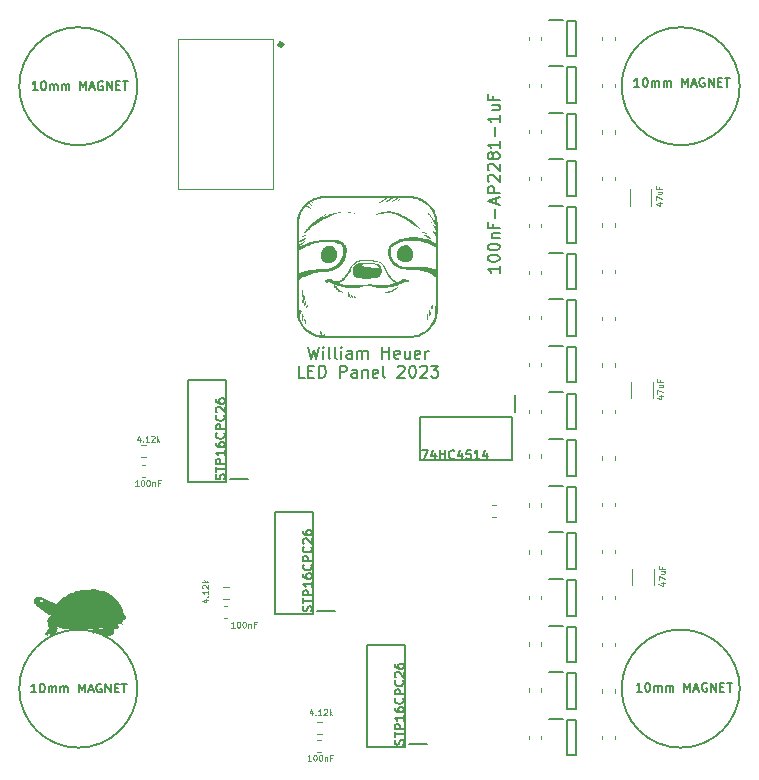
<source format=gbr>
%TF.GenerationSoftware,KiCad,Pcbnew,7.0.5*%
%TF.CreationDate,2023-09-21T19:27:35-05:00*%
%TF.ProjectId,KiCadPanel,4b694361-6450-4616-9e65-6c2e6b696361,rev?*%
%TF.SameCoordinates,Original*%
%TF.FileFunction,Legend,Top*%
%TF.FilePolarity,Positive*%
%FSLAX46Y46*%
G04 Gerber Fmt 4.6, Leading zero omitted, Abs format (unit mm)*
G04 Created by KiCad (PCBNEW 7.0.5) date 2023-09-21 19:27:35*
%MOMM*%
%LPD*%
G01*
G04 APERTURE LIST*
%ADD10C,0.200000*%
%ADD11C,0.325000*%
%ADD12C,0.150000*%
%ADD13C,0.125000*%
%ADD14C,0.120000*%
%ADD15C,0.100000*%
G04 APERTURE END LIST*
D10*
X162500000Y-56500000D02*
G75*
G03*
X162500000Y-56500000I-5000000J0D01*
G01*
X162500000Y-107500000D02*
G75*
G03*
X162500000Y-107500000I-5000000J0D01*
G01*
D11*
X123802500Y-52960000D02*
G75*
G03*
X123802500Y-52960000I-162500J0D01*
G01*
D10*
X111500000Y-56500000D02*
G75*
G03*
X111500000Y-56500000I-5000000J0D01*
G01*
X111500000Y-107500000D02*
G75*
G03*
X111500000Y-107500000I-5000000J0D01*
G01*
D12*
X135620826Y-87312414D02*
X136120826Y-87312414D01*
X136120826Y-87312414D02*
X135799398Y-88062414D01*
X136727970Y-87562414D02*
X136727970Y-88062414D01*
X136549398Y-87276700D02*
X136370827Y-87812414D01*
X136370827Y-87812414D02*
X136835112Y-87812414D01*
X137120827Y-88062414D02*
X137120827Y-87312414D01*
X137120827Y-87669557D02*
X137549398Y-87669557D01*
X137549398Y-88062414D02*
X137549398Y-87312414D01*
X138335112Y-87990985D02*
X138299398Y-88026700D01*
X138299398Y-88026700D02*
X138192255Y-88062414D01*
X138192255Y-88062414D02*
X138120827Y-88062414D01*
X138120827Y-88062414D02*
X138013684Y-88026700D01*
X138013684Y-88026700D02*
X137942255Y-87955271D01*
X137942255Y-87955271D02*
X137906541Y-87883842D01*
X137906541Y-87883842D02*
X137870827Y-87740985D01*
X137870827Y-87740985D02*
X137870827Y-87633842D01*
X137870827Y-87633842D02*
X137906541Y-87490985D01*
X137906541Y-87490985D02*
X137942255Y-87419557D01*
X137942255Y-87419557D02*
X138013684Y-87348128D01*
X138013684Y-87348128D02*
X138120827Y-87312414D01*
X138120827Y-87312414D02*
X138192255Y-87312414D01*
X138192255Y-87312414D02*
X138299398Y-87348128D01*
X138299398Y-87348128D02*
X138335112Y-87383842D01*
X138977970Y-87562414D02*
X138977970Y-88062414D01*
X138799398Y-87276700D02*
X138620827Y-87812414D01*
X138620827Y-87812414D02*
X139085112Y-87812414D01*
X139727970Y-87312414D02*
X139370827Y-87312414D01*
X139370827Y-87312414D02*
X139335113Y-87669557D01*
X139335113Y-87669557D02*
X139370827Y-87633842D01*
X139370827Y-87633842D02*
X139442256Y-87598128D01*
X139442256Y-87598128D02*
X139620827Y-87598128D01*
X139620827Y-87598128D02*
X139692256Y-87633842D01*
X139692256Y-87633842D02*
X139727970Y-87669557D01*
X139727970Y-87669557D02*
X139763684Y-87740985D01*
X139763684Y-87740985D02*
X139763684Y-87919557D01*
X139763684Y-87919557D02*
X139727970Y-87990985D01*
X139727970Y-87990985D02*
X139692256Y-88026700D01*
X139692256Y-88026700D02*
X139620827Y-88062414D01*
X139620827Y-88062414D02*
X139442256Y-88062414D01*
X139442256Y-88062414D02*
X139370827Y-88026700D01*
X139370827Y-88026700D02*
X139335113Y-87990985D01*
X140477970Y-88062414D02*
X140049399Y-88062414D01*
X140263684Y-88062414D02*
X140263684Y-87312414D01*
X140263684Y-87312414D02*
X140192256Y-87419557D01*
X140192256Y-87419557D02*
X140120827Y-87490985D01*
X140120827Y-87490985D02*
X140049399Y-87526700D01*
X141120828Y-87562414D02*
X141120828Y-88062414D01*
X140942256Y-87276700D02*
X140763685Y-87812414D01*
X140763685Y-87812414D02*
X141227970Y-87812414D01*
D13*
X126325569Y-109408976D02*
X126325569Y-109742309D01*
X126206521Y-109218500D02*
X126087474Y-109575642D01*
X126087474Y-109575642D02*
X126396997Y-109575642D01*
X126587473Y-109694690D02*
X126611283Y-109718500D01*
X126611283Y-109718500D02*
X126587473Y-109742309D01*
X126587473Y-109742309D02*
X126563664Y-109718500D01*
X126563664Y-109718500D02*
X126587473Y-109694690D01*
X126587473Y-109694690D02*
X126587473Y-109742309D01*
X127087473Y-109742309D02*
X126801759Y-109742309D01*
X126944616Y-109742309D02*
X126944616Y-109242309D01*
X126944616Y-109242309D02*
X126896997Y-109313738D01*
X126896997Y-109313738D02*
X126849378Y-109361357D01*
X126849378Y-109361357D02*
X126801759Y-109385166D01*
X127277949Y-109289928D02*
X127301758Y-109266119D01*
X127301758Y-109266119D02*
X127349377Y-109242309D01*
X127349377Y-109242309D02*
X127468425Y-109242309D01*
X127468425Y-109242309D02*
X127516044Y-109266119D01*
X127516044Y-109266119D02*
X127539853Y-109289928D01*
X127539853Y-109289928D02*
X127563663Y-109337547D01*
X127563663Y-109337547D02*
X127563663Y-109385166D01*
X127563663Y-109385166D02*
X127539853Y-109456595D01*
X127539853Y-109456595D02*
X127254139Y-109742309D01*
X127254139Y-109742309D02*
X127563663Y-109742309D01*
X127777948Y-109742309D02*
X127777948Y-109242309D01*
X127825567Y-109551833D02*
X127968424Y-109742309D01*
X127968424Y-109408976D02*
X127777948Y-109599452D01*
X111715569Y-86268976D02*
X111715569Y-86602309D01*
X111596521Y-86078500D02*
X111477474Y-86435642D01*
X111477474Y-86435642D02*
X111786997Y-86435642D01*
X111977473Y-86554690D02*
X112001283Y-86578500D01*
X112001283Y-86578500D02*
X111977473Y-86602309D01*
X111977473Y-86602309D02*
X111953664Y-86578500D01*
X111953664Y-86578500D02*
X111977473Y-86554690D01*
X111977473Y-86554690D02*
X111977473Y-86602309D01*
X112477473Y-86602309D02*
X112191759Y-86602309D01*
X112334616Y-86602309D02*
X112334616Y-86102309D01*
X112334616Y-86102309D02*
X112286997Y-86173738D01*
X112286997Y-86173738D02*
X112239378Y-86221357D01*
X112239378Y-86221357D02*
X112191759Y-86245166D01*
X112667949Y-86149928D02*
X112691758Y-86126119D01*
X112691758Y-86126119D02*
X112739377Y-86102309D01*
X112739377Y-86102309D02*
X112858425Y-86102309D01*
X112858425Y-86102309D02*
X112906044Y-86126119D01*
X112906044Y-86126119D02*
X112929853Y-86149928D01*
X112929853Y-86149928D02*
X112953663Y-86197547D01*
X112953663Y-86197547D02*
X112953663Y-86245166D01*
X112953663Y-86245166D02*
X112929853Y-86316595D01*
X112929853Y-86316595D02*
X112644139Y-86602309D01*
X112644139Y-86602309D02*
X112953663Y-86602309D01*
X113167948Y-86602309D02*
X113167948Y-86102309D01*
X113215567Y-86411833D02*
X113358424Y-86602309D01*
X113358424Y-86268976D02*
X113167948Y-86459452D01*
D12*
X142169819Y-71719411D02*
X142169819Y-72290839D01*
X142169819Y-72005125D02*
X141169819Y-72005125D01*
X141169819Y-72005125D02*
X141312676Y-72100363D01*
X141312676Y-72100363D02*
X141407914Y-72195601D01*
X141407914Y-72195601D02*
X141455533Y-72290839D01*
X141169819Y-71100363D02*
X141169819Y-71005125D01*
X141169819Y-71005125D02*
X141217438Y-70909887D01*
X141217438Y-70909887D02*
X141265057Y-70862268D01*
X141265057Y-70862268D02*
X141360295Y-70814649D01*
X141360295Y-70814649D02*
X141550771Y-70767030D01*
X141550771Y-70767030D02*
X141788866Y-70767030D01*
X141788866Y-70767030D02*
X141979342Y-70814649D01*
X141979342Y-70814649D02*
X142074580Y-70862268D01*
X142074580Y-70862268D02*
X142122200Y-70909887D01*
X142122200Y-70909887D02*
X142169819Y-71005125D01*
X142169819Y-71005125D02*
X142169819Y-71100363D01*
X142169819Y-71100363D02*
X142122200Y-71195601D01*
X142122200Y-71195601D02*
X142074580Y-71243220D01*
X142074580Y-71243220D02*
X141979342Y-71290839D01*
X141979342Y-71290839D02*
X141788866Y-71338458D01*
X141788866Y-71338458D02*
X141550771Y-71338458D01*
X141550771Y-71338458D02*
X141360295Y-71290839D01*
X141360295Y-71290839D02*
X141265057Y-71243220D01*
X141265057Y-71243220D02*
X141217438Y-71195601D01*
X141217438Y-71195601D02*
X141169819Y-71100363D01*
X141169819Y-70147982D02*
X141169819Y-70052744D01*
X141169819Y-70052744D02*
X141217438Y-69957506D01*
X141217438Y-69957506D02*
X141265057Y-69909887D01*
X141265057Y-69909887D02*
X141360295Y-69862268D01*
X141360295Y-69862268D02*
X141550771Y-69814649D01*
X141550771Y-69814649D02*
X141788866Y-69814649D01*
X141788866Y-69814649D02*
X141979342Y-69862268D01*
X141979342Y-69862268D02*
X142074580Y-69909887D01*
X142074580Y-69909887D02*
X142122200Y-69957506D01*
X142122200Y-69957506D02*
X142169819Y-70052744D01*
X142169819Y-70052744D02*
X142169819Y-70147982D01*
X142169819Y-70147982D02*
X142122200Y-70243220D01*
X142122200Y-70243220D02*
X142074580Y-70290839D01*
X142074580Y-70290839D02*
X141979342Y-70338458D01*
X141979342Y-70338458D02*
X141788866Y-70386077D01*
X141788866Y-70386077D02*
X141550771Y-70386077D01*
X141550771Y-70386077D02*
X141360295Y-70338458D01*
X141360295Y-70338458D02*
X141265057Y-70290839D01*
X141265057Y-70290839D02*
X141217438Y-70243220D01*
X141217438Y-70243220D02*
X141169819Y-70147982D01*
X141503152Y-69386077D02*
X142169819Y-69386077D01*
X141598390Y-69386077D02*
X141550771Y-69338458D01*
X141550771Y-69338458D02*
X141503152Y-69243220D01*
X141503152Y-69243220D02*
X141503152Y-69100363D01*
X141503152Y-69100363D02*
X141550771Y-69005125D01*
X141550771Y-69005125D02*
X141646009Y-68957506D01*
X141646009Y-68957506D02*
X142169819Y-68957506D01*
X141646009Y-68147982D02*
X141646009Y-68481315D01*
X142169819Y-68481315D02*
X141169819Y-68481315D01*
X141169819Y-68481315D02*
X141169819Y-68005125D01*
X141788866Y-67624172D02*
X141788866Y-66862268D01*
X141884104Y-66433696D02*
X141884104Y-65957506D01*
X142169819Y-66528934D02*
X141169819Y-66195601D01*
X141169819Y-66195601D02*
X142169819Y-65862268D01*
X142169819Y-65528934D02*
X141169819Y-65528934D01*
X141169819Y-65528934D02*
X141169819Y-65147982D01*
X141169819Y-65147982D02*
X141217438Y-65052744D01*
X141217438Y-65052744D02*
X141265057Y-65005125D01*
X141265057Y-65005125D02*
X141360295Y-64957506D01*
X141360295Y-64957506D02*
X141503152Y-64957506D01*
X141503152Y-64957506D02*
X141598390Y-65005125D01*
X141598390Y-65005125D02*
X141646009Y-65052744D01*
X141646009Y-65052744D02*
X141693628Y-65147982D01*
X141693628Y-65147982D02*
X141693628Y-65528934D01*
X141265057Y-64576553D02*
X141217438Y-64528934D01*
X141217438Y-64528934D02*
X141169819Y-64433696D01*
X141169819Y-64433696D02*
X141169819Y-64195601D01*
X141169819Y-64195601D02*
X141217438Y-64100363D01*
X141217438Y-64100363D02*
X141265057Y-64052744D01*
X141265057Y-64052744D02*
X141360295Y-64005125D01*
X141360295Y-64005125D02*
X141455533Y-64005125D01*
X141455533Y-64005125D02*
X141598390Y-64052744D01*
X141598390Y-64052744D02*
X142169819Y-64624172D01*
X142169819Y-64624172D02*
X142169819Y-64005125D01*
X141265057Y-63624172D02*
X141217438Y-63576553D01*
X141217438Y-63576553D02*
X141169819Y-63481315D01*
X141169819Y-63481315D02*
X141169819Y-63243220D01*
X141169819Y-63243220D02*
X141217438Y-63147982D01*
X141217438Y-63147982D02*
X141265057Y-63100363D01*
X141265057Y-63100363D02*
X141360295Y-63052744D01*
X141360295Y-63052744D02*
X141455533Y-63052744D01*
X141455533Y-63052744D02*
X141598390Y-63100363D01*
X141598390Y-63100363D02*
X142169819Y-63671791D01*
X142169819Y-63671791D02*
X142169819Y-63052744D01*
X141598390Y-62481315D02*
X141550771Y-62576553D01*
X141550771Y-62576553D02*
X141503152Y-62624172D01*
X141503152Y-62624172D02*
X141407914Y-62671791D01*
X141407914Y-62671791D02*
X141360295Y-62671791D01*
X141360295Y-62671791D02*
X141265057Y-62624172D01*
X141265057Y-62624172D02*
X141217438Y-62576553D01*
X141217438Y-62576553D02*
X141169819Y-62481315D01*
X141169819Y-62481315D02*
X141169819Y-62290839D01*
X141169819Y-62290839D02*
X141217438Y-62195601D01*
X141217438Y-62195601D02*
X141265057Y-62147982D01*
X141265057Y-62147982D02*
X141360295Y-62100363D01*
X141360295Y-62100363D02*
X141407914Y-62100363D01*
X141407914Y-62100363D02*
X141503152Y-62147982D01*
X141503152Y-62147982D02*
X141550771Y-62195601D01*
X141550771Y-62195601D02*
X141598390Y-62290839D01*
X141598390Y-62290839D02*
X141598390Y-62481315D01*
X141598390Y-62481315D02*
X141646009Y-62576553D01*
X141646009Y-62576553D02*
X141693628Y-62624172D01*
X141693628Y-62624172D02*
X141788866Y-62671791D01*
X141788866Y-62671791D02*
X141979342Y-62671791D01*
X141979342Y-62671791D02*
X142074580Y-62624172D01*
X142074580Y-62624172D02*
X142122200Y-62576553D01*
X142122200Y-62576553D02*
X142169819Y-62481315D01*
X142169819Y-62481315D02*
X142169819Y-62290839D01*
X142169819Y-62290839D02*
X142122200Y-62195601D01*
X142122200Y-62195601D02*
X142074580Y-62147982D01*
X142074580Y-62147982D02*
X141979342Y-62100363D01*
X141979342Y-62100363D02*
X141788866Y-62100363D01*
X141788866Y-62100363D02*
X141693628Y-62147982D01*
X141693628Y-62147982D02*
X141646009Y-62195601D01*
X141646009Y-62195601D02*
X141598390Y-62290839D01*
X142169819Y-61147982D02*
X142169819Y-61719410D01*
X142169819Y-61433696D02*
X141169819Y-61433696D01*
X141169819Y-61433696D02*
X141312676Y-61528934D01*
X141312676Y-61528934D02*
X141407914Y-61624172D01*
X141407914Y-61624172D02*
X141455533Y-61719410D01*
X141788866Y-60719410D02*
X141788866Y-59957506D01*
X142169819Y-58957506D02*
X142169819Y-59528934D01*
X142169819Y-59243220D02*
X141169819Y-59243220D01*
X141169819Y-59243220D02*
X141312676Y-59338458D01*
X141312676Y-59338458D02*
X141407914Y-59433696D01*
X141407914Y-59433696D02*
X141455533Y-59528934D01*
X141503152Y-58100363D02*
X142169819Y-58100363D01*
X141503152Y-58528934D02*
X142026961Y-58528934D01*
X142026961Y-58528934D02*
X142122200Y-58481315D01*
X142122200Y-58481315D02*
X142169819Y-58386077D01*
X142169819Y-58386077D02*
X142169819Y-58243220D01*
X142169819Y-58243220D02*
X142122200Y-58147982D01*
X142122200Y-58147982D02*
X142074580Y-58100363D01*
X141646009Y-57290839D02*
X141646009Y-57624172D01*
X142169819Y-57624172D02*
X141169819Y-57624172D01*
X141169819Y-57624172D02*
X141169819Y-57147982D01*
D13*
X117148976Y-99964430D02*
X117482309Y-99964430D01*
X116958500Y-100083478D02*
X117315642Y-100202525D01*
X117315642Y-100202525D02*
X117315642Y-99893002D01*
X117434690Y-99702526D02*
X117458500Y-99678716D01*
X117458500Y-99678716D02*
X117482309Y-99702526D01*
X117482309Y-99702526D02*
X117458500Y-99726335D01*
X117458500Y-99726335D02*
X117434690Y-99702526D01*
X117434690Y-99702526D02*
X117482309Y-99702526D01*
X117482309Y-99202526D02*
X117482309Y-99488240D01*
X117482309Y-99345383D02*
X116982309Y-99345383D01*
X116982309Y-99345383D02*
X117053738Y-99393002D01*
X117053738Y-99393002D02*
X117101357Y-99440621D01*
X117101357Y-99440621D02*
X117125166Y-99488240D01*
X117029928Y-99012050D02*
X117006119Y-98988241D01*
X117006119Y-98988241D02*
X116982309Y-98940622D01*
X116982309Y-98940622D02*
X116982309Y-98821574D01*
X116982309Y-98821574D02*
X117006119Y-98773955D01*
X117006119Y-98773955D02*
X117029928Y-98750146D01*
X117029928Y-98750146D02*
X117077547Y-98726336D01*
X117077547Y-98726336D02*
X117125166Y-98726336D01*
X117125166Y-98726336D02*
X117196595Y-98750146D01*
X117196595Y-98750146D02*
X117482309Y-99035860D01*
X117482309Y-99035860D02*
X117482309Y-98726336D01*
X117482309Y-98512051D02*
X116982309Y-98512051D01*
X117291833Y-98464432D02*
X117482309Y-98321575D01*
X117148976Y-98321575D02*
X117339452Y-98512051D01*
X119733188Y-102332309D02*
X119447474Y-102332309D01*
X119590331Y-102332309D02*
X119590331Y-101832309D01*
X119590331Y-101832309D02*
X119542712Y-101903738D01*
X119542712Y-101903738D02*
X119495093Y-101951357D01*
X119495093Y-101951357D02*
X119447474Y-101975166D01*
X120042711Y-101832309D02*
X120090330Y-101832309D01*
X120090330Y-101832309D02*
X120137949Y-101856119D01*
X120137949Y-101856119D02*
X120161759Y-101879928D01*
X120161759Y-101879928D02*
X120185568Y-101927547D01*
X120185568Y-101927547D02*
X120209378Y-102022785D01*
X120209378Y-102022785D02*
X120209378Y-102141833D01*
X120209378Y-102141833D02*
X120185568Y-102237071D01*
X120185568Y-102237071D02*
X120161759Y-102284690D01*
X120161759Y-102284690D02*
X120137949Y-102308500D01*
X120137949Y-102308500D02*
X120090330Y-102332309D01*
X120090330Y-102332309D02*
X120042711Y-102332309D01*
X120042711Y-102332309D02*
X119995092Y-102308500D01*
X119995092Y-102308500D02*
X119971283Y-102284690D01*
X119971283Y-102284690D02*
X119947473Y-102237071D01*
X119947473Y-102237071D02*
X119923664Y-102141833D01*
X119923664Y-102141833D02*
X119923664Y-102022785D01*
X119923664Y-102022785D02*
X119947473Y-101927547D01*
X119947473Y-101927547D02*
X119971283Y-101879928D01*
X119971283Y-101879928D02*
X119995092Y-101856119D01*
X119995092Y-101856119D02*
X120042711Y-101832309D01*
X120518901Y-101832309D02*
X120566520Y-101832309D01*
X120566520Y-101832309D02*
X120614139Y-101856119D01*
X120614139Y-101856119D02*
X120637949Y-101879928D01*
X120637949Y-101879928D02*
X120661758Y-101927547D01*
X120661758Y-101927547D02*
X120685568Y-102022785D01*
X120685568Y-102022785D02*
X120685568Y-102141833D01*
X120685568Y-102141833D02*
X120661758Y-102237071D01*
X120661758Y-102237071D02*
X120637949Y-102284690D01*
X120637949Y-102284690D02*
X120614139Y-102308500D01*
X120614139Y-102308500D02*
X120566520Y-102332309D01*
X120566520Y-102332309D02*
X120518901Y-102332309D01*
X120518901Y-102332309D02*
X120471282Y-102308500D01*
X120471282Y-102308500D02*
X120447473Y-102284690D01*
X120447473Y-102284690D02*
X120423663Y-102237071D01*
X120423663Y-102237071D02*
X120399854Y-102141833D01*
X120399854Y-102141833D02*
X120399854Y-102022785D01*
X120399854Y-102022785D02*
X120423663Y-101927547D01*
X120423663Y-101927547D02*
X120447473Y-101879928D01*
X120447473Y-101879928D02*
X120471282Y-101856119D01*
X120471282Y-101856119D02*
X120518901Y-101832309D01*
X120899853Y-101998976D02*
X120899853Y-102332309D01*
X120899853Y-102046595D02*
X120923663Y-102022785D01*
X120923663Y-102022785D02*
X120971282Y-101998976D01*
X120971282Y-101998976D02*
X121042710Y-101998976D01*
X121042710Y-101998976D02*
X121090329Y-102022785D01*
X121090329Y-102022785D02*
X121114139Y-102070404D01*
X121114139Y-102070404D02*
X121114139Y-102332309D01*
X121518901Y-102070404D02*
X121352234Y-102070404D01*
X121352234Y-102332309D02*
X121352234Y-101832309D01*
X121352234Y-101832309D02*
X121590329Y-101832309D01*
D12*
X125988571Y-78559819D02*
X126226666Y-79559819D01*
X126226666Y-79559819D02*
X126417142Y-78845533D01*
X126417142Y-78845533D02*
X126607618Y-79559819D01*
X126607618Y-79559819D02*
X126845714Y-78559819D01*
X127226666Y-79559819D02*
X127226666Y-78893152D01*
X127226666Y-78559819D02*
X127179047Y-78607438D01*
X127179047Y-78607438D02*
X127226666Y-78655057D01*
X127226666Y-78655057D02*
X127274285Y-78607438D01*
X127274285Y-78607438D02*
X127226666Y-78559819D01*
X127226666Y-78559819D02*
X127226666Y-78655057D01*
X127845713Y-79559819D02*
X127750475Y-79512200D01*
X127750475Y-79512200D02*
X127702856Y-79416961D01*
X127702856Y-79416961D02*
X127702856Y-78559819D01*
X128369523Y-79559819D02*
X128274285Y-79512200D01*
X128274285Y-79512200D02*
X128226666Y-79416961D01*
X128226666Y-79416961D02*
X128226666Y-78559819D01*
X128750476Y-79559819D02*
X128750476Y-78893152D01*
X128750476Y-78559819D02*
X128702857Y-78607438D01*
X128702857Y-78607438D02*
X128750476Y-78655057D01*
X128750476Y-78655057D02*
X128798095Y-78607438D01*
X128798095Y-78607438D02*
X128750476Y-78559819D01*
X128750476Y-78559819D02*
X128750476Y-78655057D01*
X129655237Y-79559819D02*
X129655237Y-79036009D01*
X129655237Y-79036009D02*
X129607618Y-78940771D01*
X129607618Y-78940771D02*
X129512380Y-78893152D01*
X129512380Y-78893152D02*
X129321904Y-78893152D01*
X129321904Y-78893152D02*
X129226666Y-78940771D01*
X129655237Y-79512200D02*
X129559999Y-79559819D01*
X129559999Y-79559819D02*
X129321904Y-79559819D01*
X129321904Y-79559819D02*
X129226666Y-79512200D01*
X129226666Y-79512200D02*
X129179047Y-79416961D01*
X129179047Y-79416961D02*
X129179047Y-79321723D01*
X129179047Y-79321723D02*
X129226666Y-79226485D01*
X129226666Y-79226485D02*
X129321904Y-79178866D01*
X129321904Y-79178866D02*
X129559999Y-79178866D01*
X129559999Y-79178866D02*
X129655237Y-79131247D01*
X130131428Y-79559819D02*
X130131428Y-78893152D01*
X130131428Y-78988390D02*
X130179047Y-78940771D01*
X130179047Y-78940771D02*
X130274285Y-78893152D01*
X130274285Y-78893152D02*
X130417142Y-78893152D01*
X130417142Y-78893152D02*
X130512380Y-78940771D01*
X130512380Y-78940771D02*
X130559999Y-79036009D01*
X130559999Y-79036009D02*
X130559999Y-79559819D01*
X130559999Y-79036009D02*
X130607618Y-78940771D01*
X130607618Y-78940771D02*
X130702856Y-78893152D01*
X130702856Y-78893152D02*
X130845713Y-78893152D01*
X130845713Y-78893152D02*
X130940952Y-78940771D01*
X130940952Y-78940771D02*
X130988571Y-79036009D01*
X130988571Y-79036009D02*
X130988571Y-79559819D01*
X132226666Y-79559819D02*
X132226666Y-78559819D01*
X132226666Y-79036009D02*
X132798094Y-79036009D01*
X132798094Y-79559819D02*
X132798094Y-78559819D01*
X133655237Y-79512200D02*
X133559999Y-79559819D01*
X133559999Y-79559819D02*
X133369523Y-79559819D01*
X133369523Y-79559819D02*
X133274285Y-79512200D01*
X133274285Y-79512200D02*
X133226666Y-79416961D01*
X133226666Y-79416961D02*
X133226666Y-79036009D01*
X133226666Y-79036009D02*
X133274285Y-78940771D01*
X133274285Y-78940771D02*
X133369523Y-78893152D01*
X133369523Y-78893152D02*
X133559999Y-78893152D01*
X133559999Y-78893152D02*
X133655237Y-78940771D01*
X133655237Y-78940771D02*
X133702856Y-79036009D01*
X133702856Y-79036009D02*
X133702856Y-79131247D01*
X133702856Y-79131247D02*
X133226666Y-79226485D01*
X134559999Y-78893152D02*
X134559999Y-79559819D01*
X134131428Y-78893152D02*
X134131428Y-79416961D01*
X134131428Y-79416961D02*
X134179047Y-79512200D01*
X134179047Y-79512200D02*
X134274285Y-79559819D01*
X134274285Y-79559819D02*
X134417142Y-79559819D01*
X134417142Y-79559819D02*
X134512380Y-79512200D01*
X134512380Y-79512200D02*
X134559999Y-79464580D01*
X135417142Y-79512200D02*
X135321904Y-79559819D01*
X135321904Y-79559819D02*
X135131428Y-79559819D01*
X135131428Y-79559819D02*
X135036190Y-79512200D01*
X135036190Y-79512200D02*
X134988571Y-79416961D01*
X134988571Y-79416961D02*
X134988571Y-79036009D01*
X134988571Y-79036009D02*
X135036190Y-78940771D01*
X135036190Y-78940771D02*
X135131428Y-78893152D01*
X135131428Y-78893152D02*
X135321904Y-78893152D01*
X135321904Y-78893152D02*
X135417142Y-78940771D01*
X135417142Y-78940771D02*
X135464761Y-79036009D01*
X135464761Y-79036009D02*
X135464761Y-79131247D01*
X135464761Y-79131247D02*
X134988571Y-79226485D01*
X135893333Y-79559819D02*
X135893333Y-78893152D01*
X135893333Y-79083628D02*
X135940952Y-78988390D01*
X135940952Y-78988390D02*
X135988571Y-78940771D01*
X135988571Y-78940771D02*
X136083809Y-78893152D01*
X136083809Y-78893152D02*
X136179047Y-78893152D01*
X125655237Y-81169819D02*
X125179047Y-81169819D01*
X125179047Y-81169819D02*
X125179047Y-80169819D01*
X125988571Y-80646009D02*
X126321904Y-80646009D01*
X126464761Y-81169819D02*
X125988571Y-81169819D01*
X125988571Y-81169819D02*
X125988571Y-80169819D01*
X125988571Y-80169819D02*
X126464761Y-80169819D01*
X126893333Y-81169819D02*
X126893333Y-80169819D01*
X126893333Y-80169819D02*
X127131428Y-80169819D01*
X127131428Y-80169819D02*
X127274285Y-80217438D01*
X127274285Y-80217438D02*
X127369523Y-80312676D01*
X127369523Y-80312676D02*
X127417142Y-80407914D01*
X127417142Y-80407914D02*
X127464761Y-80598390D01*
X127464761Y-80598390D02*
X127464761Y-80741247D01*
X127464761Y-80741247D02*
X127417142Y-80931723D01*
X127417142Y-80931723D02*
X127369523Y-81026961D01*
X127369523Y-81026961D02*
X127274285Y-81122200D01*
X127274285Y-81122200D02*
X127131428Y-81169819D01*
X127131428Y-81169819D02*
X126893333Y-81169819D01*
X128655238Y-81169819D02*
X128655238Y-80169819D01*
X128655238Y-80169819D02*
X129036190Y-80169819D01*
X129036190Y-80169819D02*
X129131428Y-80217438D01*
X129131428Y-80217438D02*
X129179047Y-80265057D01*
X129179047Y-80265057D02*
X129226666Y-80360295D01*
X129226666Y-80360295D02*
X129226666Y-80503152D01*
X129226666Y-80503152D02*
X129179047Y-80598390D01*
X129179047Y-80598390D02*
X129131428Y-80646009D01*
X129131428Y-80646009D02*
X129036190Y-80693628D01*
X129036190Y-80693628D02*
X128655238Y-80693628D01*
X130083809Y-81169819D02*
X130083809Y-80646009D01*
X130083809Y-80646009D02*
X130036190Y-80550771D01*
X130036190Y-80550771D02*
X129940952Y-80503152D01*
X129940952Y-80503152D02*
X129750476Y-80503152D01*
X129750476Y-80503152D02*
X129655238Y-80550771D01*
X130083809Y-81122200D02*
X129988571Y-81169819D01*
X129988571Y-81169819D02*
X129750476Y-81169819D01*
X129750476Y-81169819D02*
X129655238Y-81122200D01*
X129655238Y-81122200D02*
X129607619Y-81026961D01*
X129607619Y-81026961D02*
X129607619Y-80931723D01*
X129607619Y-80931723D02*
X129655238Y-80836485D01*
X129655238Y-80836485D02*
X129750476Y-80788866D01*
X129750476Y-80788866D02*
X129988571Y-80788866D01*
X129988571Y-80788866D02*
X130083809Y-80741247D01*
X130560000Y-80503152D02*
X130560000Y-81169819D01*
X130560000Y-80598390D02*
X130607619Y-80550771D01*
X130607619Y-80550771D02*
X130702857Y-80503152D01*
X130702857Y-80503152D02*
X130845714Y-80503152D01*
X130845714Y-80503152D02*
X130940952Y-80550771D01*
X130940952Y-80550771D02*
X130988571Y-80646009D01*
X130988571Y-80646009D02*
X130988571Y-81169819D01*
X131845714Y-81122200D02*
X131750476Y-81169819D01*
X131750476Y-81169819D02*
X131560000Y-81169819D01*
X131560000Y-81169819D02*
X131464762Y-81122200D01*
X131464762Y-81122200D02*
X131417143Y-81026961D01*
X131417143Y-81026961D02*
X131417143Y-80646009D01*
X131417143Y-80646009D02*
X131464762Y-80550771D01*
X131464762Y-80550771D02*
X131560000Y-80503152D01*
X131560000Y-80503152D02*
X131750476Y-80503152D01*
X131750476Y-80503152D02*
X131845714Y-80550771D01*
X131845714Y-80550771D02*
X131893333Y-80646009D01*
X131893333Y-80646009D02*
X131893333Y-80741247D01*
X131893333Y-80741247D02*
X131417143Y-80836485D01*
X132464762Y-81169819D02*
X132369524Y-81122200D01*
X132369524Y-81122200D02*
X132321905Y-81026961D01*
X132321905Y-81026961D02*
X132321905Y-80169819D01*
X133560001Y-80265057D02*
X133607620Y-80217438D01*
X133607620Y-80217438D02*
X133702858Y-80169819D01*
X133702858Y-80169819D02*
X133940953Y-80169819D01*
X133940953Y-80169819D02*
X134036191Y-80217438D01*
X134036191Y-80217438D02*
X134083810Y-80265057D01*
X134083810Y-80265057D02*
X134131429Y-80360295D01*
X134131429Y-80360295D02*
X134131429Y-80455533D01*
X134131429Y-80455533D02*
X134083810Y-80598390D01*
X134083810Y-80598390D02*
X133512382Y-81169819D01*
X133512382Y-81169819D02*
X134131429Y-81169819D01*
X134750477Y-80169819D02*
X134845715Y-80169819D01*
X134845715Y-80169819D02*
X134940953Y-80217438D01*
X134940953Y-80217438D02*
X134988572Y-80265057D01*
X134988572Y-80265057D02*
X135036191Y-80360295D01*
X135036191Y-80360295D02*
X135083810Y-80550771D01*
X135083810Y-80550771D02*
X135083810Y-80788866D01*
X135083810Y-80788866D02*
X135036191Y-80979342D01*
X135036191Y-80979342D02*
X134988572Y-81074580D01*
X134988572Y-81074580D02*
X134940953Y-81122200D01*
X134940953Y-81122200D02*
X134845715Y-81169819D01*
X134845715Y-81169819D02*
X134750477Y-81169819D01*
X134750477Y-81169819D02*
X134655239Y-81122200D01*
X134655239Y-81122200D02*
X134607620Y-81074580D01*
X134607620Y-81074580D02*
X134560001Y-80979342D01*
X134560001Y-80979342D02*
X134512382Y-80788866D01*
X134512382Y-80788866D02*
X134512382Y-80550771D01*
X134512382Y-80550771D02*
X134560001Y-80360295D01*
X134560001Y-80360295D02*
X134607620Y-80265057D01*
X134607620Y-80265057D02*
X134655239Y-80217438D01*
X134655239Y-80217438D02*
X134750477Y-80169819D01*
X135464763Y-80265057D02*
X135512382Y-80217438D01*
X135512382Y-80217438D02*
X135607620Y-80169819D01*
X135607620Y-80169819D02*
X135845715Y-80169819D01*
X135845715Y-80169819D02*
X135940953Y-80217438D01*
X135940953Y-80217438D02*
X135988572Y-80265057D01*
X135988572Y-80265057D02*
X136036191Y-80360295D01*
X136036191Y-80360295D02*
X136036191Y-80455533D01*
X136036191Y-80455533D02*
X135988572Y-80598390D01*
X135988572Y-80598390D02*
X135417144Y-81169819D01*
X135417144Y-81169819D02*
X136036191Y-81169819D01*
X136369525Y-80169819D02*
X136988572Y-80169819D01*
X136988572Y-80169819D02*
X136655239Y-80550771D01*
X136655239Y-80550771D02*
X136798096Y-80550771D01*
X136798096Y-80550771D02*
X136893334Y-80598390D01*
X136893334Y-80598390D02*
X136940953Y-80646009D01*
X136940953Y-80646009D02*
X136988572Y-80741247D01*
X136988572Y-80741247D02*
X136988572Y-80979342D01*
X136988572Y-80979342D02*
X136940953Y-81074580D01*
X136940953Y-81074580D02*
X136893334Y-81122200D01*
X136893334Y-81122200D02*
X136798096Y-81169819D01*
X136798096Y-81169819D02*
X136512382Y-81169819D01*
X136512382Y-81169819D02*
X136417144Y-81122200D01*
X136417144Y-81122200D02*
X136369525Y-81074580D01*
X154010112Y-56550414D02*
X153581541Y-56550414D01*
X153795826Y-56550414D02*
X153795826Y-55800414D01*
X153795826Y-55800414D02*
X153724398Y-55907557D01*
X153724398Y-55907557D02*
X153652969Y-55978985D01*
X153652969Y-55978985D02*
X153581541Y-56014700D01*
X154474398Y-55800414D02*
X154545827Y-55800414D01*
X154545827Y-55800414D02*
X154617255Y-55836128D01*
X154617255Y-55836128D02*
X154652970Y-55871842D01*
X154652970Y-55871842D02*
X154688684Y-55943271D01*
X154688684Y-55943271D02*
X154724398Y-56086128D01*
X154724398Y-56086128D02*
X154724398Y-56264700D01*
X154724398Y-56264700D02*
X154688684Y-56407557D01*
X154688684Y-56407557D02*
X154652970Y-56478985D01*
X154652970Y-56478985D02*
X154617255Y-56514700D01*
X154617255Y-56514700D02*
X154545827Y-56550414D01*
X154545827Y-56550414D02*
X154474398Y-56550414D01*
X154474398Y-56550414D02*
X154402970Y-56514700D01*
X154402970Y-56514700D02*
X154367255Y-56478985D01*
X154367255Y-56478985D02*
X154331541Y-56407557D01*
X154331541Y-56407557D02*
X154295827Y-56264700D01*
X154295827Y-56264700D02*
X154295827Y-56086128D01*
X154295827Y-56086128D02*
X154331541Y-55943271D01*
X154331541Y-55943271D02*
X154367255Y-55871842D01*
X154367255Y-55871842D02*
X154402970Y-55836128D01*
X154402970Y-55836128D02*
X154474398Y-55800414D01*
X155045827Y-56550414D02*
X155045827Y-56050414D01*
X155045827Y-56121842D02*
X155081541Y-56086128D01*
X155081541Y-56086128D02*
X155152970Y-56050414D01*
X155152970Y-56050414D02*
X155260113Y-56050414D01*
X155260113Y-56050414D02*
X155331541Y-56086128D01*
X155331541Y-56086128D02*
X155367256Y-56157557D01*
X155367256Y-56157557D02*
X155367256Y-56550414D01*
X155367256Y-56157557D02*
X155402970Y-56086128D01*
X155402970Y-56086128D02*
X155474398Y-56050414D01*
X155474398Y-56050414D02*
X155581541Y-56050414D01*
X155581541Y-56050414D02*
X155652970Y-56086128D01*
X155652970Y-56086128D02*
X155688684Y-56157557D01*
X155688684Y-56157557D02*
X155688684Y-56550414D01*
X156045827Y-56550414D02*
X156045827Y-56050414D01*
X156045827Y-56121842D02*
X156081541Y-56086128D01*
X156081541Y-56086128D02*
X156152970Y-56050414D01*
X156152970Y-56050414D02*
X156260113Y-56050414D01*
X156260113Y-56050414D02*
X156331541Y-56086128D01*
X156331541Y-56086128D02*
X156367256Y-56157557D01*
X156367256Y-56157557D02*
X156367256Y-56550414D01*
X156367256Y-56157557D02*
X156402970Y-56086128D01*
X156402970Y-56086128D02*
X156474398Y-56050414D01*
X156474398Y-56050414D02*
X156581541Y-56050414D01*
X156581541Y-56050414D02*
X156652970Y-56086128D01*
X156652970Y-56086128D02*
X156688684Y-56157557D01*
X156688684Y-56157557D02*
X156688684Y-56550414D01*
X157617256Y-56550414D02*
X157617256Y-55800414D01*
X157617256Y-55800414D02*
X157867256Y-56336128D01*
X157867256Y-56336128D02*
X158117256Y-55800414D01*
X158117256Y-55800414D02*
X158117256Y-56550414D01*
X158438685Y-56336128D02*
X158795828Y-56336128D01*
X158367256Y-56550414D02*
X158617256Y-55800414D01*
X158617256Y-55800414D02*
X158867256Y-56550414D01*
X159510113Y-55836128D02*
X159438685Y-55800414D01*
X159438685Y-55800414D02*
X159331542Y-55800414D01*
X159331542Y-55800414D02*
X159224399Y-55836128D01*
X159224399Y-55836128D02*
X159152970Y-55907557D01*
X159152970Y-55907557D02*
X159117256Y-55978985D01*
X159117256Y-55978985D02*
X159081542Y-56121842D01*
X159081542Y-56121842D02*
X159081542Y-56228985D01*
X159081542Y-56228985D02*
X159117256Y-56371842D01*
X159117256Y-56371842D02*
X159152970Y-56443271D01*
X159152970Y-56443271D02*
X159224399Y-56514700D01*
X159224399Y-56514700D02*
X159331542Y-56550414D01*
X159331542Y-56550414D02*
X159402970Y-56550414D01*
X159402970Y-56550414D02*
X159510113Y-56514700D01*
X159510113Y-56514700D02*
X159545827Y-56478985D01*
X159545827Y-56478985D02*
X159545827Y-56228985D01*
X159545827Y-56228985D02*
X159402970Y-56228985D01*
X159867256Y-56550414D02*
X159867256Y-55800414D01*
X159867256Y-55800414D02*
X160295827Y-56550414D01*
X160295827Y-56550414D02*
X160295827Y-55800414D01*
X160652970Y-56157557D02*
X160902970Y-56157557D01*
X161010113Y-56550414D02*
X160652970Y-56550414D01*
X160652970Y-56550414D02*
X160652970Y-55800414D01*
X160652970Y-55800414D02*
X161010113Y-55800414D01*
X161224398Y-55800414D02*
X161652970Y-55800414D01*
X161438684Y-56550414D02*
X161438684Y-55800414D01*
X134016700Y-112238458D02*
X134052414Y-112131316D01*
X134052414Y-112131316D02*
X134052414Y-111952744D01*
X134052414Y-111952744D02*
X134016700Y-111881316D01*
X134016700Y-111881316D02*
X133980985Y-111845601D01*
X133980985Y-111845601D02*
X133909557Y-111809887D01*
X133909557Y-111809887D02*
X133838128Y-111809887D01*
X133838128Y-111809887D02*
X133766700Y-111845601D01*
X133766700Y-111845601D02*
X133730985Y-111881316D01*
X133730985Y-111881316D02*
X133695271Y-111952744D01*
X133695271Y-111952744D02*
X133659557Y-112095601D01*
X133659557Y-112095601D02*
X133623842Y-112167030D01*
X133623842Y-112167030D02*
X133588128Y-112202744D01*
X133588128Y-112202744D02*
X133516700Y-112238458D01*
X133516700Y-112238458D02*
X133445271Y-112238458D01*
X133445271Y-112238458D02*
X133373842Y-112202744D01*
X133373842Y-112202744D02*
X133338128Y-112167030D01*
X133338128Y-112167030D02*
X133302414Y-112095601D01*
X133302414Y-112095601D02*
X133302414Y-111917030D01*
X133302414Y-111917030D02*
X133338128Y-111809887D01*
X133302414Y-111595601D02*
X133302414Y-111167030D01*
X134052414Y-111381315D02*
X133302414Y-111381315D01*
X134052414Y-110917029D02*
X133302414Y-110917029D01*
X133302414Y-110917029D02*
X133302414Y-110631315D01*
X133302414Y-110631315D02*
X133338128Y-110559886D01*
X133338128Y-110559886D02*
X133373842Y-110524172D01*
X133373842Y-110524172D02*
X133445271Y-110488458D01*
X133445271Y-110488458D02*
X133552414Y-110488458D01*
X133552414Y-110488458D02*
X133623842Y-110524172D01*
X133623842Y-110524172D02*
X133659557Y-110559886D01*
X133659557Y-110559886D02*
X133695271Y-110631315D01*
X133695271Y-110631315D02*
X133695271Y-110917029D01*
X134052414Y-109774172D02*
X134052414Y-110202743D01*
X134052414Y-109988458D02*
X133302414Y-109988458D01*
X133302414Y-109988458D02*
X133409557Y-110059886D01*
X133409557Y-110059886D02*
X133480985Y-110131315D01*
X133480985Y-110131315D02*
X133516700Y-110202743D01*
X133302414Y-109131315D02*
X133302414Y-109274172D01*
X133302414Y-109274172D02*
X133338128Y-109345600D01*
X133338128Y-109345600D02*
X133373842Y-109381315D01*
X133373842Y-109381315D02*
X133480985Y-109452743D01*
X133480985Y-109452743D02*
X133623842Y-109488457D01*
X133623842Y-109488457D02*
X133909557Y-109488457D01*
X133909557Y-109488457D02*
X133980985Y-109452743D01*
X133980985Y-109452743D02*
X134016700Y-109417029D01*
X134016700Y-109417029D02*
X134052414Y-109345600D01*
X134052414Y-109345600D02*
X134052414Y-109202743D01*
X134052414Y-109202743D02*
X134016700Y-109131315D01*
X134016700Y-109131315D02*
X133980985Y-109095600D01*
X133980985Y-109095600D02*
X133909557Y-109059886D01*
X133909557Y-109059886D02*
X133730985Y-109059886D01*
X133730985Y-109059886D02*
X133659557Y-109095600D01*
X133659557Y-109095600D02*
X133623842Y-109131315D01*
X133623842Y-109131315D02*
X133588128Y-109202743D01*
X133588128Y-109202743D02*
X133588128Y-109345600D01*
X133588128Y-109345600D02*
X133623842Y-109417029D01*
X133623842Y-109417029D02*
X133659557Y-109452743D01*
X133659557Y-109452743D02*
X133730985Y-109488457D01*
X133980985Y-108309886D02*
X134016700Y-108345600D01*
X134016700Y-108345600D02*
X134052414Y-108452743D01*
X134052414Y-108452743D02*
X134052414Y-108524171D01*
X134052414Y-108524171D02*
X134016700Y-108631314D01*
X134016700Y-108631314D02*
X133945271Y-108702743D01*
X133945271Y-108702743D02*
X133873842Y-108738457D01*
X133873842Y-108738457D02*
X133730985Y-108774171D01*
X133730985Y-108774171D02*
X133623842Y-108774171D01*
X133623842Y-108774171D02*
X133480985Y-108738457D01*
X133480985Y-108738457D02*
X133409557Y-108702743D01*
X133409557Y-108702743D02*
X133338128Y-108631314D01*
X133338128Y-108631314D02*
X133302414Y-108524171D01*
X133302414Y-108524171D02*
X133302414Y-108452743D01*
X133302414Y-108452743D02*
X133338128Y-108345600D01*
X133338128Y-108345600D02*
X133373842Y-108309886D01*
X134052414Y-107988457D02*
X133302414Y-107988457D01*
X133302414Y-107988457D02*
X133302414Y-107702743D01*
X133302414Y-107702743D02*
X133338128Y-107631314D01*
X133338128Y-107631314D02*
X133373842Y-107595600D01*
X133373842Y-107595600D02*
X133445271Y-107559886D01*
X133445271Y-107559886D02*
X133552414Y-107559886D01*
X133552414Y-107559886D02*
X133623842Y-107595600D01*
X133623842Y-107595600D02*
X133659557Y-107631314D01*
X133659557Y-107631314D02*
X133695271Y-107702743D01*
X133695271Y-107702743D02*
X133695271Y-107988457D01*
X133980985Y-106809886D02*
X134016700Y-106845600D01*
X134016700Y-106845600D02*
X134052414Y-106952743D01*
X134052414Y-106952743D02*
X134052414Y-107024171D01*
X134052414Y-107024171D02*
X134016700Y-107131314D01*
X134016700Y-107131314D02*
X133945271Y-107202743D01*
X133945271Y-107202743D02*
X133873842Y-107238457D01*
X133873842Y-107238457D02*
X133730985Y-107274171D01*
X133730985Y-107274171D02*
X133623842Y-107274171D01*
X133623842Y-107274171D02*
X133480985Y-107238457D01*
X133480985Y-107238457D02*
X133409557Y-107202743D01*
X133409557Y-107202743D02*
X133338128Y-107131314D01*
X133338128Y-107131314D02*
X133302414Y-107024171D01*
X133302414Y-107024171D02*
X133302414Y-106952743D01*
X133302414Y-106952743D02*
X133338128Y-106845600D01*
X133338128Y-106845600D02*
X133373842Y-106809886D01*
X133373842Y-106524171D02*
X133338128Y-106488457D01*
X133338128Y-106488457D02*
X133302414Y-106417029D01*
X133302414Y-106417029D02*
X133302414Y-106238457D01*
X133302414Y-106238457D02*
X133338128Y-106167029D01*
X133338128Y-106167029D02*
X133373842Y-106131314D01*
X133373842Y-106131314D02*
X133445271Y-106095600D01*
X133445271Y-106095600D02*
X133516700Y-106095600D01*
X133516700Y-106095600D02*
X133623842Y-106131314D01*
X133623842Y-106131314D02*
X134052414Y-106559886D01*
X134052414Y-106559886D02*
X134052414Y-106095600D01*
X133302414Y-105452743D02*
X133302414Y-105595600D01*
X133302414Y-105595600D02*
X133338128Y-105667028D01*
X133338128Y-105667028D02*
X133373842Y-105702743D01*
X133373842Y-105702743D02*
X133480985Y-105774171D01*
X133480985Y-105774171D02*
X133623842Y-105809885D01*
X133623842Y-105809885D02*
X133909557Y-105809885D01*
X133909557Y-105809885D02*
X133980985Y-105774171D01*
X133980985Y-105774171D02*
X134016700Y-105738457D01*
X134016700Y-105738457D02*
X134052414Y-105667028D01*
X134052414Y-105667028D02*
X134052414Y-105524171D01*
X134052414Y-105524171D02*
X134016700Y-105452743D01*
X134016700Y-105452743D02*
X133980985Y-105417028D01*
X133980985Y-105417028D02*
X133909557Y-105381314D01*
X133909557Y-105381314D02*
X133730985Y-105381314D01*
X133730985Y-105381314D02*
X133659557Y-105417028D01*
X133659557Y-105417028D02*
X133623842Y-105452743D01*
X133623842Y-105452743D02*
X133588128Y-105524171D01*
X133588128Y-105524171D02*
X133588128Y-105667028D01*
X133588128Y-105667028D02*
X133623842Y-105738457D01*
X133623842Y-105738457D02*
X133659557Y-105774171D01*
X133659557Y-105774171D02*
X133730985Y-105809885D01*
X154210112Y-107750414D02*
X153781541Y-107750414D01*
X153995826Y-107750414D02*
X153995826Y-107000414D01*
X153995826Y-107000414D02*
X153924398Y-107107557D01*
X153924398Y-107107557D02*
X153852969Y-107178985D01*
X153852969Y-107178985D02*
X153781541Y-107214700D01*
X154674398Y-107000414D02*
X154745827Y-107000414D01*
X154745827Y-107000414D02*
X154817255Y-107036128D01*
X154817255Y-107036128D02*
X154852970Y-107071842D01*
X154852970Y-107071842D02*
X154888684Y-107143271D01*
X154888684Y-107143271D02*
X154924398Y-107286128D01*
X154924398Y-107286128D02*
X154924398Y-107464700D01*
X154924398Y-107464700D02*
X154888684Y-107607557D01*
X154888684Y-107607557D02*
X154852970Y-107678985D01*
X154852970Y-107678985D02*
X154817255Y-107714700D01*
X154817255Y-107714700D02*
X154745827Y-107750414D01*
X154745827Y-107750414D02*
X154674398Y-107750414D01*
X154674398Y-107750414D02*
X154602970Y-107714700D01*
X154602970Y-107714700D02*
X154567255Y-107678985D01*
X154567255Y-107678985D02*
X154531541Y-107607557D01*
X154531541Y-107607557D02*
X154495827Y-107464700D01*
X154495827Y-107464700D02*
X154495827Y-107286128D01*
X154495827Y-107286128D02*
X154531541Y-107143271D01*
X154531541Y-107143271D02*
X154567255Y-107071842D01*
X154567255Y-107071842D02*
X154602970Y-107036128D01*
X154602970Y-107036128D02*
X154674398Y-107000414D01*
X155245827Y-107750414D02*
X155245827Y-107250414D01*
X155245827Y-107321842D02*
X155281541Y-107286128D01*
X155281541Y-107286128D02*
X155352970Y-107250414D01*
X155352970Y-107250414D02*
X155460113Y-107250414D01*
X155460113Y-107250414D02*
X155531541Y-107286128D01*
X155531541Y-107286128D02*
X155567256Y-107357557D01*
X155567256Y-107357557D02*
X155567256Y-107750414D01*
X155567256Y-107357557D02*
X155602970Y-107286128D01*
X155602970Y-107286128D02*
X155674398Y-107250414D01*
X155674398Y-107250414D02*
X155781541Y-107250414D01*
X155781541Y-107250414D02*
X155852970Y-107286128D01*
X155852970Y-107286128D02*
X155888684Y-107357557D01*
X155888684Y-107357557D02*
X155888684Y-107750414D01*
X156245827Y-107750414D02*
X156245827Y-107250414D01*
X156245827Y-107321842D02*
X156281541Y-107286128D01*
X156281541Y-107286128D02*
X156352970Y-107250414D01*
X156352970Y-107250414D02*
X156460113Y-107250414D01*
X156460113Y-107250414D02*
X156531541Y-107286128D01*
X156531541Y-107286128D02*
X156567256Y-107357557D01*
X156567256Y-107357557D02*
X156567256Y-107750414D01*
X156567256Y-107357557D02*
X156602970Y-107286128D01*
X156602970Y-107286128D02*
X156674398Y-107250414D01*
X156674398Y-107250414D02*
X156781541Y-107250414D01*
X156781541Y-107250414D02*
X156852970Y-107286128D01*
X156852970Y-107286128D02*
X156888684Y-107357557D01*
X156888684Y-107357557D02*
X156888684Y-107750414D01*
X157817256Y-107750414D02*
X157817256Y-107000414D01*
X157817256Y-107000414D02*
X158067256Y-107536128D01*
X158067256Y-107536128D02*
X158317256Y-107000414D01*
X158317256Y-107000414D02*
X158317256Y-107750414D01*
X158638685Y-107536128D02*
X158995828Y-107536128D01*
X158567256Y-107750414D02*
X158817256Y-107000414D01*
X158817256Y-107000414D02*
X159067256Y-107750414D01*
X159710113Y-107036128D02*
X159638685Y-107000414D01*
X159638685Y-107000414D02*
X159531542Y-107000414D01*
X159531542Y-107000414D02*
X159424399Y-107036128D01*
X159424399Y-107036128D02*
X159352970Y-107107557D01*
X159352970Y-107107557D02*
X159317256Y-107178985D01*
X159317256Y-107178985D02*
X159281542Y-107321842D01*
X159281542Y-107321842D02*
X159281542Y-107428985D01*
X159281542Y-107428985D02*
X159317256Y-107571842D01*
X159317256Y-107571842D02*
X159352970Y-107643271D01*
X159352970Y-107643271D02*
X159424399Y-107714700D01*
X159424399Y-107714700D02*
X159531542Y-107750414D01*
X159531542Y-107750414D02*
X159602970Y-107750414D01*
X159602970Y-107750414D02*
X159710113Y-107714700D01*
X159710113Y-107714700D02*
X159745827Y-107678985D01*
X159745827Y-107678985D02*
X159745827Y-107428985D01*
X159745827Y-107428985D02*
X159602970Y-107428985D01*
X160067256Y-107750414D02*
X160067256Y-107000414D01*
X160067256Y-107000414D02*
X160495827Y-107750414D01*
X160495827Y-107750414D02*
X160495827Y-107000414D01*
X160852970Y-107357557D02*
X161102970Y-107357557D01*
X161210113Y-107750414D02*
X160852970Y-107750414D01*
X160852970Y-107750414D02*
X160852970Y-107000414D01*
X160852970Y-107000414D02*
X161210113Y-107000414D01*
X161424398Y-107000414D02*
X161852970Y-107000414D01*
X161638684Y-107750414D02*
X161638684Y-107000414D01*
D13*
X111603188Y-90342309D02*
X111317474Y-90342309D01*
X111460331Y-90342309D02*
X111460331Y-89842309D01*
X111460331Y-89842309D02*
X111412712Y-89913738D01*
X111412712Y-89913738D02*
X111365093Y-89961357D01*
X111365093Y-89961357D02*
X111317474Y-89985166D01*
X111912711Y-89842309D02*
X111960330Y-89842309D01*
X111960330Y-89842309D02*
X112007949Y-89866119D01*
X112007949Y-89866119D02*
X112031759Y-89889928D01*
X112031759Y-89889928D02*
X112055568Y-89937547D01*
X112055568Y-89937547D02*
X112079378Y-90032785D01*
X112079378Y-90032785D02*
X112079378Y-90151833D01*
X112079378Y-90151833D02*
X112055568Y-90247071D01*
X112055568Y-90247071D02*
X112031759Y-90294690D01*
X112031759Y-90294690D02*
X112007949Y-90318500D01*
X112007949Y-90318500D02*
X111960330Y-90342309D01*
X111960330Y-90342309D02*
X111912711Y-90342309D01*
X111912711Y-90342309D02*
X111865092Y-90318500D01*
X111865092Y-90318500D02*
X111841283Y-90294690D01*
X111841283Y-90294690D02*
X111817473Y-90247071D01*
X111817473Y-90247071D02*
X111793664Y-90151833D01*
X111793664Y-90151833D02*
X111793664Y-90032785D01*
X111793664Y-90032785D02*
X111817473Y-89937547D01*
X111817473Y-89937547D02*
X111841283Y-89889928D01*
X111841283Y-89889928D02*
X111865092Y-89866119D01*
X111865092Y-89866119D02*
X111912711Y-89842309D01*
X112388901Y-89842309D02*
X112436520Y-89842309D01*
X112436520Y-89842309D02*
X112484139Y-89866119D01*
X112484139Y-89866119D02*
X112507949Y-89889928D01*
X112507949Y-89889928D02*
X112531758Y-89937547D01*
X112531758Y-89937547D02*
X112555568Y-90032785D01*
X112555568Y-90032785D02*
X112555568Y-90151833D01*
X112555568Y-90151833D02*
X112531758Y-90247071D01*
X112531758Y-90247071D02*
X112507949Y-90294690D01*
X112507949Y-90294690D02*
X112484139Y-90318500D01*
X112484139Y-90318500D02*
X112436520Y-90342309D01*
X112436520Y-90342309D02*
X112388901Y-90342309D01*
X112388901Y-90342309D02*
X112341282Y-90318500D01*
X112341282Y-90318500D02*
X112317473Y-90294690D01*
X112317473Y-90294690D02*
X112293663Y-90247071D01*
X112293663Y-90247071D02*
X112269854Y-90151833D01*
X112269854Y-90151833D02*
X112269854Y-90032785D01*
X112269854Y-90032785D02*
X112293663Y-89937547D01*
X112293663Y-89937547D02*
X112317473Y-89889928D01*
X112317473Y-89889928D02*
X112341282Y-89866119D01*
X112341282Y-89866119D02*
X112388901Y-89842309D01*
X112769853Y-90008976D02*
X112769853Y-90342309D01*
X112769853Y-90056595D02*
X112793663Y-90032785D01*
X112793663Y-90032785D02*
X112841282Y-90008976D01*
X112841282Y-90008976D02*
X112912710Y-90008976D01*
X112912710Y-90008976D02*
X112960329Y-90032785D01*
X112960329Y-90032785D02*
X112984139Y-90080404D01*
X112984139Y-90080404D02*
X112984139Y-90342309D01*
X113388901Y-90080404D02*
X113222234Y-90080404D01*
X113222234Y-90342309D02*
X113222234Y-89842309D01*
X113222234Y-89842309D02*
X113460329Y-89842309D01*
X155808976Y-98534430D02*
X156142309Y-98534430D01*
X155618500Y-98653478D02*
X155975642Y-98772525D01*
X155975642Y-98772525D02*
X155975642Y-98463002D01*
X155642309Y-98320145D02*
X155642309Y-97986812D01*
X155642309Y-97986812D02*
X156142309Y-98201097D01*
X155808976Y-97582050D02*
X156142309Y-97582050D01*
X155808976Y-97796336D02*
X156070880Y-97796336D01*
X156070880Y-97796336D02*
X156118500Y-97772526D01*
X156118500Y-97772526D02*
X156142309Y-97724907D01*
X156142309Y-97724907D02*
X156142309Y-97653479D01*
X156142309Y-97653479D02*
X156118500Y-97605860D01*
X156118500Y-97605860D02*
X156094690Y-97582050D01*
X155880404Y-97177288D02*
X155880404Y-97343955D01*
X156142309Y-97343955D02*
X155642309Y-97343955D01*
X155642309Y-97343955D02*
X155642309Y-97105860D01*
X155688976Y-82744430D02*
X156022309Y-82744430D01*
X155498500Y-82863478D02*
X155855642Y-82982525D01*
X155855642Y-82982525D02*
X155855642Y-82673002D01*
X155522309Y-82530145D02*
X155522309Y-82196812D01*
X155522309Y-82196812D02*
X156022309Y-82411097D01*
X155688976Y-81792050D02*
X156022309Y-81792050D01*
X155688976Y-82006336D02*
X155950880Y-82006336D01*
X155950880Y-82006336D02*
X155998500Y-81982526D01*
X155998500Y-81982526D02*
X156022309Y-81934907D01*
X156022309Y-81934907D02*
X156022309Y-81863479D01*
X156022309Y-81863479D02*
X155998500Y-81815860D01*
X155998500Y-81815860D02*
X155974690Y-81792050D01*
X155760404Y-81387288D02*
X155760404Y-81553955D01*
X156022309Y-81553955D02*
X155522309Y-81553955D01*
X155522309Y-81553955D02*
X155522309Y-81315860D01*
D12*
X102940112Y-107820414D02*
X102511541Y-107820414D01*
X102725826Y-107820414D02*
X102725826Y-107070414D01*
X102725826Y-107070414D02*
X102654398Y-107177557D01*
X102654398Y-107177557D02*
X102582969Y-107248985D01*
X102582969Y-107248985D02*
X102511541Y-107284700D01*
X103404398Y-107070414D02*
X103475827Y-107070414D01*
X103475827Y-107070414D02*
X103547255Y-107106128D01*
X103547255Y-107106128D02*
X103582970Y-107141842D01*
X103582970Y-107141842D02*
X103618684Y-107213271D01*
X103618684Y-107213271D02*
X103654398Y-107356128D01*
X103654398Y-107356128D02*
X103654398Y-107534700D01*
X103654398Y-107534700D02*
X103618684Y-107677557D01*
X103618684Y-107677557D02*
X103582970Y-107748985D01*
X103582970Y-107748985D02*
X103547255Y-107784700D01*
X103547255Y-107784700D02*
X103475827Y-107820414D01*
X103475827Y-107820414D02*
X103404398Y-107820414D01*
X103404398Y-107820414D02*
X103332970Y-107784700D01*
X103332970Y-107784700D02*
X103297255Y-107748985D01*
X103297255Y-107748985D02*
X103261541Y-107677557D01*
X103261541Y-107677557D02*
X103225827Y-107534700D01*
X103225827Y-107534700D02*
X103225827Y-107356128D01*
X103225827Y-107356128D02*
X103261541Y-107213271D01*
X103261541Y-107213271D02*
X103297255Y-107141842D01*
X103297255Y-107141842D02*
X103332970Y-107106128D01*
X103332970Y-107106128D02*
X103404398Y-107070414D01*
X103975827Y-107820414D02*
X103975827Y-107320414D01*
X103975827Y-107391842D02*
X104011541Y-107356128D01*
X104011541Y-107356128D02*
X104082970Y-107320414D01*
X104082970Y-107320414D02*
X104190113Y-107320414D01*
X104190113Y-107320414D02*
X104261541Y-107356128D01*
X104261541Y-107356128D02*
X104297256Y-107427557D01*
X104297256Y-107427557D02*
X104297256Y-107820414D01*
X104297256Y-107427557D02*
X104332970Y-107356128D01*
X104332970Y-107356128D02*
X104404398Y-107320414D01*
X104404398Y-107320414D02*
X104511541Y-107320414D01*
X104511541Y-107320414D02*
X104582970Y-107356128D01*
X104582970Y-107356128D02*
X104618684Y-107427557D01*
X104618684Y-107427557D02*
X104618684Y-107820414D01*
X104975827Y-107820414D02*
X104975827Y-107320414D01*
X104975827Y-107391842D02*
X105011541Y-107356128D01*
X105011541Y-107356128D02*
X105082970Y-107320414D01*
X105082970Y-107320414D02*
X105190113Y-107320414D01*
X105190113Y-107320414D02*
X105261541Y-107356128D01*
X105261541Y-107356128D02*
X105297256Y-107427557D01*
X105297256Y-107427557D02*
X105297256Y-107820414D01*
X105297256Y-107427557D02*
X105332970Y-107356128D01*
X105332970Y-107356128D02*
X105404398Y-107320414D01*
X105404398Y-107320414D02*
X105511541Y-107320414D01*
X105511541Y-107320414D02*
X105582970Y-107356128D01*
X105582970Y-107356128D02*
X105618684Y-107427557D01*
X105618684Y-107427557D02*
X105618684Y-107820414D01*
X106547256Y-107820414D02*
X106547256Y-107070414D01*
X106547256Y-107070414D02*
X106797256Y-107606128D01*
X106797256Y-107606128D02*
X107047256Y-107070414D01*
X107047256Y-107070414D02*
X107047256Y-107820414D01*
X107368685Y-107606128D02*
X107725828Y-107606128D01*
X107297256Y-107820414D02*
X107547256Y-107070414D01*
X107547256Y-107070414D02*
X107797256Y-107820414D01*
X108440113Y-107106128D02*
X108368685Y-107070414D01*
X108368685Y-107070414D02*
X108261542Y-107070414D01*
X108261542Y-107070414D02*
X108154399Y-107106128D01*
X108154399Y-107106128D02*
X108082970Y-107177557D01*
X108082970Y-107177557D02*
X108047256Y-107248985D01*
X108047256Y-107248985D02*
X108011542Y-107391842D01*
X108011542Y-107391842D02*
X108011542Y-107498985D01*
X108011542Y-107498985D02*
X108047256Y-107641842D01*
X108047256Y-107641842D02*
X108082970Y-107713271D01*
X108082970Y-107713271D02*
X108154399Y-107784700D01*
X108154399Y-107784700D02*
X108261542Y-107820414D01*
X108261542Y-107820414D02*
X108332970Y-107820414D01*
X108332970Y-107820414D02*
X108440113Y-107784700D01*
X108440113Y-107784700D02*
X108475827Y-107748985D01*
X108475827Y-107748985D02*
X108475827Y-107498985D01*
X108475827Y-107498985D02*
X108332970Y-107498985D01*
X108797256Y-107820414D02*
X108797256Y-107070414D01*
X108797256Y-107070414D02*
X109225827Y-107820414D01*
X109225827Y-107820414D02*
X109225827Y-107070414D01*
X109582970Y-107427557D02*
X109832970Y-107427557D01*
X109940113Y-107820414D02*
X109582970Y-107820414D01*
X109582970Y-107820414D02*
X109582970Y-107070414D01*
X109582970Y-107070414D02*
X109940113Y-107070414D01*
X110154398Y-107070414D02*
X110582970Y-107070414D01*
X110368684Y-107820414D02*
X110368684Y-107070414D01*
X118852700Y-89790458D02*
X118888414Y-89683316D01*
X118888414Y-89683316D02*
X118888414Y-89504744D01*
X118888414Y-89504744D02*
X118852700Y-89433316D01*
X118852700Y-89433316D02*
X118816985Y-89397601D01*
X118816985Y-89397601D02*
X118745557Y-89361887D01*
X118745557Y-89361887D02*
X118674128Y-89361887D01*
X118674128Y-89361887D02*
X118602700Y-89397601D01*
X118602700Y-89397601D02*
X118566985Y-89433316D01*
X118566985Y-89433316D02*
X118531271Y-89504744D01*
X118531271Y-89504744D02*
X118495557Y-89647601D01*
X118495557Y-89647601D02*
X118459842Y-89719030D01*
X118459842Y-89719030D02*
X118424128Y-89754744D01*
X118424128Y-89754744D02*
X118352700Y-89790458D01*
X118352700Y-89790458D02*
X118281271Y-89790458D01*
X118281271Y-89790458D02*
X118209842Y-89754744D01*
X118209842Y-89754744D02*
X118174128Y-89719030D01*
X118174128Y-89719030D02*
X118138414Y-89647601D01*
X118138414Y-89647601D02*
X118138414Y-89469030D01*
X118138414Y-89469030D02*
X118174128Y-89361887D01*
X118138414Y-89147601D02*
X118138414Y-88719030D01*
X118888414Y-88933315D02*
X118138414Y-88933315D01*
X118888414Y-88469029D02*
X118138414Y-88469029D01*
X118138414Y-88469029D02*
X118138414Y-88183315D01*
X118138414Y-88183315D02*
X118174128Y-88111886D01*
X118174128Y-88111886D02*
X118209842Y-88076172D01*
X118209842Y-88076172D02*
X118281271Y-88040458D01*
X118281271Y-88040458D02*
X118388414Y-88040458D01*
X118388414Y-88040458D02*
X118459842Y-88076172D01*
X118459842Y-88076172D02*
X118495557Y-88111886D01*
X118495557Y-88111886D02*
X118531271Y-88183315D01*
X118531271Y-88183315D02*
X118531271Y-88469029D01*
X118888414Y-87326172D02*
X118888414Y-87754743D01*
X118888414Y-87540458D02*
X118138414Y-87540458D01*
X118138414Y-87540458D02*
X118245557Y-87611886D01*
X118245557Y-87611886D02*
X118316985Y-87683315D01*
X118316985Y-87683315D02*
X118352700Y-87754743D01*
X118138414Y-86683315D02*
X118138414Y-86826172D01*
X118138414Y-86826172D02*
X118174128Y-86897600D01*
X118174128Y-86897600D02*
X118209842Y-86933315D01*
X118209842Y-86933315D02*
X118316985Y-87004743D01*
X118316985Y-87004743D02*
X118459842Y-87040457D01*
X118459842Y-87040457D02*
X118745557Y-87040457D01*
X118745557Y-87040457D02*
X118816985Y-87004743D01*
X118816985Y-87004743D02*
X118852700Y-86969029D01*
X118852700Y-86969029D02*
X118888414Y-86897600D01*
X118888414Y-86897600D02*
X118888414Y-86754743D01*
X118888414Y-86754743D02*
X118852700Y-86683315D01*
X118852700Y-86683315D02*
X118816985Y-86647600D01*
X118816985Y-86647600D02*
X118745557Y-86611886D01*
X118745557Y-86611886D02*
X118566985Y-86611886D01*
X118566985Y-86611886D02*
X118495557Y-86647600D01*
X118495557Y-86647600D02*
X118459842Y-86683315D01*
X118459842Y-86683315D02*
X118424128Y-86754743D01*
X118424128Y-86754743D02*
X118424128Y-86897600D01*
X118424128Y-86897600D02*
X118459842Y-86969029D01*
X118459842Y-86969029D02*
X118495557Y-87004743D01*
X118495557Y-87004743D02*
X118566985Y-87040457D01*
X118816985Y-85861886D02*
X118852700Y-85897600D01*
X118852700Y-85897600D02*
X118888414Y-86004743D01*
X118888414Y-86004743D02*
X118888414Y-86076171D01*
X118888414Y-86076171D02*
X118852700Y-86183314D01*
X118852700Y-86183314D02*
X118781271Y-86254743D01*
X118781271Y-86254743D02*
X118709842Y-86290457D01*
X118709842Y-86290457D02*
X118566985Y-86326171D01*
X118566985Y-86326171D02*
X118459842Y-86326171D01*
X118459842Y-86326171D02*
X118316985Y-86290457D01*
X118316985Y-86290457D02*
X118245557Y-86254743D01*
X118245557Y-86254743D02*
X118174128Y-86183314D01*
X118174128Y-86183314D02*
X118138414Y-86076171D01*
X118138414Y-86076171D02*
X118138414Y-86004743D01*
X118138414Y-86004743D02*
X118174128Y-85897600D01*
X118174128Y-85897600D02*
X118209842Y-85861886D01*
X118888414Y-85540457D02*
X118138414Y-85540457D01*
X118138414Y-85540457D02*
X118138414Y-85254743D01*
X118138414Y-85254743D02*
X118174128Y-85183314D01*
X118174128Y-85183314D02*
X118209842Y-85147600D01*
X118209842Y-85147600D02*
X118281271Y-85111886D01*
X118281271Y-85111886D02*
X118388414Y-85111886D01*
X118388414Y-85111886D02*
X118459842Y-85147600D01*
X118459842Y-85147600D02*
X118495557Y-85183314D01*
X118495557Y-85183314D02*
X118531271Y-85254743D01*
X118531271Y-85254743D02*
X118531271Y-85540457D01*
X118816985Y-84361886D02*
X118852700Y-84397600D01*
X118852700Y-84397600D02*
X118888414Y-84504743D01*
X118888414Y-84504743D02*
X118888414Y-84576171D01*
X118888414Y-84576171D02*
X118852700Y-84683314D01*
X118852700Y-84683314D02*
X118781271Y-84754743D01*
X118781271Y-84754743D02*
X118709842Y-84790457D01*
X118709842Y-84790457D02*
X118566985Y-84826171D01*
X118566985Y-84826171D02*
X118459842Y-84826171D01*
X118459842Y-84826171D02*
X118316985Y-84790457D01*
X118316985Y-84790457D02*
X118245557Y-84754743D01*
X118245557Y-84754743D02*
X118174128Y-84683314D01*
X118174128Y-84683314D02*
X118138414Y-84576171D01*
X118138414Y-84576171D02*
X118138414Y-84504743D01*
X118138414Y-84504743D02*
X118174128Y-84397600D01*
X118174128Y-84397600D02*
X118209842Y-84361886D01*
X118209842Y-84076171D02*
X118174128Y-84040457D01*
X118174128Y-84040457D02*
X118138414Y-83969029D01*
X118138414Y-83969029D02*
X118138414Y-83790457D01*
X118138414Y-83790457D02*
X118174128Y-83719029D01*
X118174128Y-83719029D02*
X118209842Y-83683314D01*
X118209842Y-83683314D02*
X118281271Y-83647600D01*
X118281271Y-83647600D02*
X118352700Y-83647600D01*
X118352700Y-83647600D02*
X118459842Y-83683314D01*
X118459842Y-83683314D02*
X118888414Y-84111886D01*
X118888414Y-84111886D02*
X118888414Y-83647600D01*
X118138414Y-83004743D02*
X118138414Y-83147600D01*
X118138414Y-83147600D02*
X118174128Y-83219028D01*
X118174128Y-83219028D02*
X118209842Y-83254743D01*
X118209842Y-83254743D02*
X118316985Y-83326171D01*
X118316985Y-83326171D02*
X118459842Y-83361885D01*
X118459842Y-83361885D02*
X118745557Y-83361885D01*
X118745557Y-83361885D02*
X118816985Y-83326171D01*
X118816985Y-83326171D02*
X118852700Y-83290457D01*
X118852700Y-83290457D02*
X118888414Y-83219028D01*
X118888414Y-83219028D02*
X118888414Y-83076171D01*
X118888414Y-83076171D02*
X118852700Y-83004743D01*
X118852700Y-83004743D02*
X118816985Y-82969028D01*
X118816985Y-82969028D02*
X118745557Y-82933314D01*
X118745557Y-82933314D02*
X118566985Y-82933314D01*
X118566985Y-82933314D02*
X118495557Y-82969028D01*
X118495557Y-82969028D02*
X118459842Y-83004743D01*
X118459842Y-83004743D02*
X118424128Y-83076171D01*
X118424128Y-83076171D02*
X118424128Y-83219028D01*
X118424128Y-83219028D02*
X118459842Y-83290457D01*
X118459842Y-83290457D02*
X118495557Y-83326171D01*
X118495557Y-83326171D02*
X118566985Y-83361885D01*
X126242700Y-100930458D02*
X126278414Y-100823316D01*
X126278414Y-100823316D02*
X126278414Y-100644744D01*
X126278414Y-100644744D02*
X126242700Y-100573316D01*
X126242700Y-100573316D02*
X126206985Y-100537601D01*
X126206985Y-100537601D02*
X126135557Y-100501887D01*
X126135557Y-100501887D02*
X126064128Y-100501887D01*
X126064128Y-100501887D02*
X125992700Y-100537601D01*
X125992700Y-100537601D02*
X125956985Y-100573316D01*
X125956985Y-100573316D02*
X125921271Y-100644744D01*
X125921271Y-100644744D02*
X125885557Y-100787601D01*
X125885557Y-100787601D02*
X125849842Y-100859030D01*
X125849842Y-100859030D02*
X125814128Y-100894744D01*
X125814128Y-100894744D02*
X125742700Y-100930458D01*
X125742700Y-100930458D02*
X125671271Y-100930458D01*
X125671271Y-100930458D02*
X125599842Y-100894744D01*
X125599842Y-100894744D02*
X125564128Y-100859030D01*
X125564128Y-100859030D02*
X125528414Y-100787601D01*
X125528414Y-100787601D02*
X125528414Y-100609030D01*
X125528414Y-100609030D02*
X125564128Y-100501887D01*
X125528414Y-100287601D02*
X125528414Y-99859030D01*
X126278414Y-100073315D02*
X125528414Y-100073315D01*
X126278414Y-99609029D02*
X125528414Y-99609029D01*
X125528414Y-99609029D02*
X125528414Y-99323315D01*
X125528414Y-99323315D02*
X125564128Y-99251886D01*
X125564128Y-99251886D02*
X125599842Y-99216172D01*
X125599842Y-99216172D02*
X125671271Y-99180458D01*
X125671271Y-99180458D02*
X125778414Y-99180458D01*
X125778414Y-99180458D02*
X125849842Y-99216172D01*
X125849842Y-99216172D02*
X125885557Y-99251886D01*
X125885557Y-99251886D02*
X125921271Y-99323315D01*
X125921271Y-99323315D02*
X125921271Y-99609029D01*
X126278414Y-98466172D02*
X126278414Y-98894743D01*
X126278414Y-98680458D02*
X125528414Y-98680458D01*
X125528414Y-98680458D02*
X125635557Y-98751886D01*
X125635557Y-98751886D02*
X125706985Y-98823315D01*
X125706985Y-98823315D02*
X125742700Y-98894743D01*
X125528414Y-97823315D02*
X125528414Y-97966172D01*
X125528414Y-97966172D02*
X125564128Y-98037600D01*
X125564128Y-98037600D02*
X125599842Y-98073315D01*
X125599842Y-98073315D02*
X125706985Y-98144743D01*
X125706985Y-98144743D02*
X125849842Y-98180457D01*
X125849842Y-98180457D02*
X126135557Y-98180457D01*
X126135557Y-98180457D02*
X126206985Y-98144743D01*
X126206985Y-98144743D02*
X126242700Y-98109029D01*
X126242700Y-98109029D02*
X126278414Y-98037600D01*
X126278414Y-98037600D02*
X126278414Y-97894743D01*
X126278414Y-97894743D02*
X126242700Y-97823315D01*
X126242700Y-97823315D02*
X126206985Y-97787600D01*
X126206985Y-97787600D02*
X126135557Y-97751886D01*
X126135557Y-97751886D02*
X125956985Y-97751886D01*
X125956985Y-97751886D02*
X125885557Y-97787600D01*
X125885557Y-97787600D02*
X125849842Y-97823315D01*
X125849842Y-97823315D02*
X125814128Y-97894743D01*
X125814128Y-97894743D02*
X125814128Y-98037600D01*
X125814128Y-98037600D02*
X125849842Y-98109029D01*
X125849842Y-98109029D02*
X125885557Y-98144743D01*
X125885557Y-98144743D02*
X125956985Y-98180457D01*
X126206985Y-97001886D02*
X126242700Y-97037600D01*
X126242700Y-97037600D02*
X126278414Y-97144743D01*
X126278414Y-97144743D02*
X126278414Y-97216171D01*
X126278414Y-97216171D02*
X126242700Y-97323314D01*
X126242700Y-97323314D02*
X126171271Y-97394743D01*
X126171271Y-97394743D02*
X126099842Y-97430457D01*
X126099842Y-97430457D02*
X125956985Y-97466171D01*
X125956985Y-97466171D02*
X125849842Y-97466171D01*
X125849842Y-97466171D02*
X125706985Y-97430457D01*
X125706985Y-97430457D02*
X125635557Y-97394743D01*
X125635557Y-97394743D02*
X125564128Y-97323314D01*
X125564128Y-97323314D02*
X125528414Y-97216171D01*
X125528414Y-97216171D02*
X125528414Y-97144743D01*
X125528414Y-97144743D02*
X125564128Y-97037600D01*
X125564128Y-97037600D02*
X125599842Y-97001886D01*
X126278414Y-96680457D02*
X125528414Y-96680457D01*
X125528414Y-96680457D02*
X125528414Y-96394743D01*
X125528414Y-96394743D02*
X125564128Y-96323314D01*
X125564128Y-96323314D02*
X125599842Y-96287600D01*
X125599842Y-96287600D02*
X125671271Y-96251886D01*
X125671271Y-96251886D02*
X125778414Y-96251886D01*
X125778414Y-96251886D02*
X125849842Y-96287600D01*
X125849842Y-96287600D02*
X125885557Y-96323314D01*
X125885557Y-96323314D02*
X125921271Y-96394743D01*
X125921271Y-96394743D02*
X125921271Y-96680457D01*
X126206985Y-95501886D02*
X126242700Y-95537600D01*
X126242700Y-95537600D02*
X126278414Y-95644743D01*
X126278414Y-95644743D02*
X126278414Y-95716171D01*
X126278414Y-95716171D02*
X126242700Y-95823314D01*
X126242700Y-95823314D02*
X126171271Y-95894743D01*
X126171271Y-95894743D02*
X126099842Y-95930457D01*
X126099842Y-95930457D02*
X125956985Y-95966171D01*
X125956985Y-95966171D02*
X125849842Y-95966171D01*
X125849842Y-95966171D02*
X125706985Y-95930457D01*
X125706985Y-95930457D02*
X125635557Y-95894743D01*
X125635557Y-95894743D02*
X125564128Y-95823314D01*
X125564128Y-95823314D02*
X125528414Y-95716171D01*
X125528414Y-95716171D02*
X125528414Y-95644743D01*
X125528414Y-95644743D02*
X125564128Y-95537600D01*
X125564128Y-95537600D02*
X125599842Y-95501886D01*
X125599842Y-95216171D02*
X125564128Y-95180457D01*
X125564128Y-95180457D02*
X125528414Y-95109029D01*
X125528414Y-95109029D02*
X125528414Y-94930457D01*
X125528414Y-94930457D02*
X125564128Y-94859029D01*
X125564128Y-94859029D02*
X125599842Y-94823314D01*
X125599842Y-94823314D02*
X125671271Y-94787600D01*
X125671271Y-94787600D02*
X125742700Y-94787600D01*
X125742700Y-94787600D02*
X125849842Y-94823314D01*
X125849842Y-94823314D02*
X126278414Y-95251886D01*
X126278414Y-95251886D02*
X126278414Y-94787600D01*
X125528414Y-94144743D02*
X125528414Y-94287600D01*
X125528414Y-94287600D02*
X125564128Y-94359028D01*
X125564128Y-94359028D02*
X125599842Y-94394743D01*
X125599842Y-94394743D02*
X125706985Y-94466171D01*
X125706985Y-94466171D02*
X125849842Y-94501885D01*
X125849842Y-94501885D02*
X126135557Y-94501885D01*
X126135557Y-94501885D02*
X126206985Y-94466171D01*
X126206985Y-94466171D02*
X126242700Y-94430457D01*
X126242700Y-94430457D02*
X126278414Y-94359028D01*
X126278414Y-94359028D02*
X126278414Y-94216171D01*
X126278414Y-94216171D02*
X126242700Y-94144743D01*
X126242700Y-94144743D02*
X126206985Y-94109028D01*
X126206985Y-94109028D02*
X126135557Y-94073314D01*
X126135557Y-94073314D02*
X125956985Y-94073314D01*
X125956985Y-94073314D02*
X125885557Y-94109028D01*
X125885557Y-94109028D02*
X125849842Y-94144743D01*
X125849842Y-94144743D02*
X125814128Y-94216171D01*
X125814128Y-94216171D02*
X125814128Y-94359028D01*
X125814128Y-94359028D02*
X125849842Y-94430457D01*
X125849842Y-94430457D02*
X125885557Y-94466171D01*
X125885557Y-94466171D02*
X125956985Y-94501885D01*
D13*
X155558976Y-66374430D02*
X155892309Y-66374430D01*
X155368500Y-66493478D02*
X155725642Y-66612525D01*
X155725642Y-66612525D02*
X155725642Y-66303002D01*
X155392309Y-66160145D02*
X155392309Y-65826812D01*
X155392309Y-65826812D02*
X155892309Y-66041097D01*
X155558976Y-65422050D02*
X155892309Y-65422050D01*
X155558976Y-65636336D02*
X155820880Y-65636336D01*
X155820880Y-65636336D02*
X155868500Y-65612526D01*
X155868500Y-65612526D02*
X155892309Y-65564907D01*
X155892309Y-65564907D02*
X155892309Y-65493479D01*
X155892309Y-65493479D02*
X155868500Y-65445860D01*
X155868500Y-65445860D02*
X155844690Y-65422050D01*
X155630404Y-65017288D02*
X155630404Y-65183955D01*
X155892309Y-65183955D02*
X155392309Y-65183955D01*
X155392309Y-65183955D02*
X155392309Y-64945860D01*
X126213188Y-113602309D02*
X125927474Y-113602309D01*
X126070331Y-113602309D02*
X126070331Y-113102309D01*
X126070331Y-113102309D02*
X126022712Y-113173738D01*
X126022712Y-113173738D02*
X125975093Y-113221357D01*
X125975093Y-113221357D02*
X125927474Y-113245166D01*
X126522711Y-113102309D02*
X126570330Y-113102309D01*
X126570330Y-113102309D02*
X126617949Y-113126119D01*
X126617949Y-113126119D02*
X126641759Y-113149928D01*
X126641759Y-113149928D02*
X126665568Y-113197547D01*
X126665568Y-113197547D02*
X126689378Y-113292785D01*
X126689378Y-113292785D02*
X126689378Y-113411833D01*
X126689378Y-113411833D02*
X126665568Y-113507071D01*
X126665568Y-113507071D02*
X126641759Y-113554690D01*
X126641759Y-113554690D02*
X126617949Y-113578500D01*
X126617949Y-113578500D02*
X126570330Y-113602309D01*
X126570330Y-113602309D02*
X126522711Y-113602309D01*
X126522711Y-113602309D02*
X126475092Y-113578500D01*
X126475092Y-113578500D02*
X126451283Y-113554690D01*
X126451283Y-113554690D02*
X126427473Y-113507071D01*
X126427473Y-113507071D02*
X126403664Y-113411833D01*
X126403664Y-113411833D02*
X126403664Y-113292785D01*
X126403664Y-113292785D02*
X126427473Y-113197547D01*
X126427473Y-113197547D02*
X126451283Y-113149928D01*
X126451283Y-113149928D02*
X126475092Y-113126119D01*
X126475092Y-113126119D02*
X126522711Y-113102309D01*
X126998901Y-113102309D02*
X127046520Y-113102309D01*
X127046520Y-113102309D02*
X127094139Y-113126119D01*
X127094139Y-113126119D02*
X127117949Y-113149928D01*
X127117949Y-113149928D02*
X127141758Y-113197547D01*
X127141758Y-113197547D02*
X127165568Y-113292785D01*
X127165568Y-113292785D02*
X127165568Y-113411833D01*
X127165568Y-113411833D02*
X127141758Y-113507071D01*
X127141758Y-113507071D02*
X127117949Y-113554690D01*
X127117949Y-113554690D02*
X127094139Y-113578500D01*
X127094139Y-113578500D02*
X127046520Y-113602309D01*
X127046520Y-113602309D02*
X126998901Y-113602309D01*
X126998901Y-113602309D02*
X126951282Y-113578500D01*
X126951282Y-113578500D02*
X126927473Y-113554690D01*
X126927473Y-113554690D02*
X126903663Y-113507071D01*
X126903663Y-113507071D02*
X126879854Y-113411833D01*
X126879854Y-113411833D02*
X126879854Y-113292785D01*
X126879854Y-113292785D02*
X126903663Y-113197547D01*
X126903663Y-113197547D02*
X126927473Y-113149928D01*
X126927473Y-113149928D02*
X126951282Y-113126119D01*
X126951282Y-113126119D02*
X126998901Y-113102309D01*
X127379853Y-113268976D02*
X127379853Y-113602309D01*
X127379853Y-113316595D02*
X127403663Y-113292785D01*
X127403663Y-113292785D02*
X127451282Y-113268976D01*
X127451282Y-113268976D02*
X127522710Y-113268976D01*
X127522710Y-113268976D02*
X127570329Y-113292785D01*
X127570329Y-113292785D02*
X127594139Y-113340404D01*
X127594139Y-113340404D02*
X127594139Y-113602309D01*
X127998901Y-113340404D02*
X127832234Y-113340404D01*
X127832234Y-113602309D02*
X127832234Y-113102309D01*
X127832234Y-113102309D02*
X128070329Y-113102309D01*
D12*
X103060112Y-56820414D02*
X102631541Y-56820414D01*
X102845826Y-56820414D02*
X102845826Y-56070414D01*
X102845826Y-56070414D02*
X102774398Y-56177557D01*
X102774398Y-56177557D02*
X102702969Y-56248985D01*
X102702969Y-56248985D02*
X102631541Y-56284700D01*
X103524398Y-56070414D02*
X103595827Y-56070414D01*
X103595827Y-56070414D02*
X103667255Y-56106128D01*
X103667255Y-56106128D02*
X103702970Y-56141842D01*
X103702970Y-56141842D02*
X103738684Y-56213271D01*
X103738684Y-56213271D02*
X103774398Y-56356128D01*
X103774398Y-56356128D02*
X103774398Y-56534700D01*
X103774398Y-56534700D02*
X103738684Y-56677557D01*
X103738684Y-56677557D02*
X103702970Y-56748985D01*
X103702970Y-56748985D02*
X103667255Y-56784700D01*
X103667255Y-56784700D02*
X103595827Y-56820414D01*
X103595827Y-56820414D02*
X103524398Y-56820414D01*
X103524398Y-56820414D02*
X103452970Y-56784700D01*
X103452970Y-56784700D02*
X103417255Y-56748985D01*
X103417255Y-56748985D02*
X103381541Y-56677557D01*
X103381541Y-56677557D02*
X103345827Y-56534700D01*
X103345827Y-56534700D02*
X103345827Y-56356128D01*
X103345827Y-56356128D02*
X103381541Y-56213271D01*
X103381541Y-56213271D02*
X103417255Y-56141842D01*
X103417255Y-56141842D02*
X103452970Y-56106128D01*
X103452970Y-56106128D02*
X103524398Y-56070414D01*
X104095827Y-56820414D02*
X104095827Y-56320414D01*
X104095827Y-56391842D02*
X104131541Y-56356128D01*
X104131541Y-56356128D02*
X104202970Y-56320414D01*
X104202970Y-56320414D02*
X104310113Y-56320414D01*
X104310113Y-56320414D02*
X104381541Y-56356128D01*
X104381541Y-56356128D02*
X104417256Y-56427557D01*
X104417256Y-56427557D02*
X104417256Y-56820414D01*
X104417256Y-56427557D02*
X104452970Y-56356128D01*
X104452970Y-56356128D02*
X104524398Y-56320414D01*
X104524398Y-56320414D02*
X104631541Y-56320414D01*
X104631541Y-56320414D02*
X104702970Y-56356128D01*
X104702970Y-56356128D02*
X104738684Y-56427557D01*
X104738684Y-56427557D02*
X104738684Y-56820414D01*
X105095827Y-56820414D02*
X105095827Y-56320414D01*
X105095827Y-56391842D02*
X105131541Y-56356128D01*
X105131541Y-56356128D02*
X105202970Y-56320414D01*
X105202970Y-56320414D02*
X105310113Y-56320414D01*
X105310113Y-56320414D02*
X105381541Y-56356128D01*
X105381541Y-56356128D02*
X105417256Y-56427557D01*
X105417256Y-56427557D02*
X105417256Y-56820414D01*
X105417256Y-56427557D02*
X105452970Y-56356128D01*
X105452970Y-56356128D02*
X105524398Y-56320414D01*
X105524398Y-56320414D02*
X105631541Y-56320414D01*
X105631541Y-56320414D02*
X105702970Y-56356128D01*
X105702970Y-56356128D02*
X105738684Y-56427557D01*
X105738684Y-56427557D02*
X105738684Y-56820414D01*
X106667256Y-56820414D02*
X106667256Y-56070414D01*
X106667256Y-56070414D02*
X106917256Y-56606128D01*
X106917256Y-56606128D02*
X107167256Y-56070414D01*
X107167256Y-56070414D02*
X107167256Y-56820414D01*
X107488685Y-56606128D02*
X107845828Y-56606128D01*
X107417256Y-56820414D02*
X107667256Y-56070414D01*
X107667256Y-56070414D02*
X107917256Y-56820414D01*
X108560113Y-56106128D02*
X108488685Y-56070414D01*
X108488685Y-56070414D02*
X108381542Y-56070414D01*
X108381542Y-56070414D02*
X108274399Y-56106128D01*
X108274399Y-56106128D02*
X108202970Y-56177557D01*
X108202970Y-56177557D02*
X108167256Y-56248985D01*
X108167256Y-56248985D02*
X108131542Y-56391842D01*
X108131542Y-56391842D02*
X108131542Y-56498985D01*
X108131542Y-56498985D02*
X108167256Y-56641842D01*
X108167256Y-56641842D02*
X108202970Y-56713271D01*
X108202970Y-56713271D02*
X108274399Y-56784700D01*
X108274399Y-56784700D02*
X108381542Y-56820414D01*
X108381542Y-56820414D02*
X108452970Y-56820414D01*
X108452970Y-56820414D02*
X108560113Y-56784700D01*
X108560113Y-56784700D02*
X108595827Y-56748985D01*
X108595827Y-56748985D02*
X108595827Y-56498985D01*
X108595827Y-56498985D02*
X108452970Y-56498985D01*
X108917256Y-56820414D02*
X108917256Y-56070414D01*
X108917256Y-56070414D02*
X109345827Y-56820414D01*
X109345827Y-56820414D02*
X109345827Y-56070414D01*
X109702970Y-56427557D02*
X109952970Y-56427557D01*
X110060113Y-56820414D02*
X109702970Y-56820414D01*
X109702970Y-56820414D02*
X109702970Y-56070414D01*
X109702970Y-56070414D02*
X110060113Y-56070414D01*
X110274398Y-56070414D02*
X110702970Y-56070414D01*
X110488684Y-56820414D02*
X110488684Y-56070414D01*
D14*
%TO.C,C19*%
X141835580Y-92960000D02*
X141554420Y-92960000D01*
X141835580Y-91940000D02*
X141554420Y-91940000D01*
%TO.C,C27*%
X151900000Y-107555420D02*
X151900000Y-107836580D01*
X150880000Y-107555420D02*
X150880000Y-107836580D01*
%TO.C,C21*%
X145640000Y-72119420D02*
X145640000Y-72400580D01*
X144620000Y-72119420D02*
X144620000Y-72400580D01*
D10*
%TO.C,IC18*%
X146385000Y-78482000D02*
X147535000Y-78482000D01*
X147885000Y-78582000D02*
X148635000Y-78582000D01*
X147885000Y-81582000D02*
X147885000Y-78582000D01*
X148635000Y-78582000D02*
X148635000Y-81582000D01*
X148635000Y-81582000D02*
X147885000Y-81582000D01*
D14*
%TO.C,C5*%
X151900000Y-99667420D02*
X151900000Y-99948580D01*
X150880000Y-99667420D02*
X150880000Y-99948580D01*
%TO.C,C3*%
X151900000Y-68115420D02*
X151900000Y-68396580D01*
X150880000Y-68115420D02*
X150880000Y-68396580D01*
D10*
%TO.C,IC5*%
X146385000Y-98212000D02*
X147535000Y-98212000D01*
X147885000Y-98312000D02*
X148635000Y-98312000D01*
X147885000Y-101312000D02*
X147885000Y-98312000D01*
X148635000Y-98312000D02*
X148635000Y-101312000D01*
X148635000Y-101312000D02*
X147885000Y-101312000D01*
D15*
%TO.C,J1*%
X123010000Y-52540000D02*
X123010000Y-65240000D01*
X114980000Y-52540000D02*
X123010000Y-52540000D01*
X123010000Y-65240000D02*
X114980000Y-65240000D01*
X114980000Y-65240000D02*
X114980000Y-52540000D01*
D14*
%TO.C,C35*%
X151900000Y-95723420D02*
X151900000Y-96004580D01*
X150880000Y-95723420D02*
X150880000Y-96004580D01*
D10*
%TO.C,IC4*%
X146385000Y-82428000D02*
X147535000Y-82428000D01*
X147885000Y-82528000D02*
X148635000Y-82528000D01*
X147885000Y-85528000D02*
X147885000Y-82528000D01*
X148635000Y-82528000D02*
X148635000Y-85528000D01*
X148635000Y-85528000D02*
X147885000Y-85528000D01*
D14*
%TO.C,C31*%
X145640000Y-107484420D02*
X145640000Y-107765580D01*
X144620000Y-107484420D02*
X144620000Y-107765580D01*
%TO.C,C20*%
X145640000Y-56289420D02*
X145640000Y-56570580D01*
X144620000Y-56289420D02*
X144620000Y-56570580D01*
D10*
%TO.C,IC3*%
X146385000Y-66644000D02*
X147535000Y-66644000D01*
X147885000Y-66744000D02*
X148635000Y-66744000D01*
X147885000Y-69744000D02*
X147885000Y-66744000D01*
X148635000Y-66744000D02*
X148635000Y-69744000D01*
X148635000Y-69744000D02*
X147885000Y-69744000D01*
D14*
%TO.C,C37*%
X145640000Y-64144420D02*
X145640000Y-64425580D01*
X144620000Y-64144420D02*
X144620000Y-64425580D01*
%TO.C,C38*%
X145640000Y-79894420D02*
X145640000Y-80175580D01*
X144620000Y-79894420D02*
X144620000Y-80175580D01*
D10*
%TO.C,IC10*%
X128251000Y-100902000D02*
X126728000Y-100902000D01*
X126378000Y-101172000D02*
X123174000Y-101172000D01*
X126378000Y-92512000D02*
X126378000Y-101172000D01*
X123174000Y-101172000D02*
X123174000Y-92512000D01*
X123174000Y-92512000D02*
X126378000Y-92512000D01*
D14*
%TO.C,C22*%
X145640000Y-87659420D02*
X145640000Y-87940580D01*
X144620000Y-87659420D02*
X144620000Y-87940580D01*
%TO.C,C6*%
X154990000Y-65198748D02*
X154990000Y-66621252D01*
X153170000Y-65198748D02*
X153170000Y-66621252D01*
%TO.C,C26*%
X151900000Y-91779420D02*
X151900000Y-92060580D01*
X150880000Y-91779420D02*
X150880000Y-92060580D01*
%TO.C,C16*%
X151900000Y-87835420D02*
X151900000Y-88116580D01*
X150880000Y-87835420D02*
X150880000Y-88116580D01*
%TO.C,C28*%
X145640000Y-60209420D02*
X145640000Y-60490580D01*
X144620000Y-60209420D02*
X144620000Y-60490580D01*
%TO.C,C32*%
X112155580Y-89560000D02*
X111874420Y-89560000D01*
X112155580Y-88540000D02*
X111874420Y-88540000D01*
%TO.C,C17*%
X151900000Y-103611420D02*
X151900000Y-103892580D01*
X150880000Y-103611420D02*
X150880000Y-103892580D01*
%TO.C,C12*%
X145640000Y-83869420D02*
X145640000Y-84150580D01*
X144620000Y-83869420D02*
X144620000Y-84150580D01*
D10*
%TO.C,IC2*%
X146385000Y-50860000D02*
X147535000Y-50860000D01*
X147885000Y-50960000D02*
X148635000Y-50960000D01*
X147885000Y-53960000D02*
X147885000Y-50960000D01*
X148635000Y-50960000D02*
X148635000Y-53960000D01*
X148635000Y-53960000D02*
X147885000Y-53960000D01*
D14*
%TO.C,R3*%
X112252258Y-87912500D02*
X111777742Y-87912500D01*
X112252258Y-86867500D02*
X111777742Y-86867500D01*
D10*
%TO.C,IC14*%
X146385000Y-90320000D02*
X147535000Y-90320000D01*
X147885000Y-90420000D02*
X148635000Y-90420000D01*
X147885000Y-93420000D02*
X147885000Y-90420000D01*
X148635000Y-90420000D02*
X148635000Y-93420000D01*
X148635000Y-93420000D02*
X147885000Y-93420000D01*
%TO.C,IC11*%
X143465000Y-82637000D02*
X143465000Y-84112000D01*
X143215000Y-84462000D02*
X143215000Y-88162000D01*
X135415000Y-84462000D02*
X143215000Y-84462000D01*
X143215000Y-88162000D02*
X135415000Y-88162000D01*
X135415000Y-88162000D02*
X135415000Y-84462000D01*
D14*
%TO.C,C36*%
X151900000Y-111499420D02*
X151900000Y-111780580D01*
X150880000Y-111499420D02*
X150880000Y-111780580D01*
D10*
%TO.C,IC13*%
X146385000Y-74536000D02*
X147535000Y-74536000D01*
X147885000Y-74636000D02*
X148635000Y-74636000D01*
X147885000Y-77636000D02*
X147885000Y-74636000D01*
X148635000Y-74636000D02*
X148635000Y-77636000D01*
X148635000Y-77636000D02*
X147885000Y-77636000D01*
D14*
%TO.C,C18*%
X119125580Y-101540000D02*
X118844420Y-101540000D01*
X119125580Y-100520000D02*
X118844420Y-100520000D01*
D10*
%TO.C,IC7*%
X146385000Y-70590000D02*
X147535000Y-70590000D01*
X147885000Y-70690000D02*
X148635000Y-70690000D01*
X147885000Y-73690000D02*
X147885000Y-70690000D01*
X148635000Y-70690000D02*
X148635000Y-73690000D01*
X148635000Y-73690000D02*
X147885000Y-73690000D01*
%TO.C,IC9*%
X146385000Y-102158000D02*
X147535000Y-102158000D01*
X147885000Y-102258000D02*
X148635000Y-102258000D01*
X147885000Y-105258000D02*
X147885000Y-102258000D01*
X148635000Y-102258000D02*
X148635000Y-105258000D01*
X148635000Y-105258000D02*
X147885000Y-105258000D01*
D14*
%TO.C,C1*%
X127025580Y-112900000D02*
X126744420Y-112900000D01*
X127025580Y-111880000D02*
X126744420Y-111880000D01*
%TO.C,C7*%
X155240000Y-97338748D02*
X155240000Y-98761252D01*
X153420000Y-97338748D02*
X153420000Y-98761252D01*
%TO.C,C14*%
X151900000Y-56283420D02*
X151900000Y-56564580D01*
X150880000Y-56283420D02*
X150880000Y-56564580D01*
D10*
%TO.C,IC8*%
X146385000Y-86374000D02*
X147535000Y-86374000D01*
X147885000Y-86474000D02*
X148635000Y-86474000D01*
X147885000Y-89474000D02*
X147885000Y-86474000D01*
X148635000Y-86474000D02*
X148635000Y-89474000D01*
X148635000Y-89474000D02*
X147885000Y-89474000D01*
%TO.C,G\u002A\u002A\u002A*%
G36*
X103401791Y-100042922D02*
G01*
X103417044Y-100055245D01*
X103425118Y-100072491D01*
X103423302Y-100091415D01*
X103411364Y-100106883D01*
X103387575Y-100119659D01*
X103366445Y-100117106D01*
X103353665Y-100106903D01*
X103341940Y-100084734D01*
X103344899Y-100062963D01*
X103360587Y-100046039D01*
X103382068Y-100038772D01*
X103401791Y-100042922D01*
G37*
G36*
X107924261Y-99107676D02*
G01*
X108065349Y-99129260D01*
X108200072Y-99163864D01*
X108239474Y-99176952D01*
X108279515Y-99190502D01*
X108312278Y-99199943D01*
X108343111Y-99206316D01*
X108377363Y-99210660D01*
X108420383Y-99214014D01*
X108434798Y-99214922D01*
X108516065Y-99221721D01*
X108589725Y-99232260D01*
X108661306Y-99247688D01*
X108736336Y-99269153D01*
X108802008Y-99291251D01*
X108871256Y-99318899D01*
X108948536Y-99355202D01*
X109030413Y-99398198D01*
X109113455Y-99445926D01*
X109194228Y-99496422D01*
X109269297Y-99547725D01*
X109326965Y-99591224D01*
X109358526Y-99615902D01*
X109395949Y-99644465D01*
X109432387Y-99671705D01*
X109441271Y-99678232D01*
X109513890Y-99736936D01*
X109590324Y-99809320D01*
X109669626Y-99894179D01*
X109750848Y-99990312D01*
X109833041Y-100096515D01*
X109915256Y-100211586D01*
X109996546Y-100334321D01*
X110075961Y-100463518D01*
X110119086Y-100537932D01*
X110161343Y-100613743D01*
X110195725Y-100678795D01*
X110223057Y-100735309D01*
X110244164Y-100785505D01*
X110259873Y-100831603D01*
X110271008Y-100875825D01*
X110278396Y-100920391D01*
X110282861Y-100967521D01*
X110283653Y-100980619D01*
X110285947Y-101014050D01*
X110289496Y-101040589D01*
X110295609Y-101065078D01*
X110305591Y-101092360D01*
X110320749Y-101127279D01*
X110326874Y-101140785D01*
X110346346Y-101181721D01*
X110362182Y-101210455D01*
X110375967Y-101229514D01*
X110389288Y-101241421D01*
X110390716Y-101242354D01*
X110411120Y-101260184D01*
X110426641Y-101281891D01*
X110427108Y-101282857D01*
X110440172Y-101302294D01*
X110458992Y-101312752D01*
X110487840Y-101316379D01*
X110493978Y-101316470D01*
X110522764Y-101322077D01*
X110540359Y-101338529D01*
X110546733Y-101365728D01*
X110541853Y-101403580D01*
X110532885Y-101433140D01*
X110525893Y-101454703D01*
X110524969Y-101467641D01*
X110530516Y-101477892D01*
X110536370Y-101484428D01*
X110549165Y-101508631D01*
X110551110Y-101539252D01*
X110541971Y-101571243D01*
X110540518Y-101574171D01*
X110519997Y-101601265D01*
X110486984Y-101629767D01*
X110444281Y-101657889D01*
X110394693Y-101683846D01*
X110341023Y-101705853D01*
X110325539Y-101711098D01*
X110298681Y-101719918D01*
X110284166Y-101725857D01*
X110279493Y-101730905D01*
X110282158Y-101737054D01*
X110286363Y-101742250D01*
X110289128Y-101757265D01*
X110279810Y-101779228D01*
X110259441Y-101806590D01*
X110229053Y-101837801D01*
X110213528Y-101851703D01*
X110191603Y-101871052D01*
X110179485Y-101884186D01*
X110175093Y-101895026D01*
X110176340Y-101907491D01*
X110178820Y-101916987D01*
X110188412Y-101942588D01*
X110200864Y-101965466D01*
X110201473Y-101966337D01*
X110219308Y-101983689D01*
X110245324Y-102000626D01*
X110273312Y-102013753D01*
X110297067Y-102019679D01*
X110299167Y-102019745D01*
X110317955Y-102024285D01*
X110329802Y-102030759D01*
X110339905Y-102039433D01*
X110339208Y-102047181D01*
X110330085Y-102058104D01*
X110315736Y-102068831D01*
X110294862Y-102073647D01*
X110275497Y-102074360D01*
X110226855Y-102066837D01*
X110173956Y-102044421D01*
X110116716Y-102007073D01*
X110103880Y-101997126D01*
X110055992Y-101959035D01*
X110042205Y-101977338D01*
X110019703Y-101994550D01*
X109985633Y-102001657D01*
X109939819Y-101998689D01*
X109923853Y-101995856D01*
X109895528Y-101990822D01*
X109877305Y-101989810D01*
X109864123Y-101993055D01*
X109853480Y-101999084D01*
X109840914Y-102009976D01*
X109835126Y-102023541D01*
X109836408Y-102042288D01*
X109845054Y-102068725D01*
X109861355Y-102105357D01*
X109867321Y-102117762D01*
X109890151Y-102165536D01*
X109906419Y-102202038D01*
X109916886Y-102229800D01*
X109922314Y-102251351D01*
X109923466Y-102269224D01*
X109921103Y-102285949D01*
X109919674Y-102291677D01*
X109902403Y-102331034D01*
X109872561Y-102364967D01*
X109830916Y-102393910D01*
X109794600Y-102411218D01*
X109748146Y-102428356D01*
X109696971Y-102443674D01*
X109646493Y-102455523D01*
X109608469Y-102461605D01*
X109561791Y-102466886D01*
X109557873Y-102600759D01*
X109555395Y-102662681D01*
X109551854Y-102710346D01*
X109546984Y-102745103D01*
X109540518Y-102768301D01*
X109532193Y-102781289D01*
X109521741Y-102785416D01*
X109521515Y-102785417D01*
X109511251Y-102791116D01*
X109502445Y-102809510D01*
X109498170Y-102824281D01*
X109484588Y-102862328D01*
X109466903Y-102888619D01*
X109446351Y-102901541D01*
X109438199Y-102902612D01*
X109422716Y-102906954D01*
X109419234Y-102914932D01*
X109414031Y-102927854D01*
X109401035Y-102945139D01*
X109395798Y-102950688D01*
X109376771Y-102966417D01*
X109357903Y-102972100D01*
X109341843Y-102971921D01*
X109321519Y-102972283D01*
X109305106Y-102978717D01*
X109286431Y-102993966D01*
X109281376Y-102998805D01*
X109241923Y-103027428D01*
X109190480Y-103049488D01*
X109129502Y-103064384D01*
X109061444Y-103071515D01*
X108989520Y-103070336D01*
X108912536Y-103061424D01*
X108825705Y-103045870D01*
X108732843Y-103024612D01*
X108637766Y-102998588D01*
X108544290Y-102968736D01*
X108478196Y-102944656D01*
X108424094Y-102926455D01*
X108377682Y-102917036D01*
X108356831Y-102915320D01*
X108323876Y-102911004D01*
X108289084Y-102901761D01*
X108256976Y-102889298D01*
X108232067Y-102875323D01*
X108219964Y-102863584D01*
X108208567Y-102853703D01*
X108188320Y-102842056D01*
X108165276Y-102831583D01*
X108145485Y-102825221D01*
X108139453Y-102824482D01*
X108127137Y-102830442D01*
X108117332Y-102849635D01*
X108115474Y-102855451D01*
X108103968Y-102881283D01*
X108088863Y-102898599D01*
X108072940Y-102905042D01*
X108061746Y-102901005D01*
X108044116Y-102878408D01*
X108032079Y-102847713D01*
X108028523Y-102821340D01*
X108032120Y-102799102D01*
X108044976Y-102778799D01*
X108055470Y-102767812D01*
X108082416Y-102741642D01*
X108059828Y-102720322D01*
X108043821Y-102702563D01*
X108033319Y-102686113D01*
X108032360Y-102683631D01*
X108019503Y-102668748D01*
X107992444Y-102660038D01*
X107951360Y-102657559D01*
X107951024Y-102657563D01*
X107921969Y-102662763D01*
X107901069Y-102675809D01*
X107891003Y-102694273D01*
X107892352Y-102710746D01*
X107896190Y-102729102D01*
X107898554Y-102753582D01*
X107898729Y-102758072D01*
X107898039Y-102778602D01*
X107892834Y-102788345D01*
X107881578Y-102791880D01*
X107861542Y-102789591D01*
X107844910Y-102782224D01*
X107833176Y-102775334D01*
X107827431Y-102777007D01*
X107824906Y-102789992D01*
X107823876Y-102803107D01*
X107820961Y-102824610D01*
X107814581Y-102835042D01*
X107802969Y-102838820D01*
X107789394Y-102837017D01*
X107773017Y-102826630D01*
X107751023Y-102805758D01*
X107745634Y-102800084D01*
X107704489Y-102748797D01*
X107678757Y-102699119D01*
X107668438Y-102651227D01*
X107673534Y-102605297D01*
X107694045Y-102561506D01*
X107729972Y-102520031D01*
X107744305Y-102507617D01*
X107784327Y-102475001D01*
X107611485Y-102470692D01*
X107503882Y-102466646D01*
X107406080Y-102459852D01*
X107312409Y-102449771D01*
X107217202Y-102435866D01*
X107182121Y-102429936D01*
X107148408Y-102424414D01*
X107125841Y-102422041D01*
X107110258Y-102422831D01*
X107097495Y-102426798D01*
X107090382Y-102430228D01*
X107059579Y-102440906D01*
X107016419Y-102448346D01*
X106963878Y-102452318D01*
X106904933Y-102452593D01*
X106844857Y-102449146D01*
X106814323Y-102445697D01*
X106773420Y-102439986D01*
X106725444Y-102432586D01*
X106673695Y-102424066D01*
X106621469Y-102414996D01*
X106572067Y-102405947D01*
X106528785Y-102397490D01*
X106494921Y-102390194D01*
X106476258Y-102385407D01*
X106466444Y-102388013D01*
X106448175Y-102396771D01*
X106434002Y-102404744D01*
X106384651Y-102427165D01*
X106320564Y-102444628D01*
X106241828Y-102457115D01*
X106166422Y-102463626D01*
X106112797Y-102465669D01*
X106047881Y-102466273D01*
X105975932Y-102465553D01*
X105901209Y-102463622D01*
X105827970Y-102460594D01*
X105760472Y-102456583D01*
X105702975Y-102451704D01*
X105696940Y-102451065D01*
X105650476Y-102448069D01*
X105611984Y-102450698D01*
X105591465Y-102454700D01*
X105501569Y-102468673D01*
X105403762Y-102469969D01*
X105298954Y-102458811D01*
X105188058Y-102435420D01*
X105071983Y-102400016D01*
X105033813Y-102385047D01*
X108160669Y-102385047D01*
X108162808Y-102389136D01*
X108174587Y-102393796D01*
X108197959Y-102399820D01*
X108231661Y-102407309D01*
X108261678Y-102414237D01*
X108299464Y-102423650D01*
X108342394Y-102434818D01*
X108387844Y-102447012D01*
X108433190Y-102459501D01*
X108475807Y-102471557D01*
X108513070Y-102482450D01*
X108542357Y-102491449D01*
X108561041Y-102497826D01*
X108566474Y-102500400D01*
X108578654Y-102504211D01*
X108589974Y-102495613D01*
X108593946Y-102486571D01*
X108596526Y-102469301D01*
X108598282Y-102443008D01*
X108598764Y-102421419D01*
X108598871Y-102373846D01*
X108550640Y-102381146D01*
X108520819Y-102383645D01*
X108476954Y-102384393D01*
X108420526Y-102383399D01*
X108353020Y-102380670D01*
X108342608Y-102380141D01*
X108283111Y-102377332D01*
X108237577Y-102375872D01*
X108204404Y-102375767D01*
X108181987Y-102377022D01*
X108168722Y-102379643D01*
X108166216Y-102380735D01*
X108160669Y-102385047D01*
X105033813Y-102385047D01*
X104951641Y-102352822D01*
X104827943Y-102294057D01*
X104745126Y-102249167D01*
X104723837Y-102238357D01*
X104708241Y-102232816D01*
X104703095Y-102233003D01*
X104703258Y-102242161D01*
X104708183Y-102261890D01*
X104716847Y-102288246D01*
X104718713Y-102293357D01*
X104731503Y-102334061D01*
X104738095Y-102369113D01*
X104738310Y-102396040D01*
X104731968Y-102412367D01*
X104727539Y-102415382D01*
X104718835Y-102426678D01*
X104715824Y-102452023D01*
X104715819Y-102453338D01*
X104713208Y-102490323D01*
X104706087Y-102536652D01*
X104695528Y-102587072D01*
X104682603Y-102636331D01*
X104671431Y-102670954D01*
X104647547Y-102732196D01*
X104624268Y-102779988D01*
X104600227Y-102816381D01*
X104574057Y-102843426D01*
X104544392Y-102863175D01*
X104542779Y-102864014D01*
X104506439Y-102879135D01*
X104457349Y-102894212D01*
X104398373Y-102908589D01*
X104332376Y-102921609D01*
X104262221Y-102932615D01*
X104220870Y-102937805D01*
X104175168Y-102942996D01*
X104179852Y-102971635D01*
X104186967Y-103019114D01*
X104190045Y-103052290D01*
X104188640Y-103072068D01*
X104182306Y-103079353D01*
X104170597Y-103075049D01*
X104153067Y-103060062D01*
X104141857Y-103048717D01*
X104123459Y-103027949D01*
X104110024Y-103007746D01*
X104099340Y-102983585D01*
X104089197Y-102950940D01*
X104083381Y-102929024D01*
X104068687Y-102890584D01*
X104048133Y-102866129D01*
X104022035Y-102856008D01*
X104016388Y-102855734D01*
X103991010Y-102862827D01*
X103967982Y-102884379D01*
X103946961Y-102920801D01*
X103933545Y-102954533D01*
X103916283Y-102997977D01*
X103899311Y-103029576D01*
X103883360Y-103048499D01*
X103869156Y-103053917D01*
X103857428Y-103045000D01*
X103856116Y-103042731D01*
X103846125Y-103011039D01*
X103843092Y-102968013D01*
X103847079Y-102916340D01*
X103852436Y-102884452D01*
X103858783Y-102849651D01*
X103861328Y-102826779D01*
X103860226Y-102812649D01*
X103856298Y-102804837D01*
X103841761Y-102794262D01*
X103825337Y-102796674D01*
X103805792Y-102812653D01*
X103785203Y-102838155D01*
X103758082Y-102874039D01*
X103734943Y-102901753D01*
X103717270Y-102919642D01*
X103706543Y-102926050D01*
X103706483Y-102926051D01*
X103701451Y-102919245D01*
X103700118Y-102901764D01*
X103702082Y-102878010D01*
X103706945Y-102852386D01*
X103714304Y-102829295D01*
X103715535Y-102826463D01*
X103738073Y-102784501D01*
X103769836Y-102736374D01*
X103808179Y-102686074D01*
X103809997Y-102683848D01*
X103826979Y-102660421D01*
X103839709Y-102637966D01*
X103843949Y-102626743D01*
X103852110Y-102608556D01*
X103867415Y-102585801D01*
X103878833Y-102572052D01*
X103898767Y-102548368D01*
X103916483Y-102524458D01*
X103923322Y-102513750D01*
X103945416Y-102489206D01*
X103979050Y-102468998D01*
X104020290Y-102455306D01*
X104033372Y-102452823D01*
X104065812Y-102447706D01*
X104055301Y-102422549D01*
X104047817Y-102399101D01*
X104041386Y-102369781D01*
X104039633Y-102358520D01*
X104034244Y-102332224D01*
X104025672Y-102317482D01*
X104017704Y-102312284D01*
X103998988Y-102295963D01*
X103982931Y-102265103D01*
X103969934Y-102220624D01*
X103963957Y-102188956D01*
X103958402Y-102160572D01*
X103952295Y-102139522D01*
X103946756Y-102129490D01*
X103945733Y-102129127D01*
X103935909Y-102121790D01*
X103926315Y-102101669D01*
X103917612Y-102071603D01*
X103910459Y-102034426D01*
X103905517Y-101992978D01*
X103903444Y-101950094D01*
X103903424Y-101947200D01*
X103900455Y-101918754D01*
X103893066Y-101894954D01*
X103890452Y-101890252D01*
X103884091Y-101877553D01*
X103881133Y-101861623D01*
X103881246Y-101838286D01*
X103883791Y-101806537D01*
X103886623Y-101773890D01*
X103888584Y-101745118D01*
X103889331Y-101725467D01*
X103889297Y-101722852D01*
X103888370Y-101682806D01*
X103889035Y-101654332D01*
X103891745Y-101633415D01*
X103896952Y-101616044D01*
X103902821Y-101602816D01*
X103915719Y-101580524D01*
X103934871Y-101552284D01*
X103956289Y-101523952D01*
X103957779Y-101522106D01*
X103976159Y-101498790D01*
X103989930Y-101480080D01*
X103996704Y-101469258D01*
X103997025Y-101468153D01*
X104003461Y-101452806D01*
X104020619Y-101433330D01*
X104045276Y-101412642D01*
X104074208Y-101393662D01*
X104086641Y-101387010D01*
X104123356Y-101365890D01*
X104150066Y-101344549D01*
X104165011Y-101324657D01*
X104167255Y-101310609D01*
X104159162Y-101302215D01*
X104140653Y-101292032D01*
X104123356Y-101285056D01*
X104080260Y-101267094D01*
X104028286Y-101240785D01*
X103970526Y-101207824D01*
X103910071Y-101169909D01*
X103893803Y-101159120D01*
X103864643Y-101140155D01*
X103839655Y-101125021D01*
X103822025Y-101115584D01*
X103815673Y-101113363D01*
X103803373Y-101110150D01*
X103782539Y-101101977D01*
X103766542Y-101094764D01*
X103725674Y-101068910D01*
X103685292Y-101029914D01*
X103649662Y-100984525D01*
X103628754Y-100957404D01*
X103605252Y-100930555D01*
X103581958Y-100906777D01*
X103561668Y-100888873D01*
X103547181Y-100879640D01*
X103544166Y-100878974D01*
X103525204Y-100874432D01*
X103495539Y-100861627D01*
X103457064Y-100841542D01*
X103411672Y-100815160D01*
X103365384Y-100786141D01*
X103331908Y-100765007D01*
X103301516Y-100746785D01*
X103277462Y-100733361D01*
X103263001Y-100726626D01*
X103262605Y-100726504D01*
X103246733Y-100720390D01*
X103228360Y-100710084D01*
X103205313Y-100694061D01*
X103175425Y-100670792D01*
X103136525Y-100638750D01*
X103129281Y-100632675D01*
X103099163Y-100608272D01*
X103070406Y-100586549D01*
X103046804Y-100570290D01*
X103034907Y-100563422D01*
X102996970Y-100537789D01*
X102959732Y-100497119D01*
X102922953Y-100441143D01*
X102916574Y-100429804D01*
X102882145Y-100367300D01*
X102811255Y-100363393D01*
X102779194Y-100360982D01*
X102753124Y-100357819D01*
X102736949Y-100354433D01*
X102733890Y-100352930D01*
X102731450Y-100343016D01*
X102729463Y-100320682D01*
X102728119Y-100289134D01*
X102727610Y-100251575D01*
X102727613Y-100247454D01*
X102728147Y-100202528D01*
X102729950Y-100168455D01*
X102733632Y-100140475D01*
X102739805Y-100113829D01*
X102748329Y-100086032D01*
X102750574Y-100078219D01*
X103254850Y-100078219D01*
X103261564Y-100120811D01*
X103280064Y-100155733D01*
X103307885Y-100181407D01*
X103342564Y-100196251D01*
X103381637Y-100198687D01*
X103422641Y-100187133D01*
X103423810Y-100186584D01*
X103450351Y-100166524D01*
X103472178Y-100136384D01*
X103486012Y-100101643D01*
X103489181Y-100077411D01*
X103482219Y-100036364D01*
X103462971Y-100001392D01*
X103433901Y-99975039D01*
X103397470Y-99959847D01*
X103372784Y-99957147D01*
X103330400Y-99964097D01*
X103295783Y-99983655D01*
X103270708Y-100014000D01*
X103256950Y-100053310D01*
X103254850Y-100078219D01*
X102750574Y-100078219D01*
X102758935Y-100049124D01*
X102769592Y-100004378D01*
X102778530Y-99959478D01*
X102781162Y-99943613D01*
X102787542Y-99906710D01*
X102794645Y-99872717D01*
X102801398Y-99846494D01*
X102804780Y-99836645D01*
X102823241Y-99810700D01*
X102854867Y-99790527D01*
X102900292Y-99775798D01*
X102936018Y-99769206D01*
X102969989Y-99763904D01*
X103002947Y-99758171D01*
X103026374Y-99753537D01*
X103095224Y-99745107D01*
X103174539Y-99747828D01*
X103263958Y-99761582D01*
X103363121Y-99786253D01*
X103471666Y-99821723D01*
X103589232Y-99867876D01*
X103715459Y-99924594D01*
X103849985Y-99991761D01*
X103981399Y-100063036D01*
X104025539Y-100087641D01*
X104058701Y-100105456D01*
X104083425Y-100117531D01*
X104102250Y-100124915D01*
X104117717Y-100128657D01*
X104132364Y-100129807D01*
X104142675Y-100129660D01*
X104178012Y-100132110D01*
X104218037Y-100140513D01*
X104232524Y-100144923D01*
X104259482Y-100155341D01*
X104296791Y-100171653D01*
X104341107Y-100192227D01*
X104389085Y-100215434D01*
X104437382Y-100239643D01*
X104482652Y-100263225D01*
X104521552Y-100284548D01*
X104535314Y-100292514D01*
X104560573Y-100306368D01*
X104577854Y-100312338D01*
X104591829Y-100311718D01*
X104597818Y-100309811D01*
X104621953Y-100302015D01*
X104638923Y-100297650D01*
X104654108Y-100291102D01*
X104677647Y-100277269D01*
X104705629Y-100258547D01*
X104720960Y-100247433D01*
X104801497Y-100183373D01*
X104867411Y-100122164D01*
X104919322Y-100063206D01*
X104941379Y-100032647D01*
X104970618Y-99992817D01*
X105006657Y-99949998D01*
X105046551Y-99907162D01*
X105087354Y-99867283D01*
X105126122Y-99833333D01*
X105159908Y-99808285D01*
X105169404Y-99802512D01*
X105202275Y-99786467D01*
X105239125Y-99772087D01*
X105259254Y-99765916D01*
X105286884Y-99755899D01*
X105324648Y-99738176D01*
X105370063Y-99714261D01*
X105420646Y-99685666D01*
X105473912Y-99653904D01*
X105527379Y-99620485D01*
X105578562Y-99586924D01*
X105624978Y-99554732D01*
X105664143Y-99525421D01*
X105690573Y-99503272D01*
X105719273Y-99480383D01*
X105754604Y-99456658D01*
X105788025Y-99437706D01*
X105820874Y-99422430D01*
X105846472Y-99414001D01*
X105870718Y-99410824D01*
X105887556Y-99410789D01*
X105907234Y-99410469D01*
X105926735Y-99407619D01*
X105949355Y-99401251D01*
X105978386Y-99390376D01*
X106017123Y-99374007D01*
X106032307Y-99367359D01*
X106151926Y-99318680D01*
X106280436Y-99273564D01*
X106413162Y-99233370D01*
X106545432Y-99199454D01*
X106672574Y-99173177D01*
X106735475Y-99162929D01*
X106780396Y-99157775D01*
X106834967Y-99153726D01*
X106896003Y-99150813D01*
X106960324Y-99149065D01*
X107024745Y-99148512D01*
X107086085Y-99149183D01*
X107141160Y-99151108D01*
X107186789Y-99154316D01*
X107217781Y-99158444D01*
X107246353Y-99163150D01*
X107269249Y-99164336D01*
X107292828Y-99161675D01*
X107323448Y-99154837D01*
X107332624Y-99152520D01*
X107480990Y-99121534D01*
X107630263Y-99103764D01*
X107778626Y-99099161D01*
X107924261Y-99107676D01*
G37*
D14*
%TO.C,C4*%
X151900000Y-83891420D02*
X151900000Y-84172580D01*
X150880000Y-83891420D02*
X150880000Y-84172580D01*
D10*
%TO.C,IC19*%
X146385000Y-94266000D02*
X147535000Y-94266000D01*
X147885000Y-94366000D02*
X148635000Y-94366000D01*
X147885000Y-97366000D02*
X147885000Y-94366000D01*
X148635000Y-94366000D02*
X148635000Y-97366000D01*
X148635000Y-97366000D02*
X147885000Y-97366000D01*
D14*
%TO.C,C33*%
X151900000Y-64171420D02*
X151900000Y-64452580D01*
X150880000Y-64171420D02*
X150880000Y-64452580D01*
D10*
%TO.C,IC17*%
X146385000Y-62698000D02*
X147535000Y-62698000D01*
X147885000Y-62798000D02*
X148635000Y-62798000D01*
X147885000Y-65798000D02*
X147885000Y-62798000D01*
X148635000Y-62798000D02*
X148635000Y-65798000D01*
X148635000Y-65798000D02*
X147885000Y-65798000D01*
D14*
%TO.C,C24*%
X151900000Y-60227420D02*
X151900000Y-60508580D01*
X150880000Y-60227420D02*
X150880000Y-60508580D01*
D10*
%TO.C,IC16*%
X120861000Y-89762000D02*
X119338000Y-89762000D01*
X118988000Y-90032000D02*
X115784000Y-90032000D01*
X118988000Y-81372000D02*
X118988000Y-90032000D01*
X115784000Y-90032000D02*
X115784000Y-81372000D01*
X115784000Y-81372000D02*
X118988000Y-81372000D01*
%TO.C,IC15*%
X146385000Y-106104000D02*
X147535000Y-106104000D01*
X147885000Y-106204000D02*
X148635000Y-106204000D01*
X147885000Y-109204000D02*
X147885000Y-106204000D01*
X148635000Y-106204000D02*
X148635000Y-109204000D01*
X148635000Y-109204000D02*
X147885000Y-109204000D01*
D14*
%TO.C,C40*%
X145640000Y-111499420D02*
X145640000Y-111780580D01*
X144620000Y-111499420D02*
X144620000Y-111780580D01*
%TO.C,C11*%
X145640000Y-68139420D02*
X145640000Y-68420580D01*
X144620000Y-68139420D02*
X144620000Y-68420580D01*
D10*
%TO.C,IC20*%
X146385000Y-110050000D02*
X147535000Y-110050000D01*
X147885000Y-110150000D02*
X148635000Y-110150000D01*
X147885000Y-113150000D02*
X147885000Y-110150000D01*
X148635000Y-110150000D02*
X148635000Y-113150000D01*
X148635000Y-113150000D02*
X147885000Y-113150000D01*
%TO.C,G\u002A\u002A\u002A*%
G36*
X129918210Y-74294086D02*
G01*
X129934665Y-74304872D01*
X129946965Y-74319970D01*
X129960693Y-74342164D01*
X129974010Y-74367731D01*
X129985075Y-74392945D01*
X129992048Y-74414081D01*
X129993514Y-74423983D01*
X129992115Y-74436286D01*
X129985336Y-74440926D01*
X129973197Y-74441334D01*
X129952090Y-74439062D01*
X129931747Y-74434693D01*
X129900578Y-74421522D01*
X129878530Y-74401765D01*
X129868775Y-74386205D01*
X129856984Y-74355502D01*
X129854849Y-74329472D01*
X129862327Y-74309418D01*
X129871705Y-74300601D01*
X129895384Y-74291255D01*
X129918210Y-74294086D01*
G37*
G36*
X125793313Y-69065896D02*
G01*
X125803798Y-69073720D01*
X125808336Y-69078314D01*
X125824669Y-69095362D01*
X125788257Y-69117294D01*
X125736163Y-69146451D01*
X125672576Y-69178069D01*
X125597199Y-69212293D01*
X125570551Y-69223813D01*
X125532203Y-69240082D01*
X125503541Y-69251718D01*
X125482811Y-69259134D01*
X125468259Y-69262742D01*
X125458132Y-69262956D01*
X125450676Y-69260188D01*
X125444136Y-69254850D01*
X125443078Y-69253805D01*
X125434020Y-69239444D01*
X125434075Y-69229820D01*
X125446670Y-69209521D01*
X125469756Y-69187633D01*
X125501565Y-69165036D01*
X125540333Y-69142611D01*
X125584292Y-69121241D01*
X125631677Y-69101805D01*
X125680722Y-69085185D01*
X125729659Y-69072263D01*
X125762547Y-69065946D01*
X125781346Y-69063786D01*
X125793313Y-69065896D01*
G37*
G36*
X125934130Y-74970297D02*
G01*
X125939295Y-74975240D01*
X125940336Y-74976638D01*
X125947248Y-74989631D01*
X125949891Y-75005176D01*
X125947895Y-75024737D01*
X125940894Y-75049780D01*
X125928516Y-75081769D01*
X125910394Y-75122167D01*
X125896208Y-75151883D01*
X125878823Y-75186865D01*
X125862131Y-75218875D01*
X125847282Y-75245825D01*
X125835429Y-75265627D01*
X125827725Y-75276186D01*
X125807921Y-75289178D01*
X125787441Y-75290774D01*
X125768751Y-75280835D01*
X125767474Y-75279604D01*
X125759347Y-75267452D01*
X125755584Y-75249671D01*
X125754971Y-75232973D01*
X125756135Y-75213257D01*
X125760442Y-75194434D01*
X125769120Y-75172554D01*
X125781665Y-75147014D01*
X125809905Y-75095009D01*
X125835706Y-75053752D01*
X125860009Y-75021956D01*
X125883755Y-74998333D01*
X125898138Y-74987538D01*
X125916493Y-74975686D01*
X125927510Y-74970193D01*
X125934130Y-74970297D01*
G37*
G36*
X129602587Y-67184772D02*
G01*
X129704085Y-67198506D01*
X129799748Y-67220496D01*
X129887862Y-67250482D01*
X129918496Y-67263683D01*
X129946628Y-67276581D01*
X129905993Y-67276373D01*
X129878298Y-67275369D01*
X129850047Y-67273004D01*
X129834100Y-67270861D01*
X129790042Y-67264067D01*
X129736576Y-67256920D01*
X129676777Y-67249766D01*
X129613721Y-67242949D01*
X129550483Y-67236815D01*
X129490138Y-67231709D01*
X129475465Y-67230605D01*
X129415217Y-67226142D01*
X129366300Y-67222363D01*
X129327571Y-67219141D01*
X129297883Y-67216348D01*
X129276092Y-67213856D01*
X129261052Y-67211538D01*
X129251619Y-67209266D01*
X129246648Y-67206913D01*
X129245127Y-67204929D01*
X129245510Y-67201318D01*
X129250166Y-67198228D01*
X129260447Y-67195454D01*
X129277703Y-67192791D01*
X129303285Y-67190034D01*
X129338543Y-67186978D01*
X129384828Y-67183419D01*
X129388926Y-67183116D01*
X129496963Y-67179555D01*
X129602587Y-67184772D01*
G37*
G36*
X129660290Y-74150863D02*
G01*
X129669392Y-74159016D01*
X129678999Y-74173760D01*
X129690589Y-74198189D01*
X129703325Y-74229810D01*
X129716368Y-74266126D01*
X129728881Y-74304644D01*
X129740027Y-74342867D01*
X129748966Y-74378302D01*
X129754861Y-74408453D01*
X129756005Y-74416902D01*
X129758787Y-74441572D01*
X129760917Y-74461359D01*
X129762057Y-74473077D01*
X129762160Y-74474718D01*
X129760121Y-74478808D01*
X129752966Y-74477332D01*
X129739335Y-74469615D01*
X129717869Y-74454978D01*
X129707090Y-74447255D01*
X129687927Y-74433131D01*
X129674237Y-74421501D01*
X129663895Y-74409462D01*
X129654774Y-74394112D01*
X129644746Y-74372547D01*
X129634140Y-74347677D01*
X129617322Y-74307367D01*
X129604980Y-74276388D01*
X129596457Y-74252674D01*
X129591093Y-74234156D01*
X129588230Y-74218767D01*
X129587209Y-74204438D01*
X129587164Y-74200143D01*
X129591667Y-74174355D01*
X129603598Y-74155349D01*
X129620590Y-74144309D01*
X129640276Y-74142419D01*
X129660290Y-74150863D01*
G37*
G36*
X135741889Y-68825032D02*
G01*
X135783928Y-68833813D01*
X135828997Y-68847371D01*
X135874818Y-68864697D01*
X135919113Y-68884780D01*
X135959604Y-68906610D01*
X135994013Y-68929176D01*
X136020063Y-68951468D01*
X136032684Y-68967302D01*
X136042335Y-68985647D01*
X136043174Y-68997168D01*
X136034476Y-69004577D01*
X136021560Y-69008982D01*
X136000568Y-69013731D01*
X135982314Y-69014427D01*
X135961546Y-69010832D01*
X135941853Y-69005385D01*
X135924941Y-69000267D01*
X135899027Y-68992325D01*
X135867041Y-68982461D01*
X135831916Y-68971578D01*
X135813696Y-68965913D01*
X135777187Y-68955064D01*
X135741329Y-68945321D01*
X135709353Y-68937501D01*
X135684491Y-68932418D01*
X135676162Y-68931205D01*
X135651216Y-68927460D01*
X135628224Y-68922415D01*
X135615210Y-68918292D01*
X135601759Y-68911164D01*
X135596040Y-68901517D01*
X135594892Y-68885568D01*
X135600506Y-68861537D01*
X135617030Y-68842945D01*
X135643988Y-68830066D01*
X135680903Y-68823176D01*
X135705158Y-68822039D01*
X135741889Y-68825032D01*
G37*
G36*
X129379253Y-73952845D02*
G01*
X129389539Y-73956707D01*
X129401449Y-73962925D01*
X129411290Y-73971704D01*
X129419892Y-73984812D01*
X129428086Y-74004015D01*
X129436702Y-74031078D01*
X129446572Y-74067768D01*
X129452082Y-74089651D01*
X129463913Y-74132347D01*
X129479537Y-74181550D01*
X129497360Y-74232485D01*
X129515275Y-74279105D01*
X129530582Y-74317390D01*
X129541448Y-74346052D01*
X129548423Y-74366930D01*
X129552053Y-74381866D01*
X129552886Y-74392702D01*
X129551548Y-74401010D01*
X129543849Y-74416057D01*
X129530701Y-74421637D01*
X129516307Y-74421124D01*
X129508876Y-74418511D01*
X129501206Y-74410183D01*
X129491637Y-74396729D01*
X129491496Y-74396507D01*
X129481239Y-74384642D01*
X129463988Y-74368796D01*
X129443098Y-74352003D01*
X129438502Y-74348595D01*
X129391039Y-74307152D01*
X129353351Y-74258928D01*
X129325001Y-74203166D01*
X129305551Y-74139111D01*
X129299841Y-74108990D01*
X129297116Y-74067559D01*
X129301935Y-74029157D01*
X129313558Y-73995995D01*
X129331247Y-73970284D01*
X129351115Y-73955637D01*
X129365144Y-73951005D01*
X129379253Y-73952845D01*
G37*
G36*
X125755821Y-74637021D02*
G01*
X125762392Y-74644067D01*
X125771749Y-74660140D01*
X125782688Y-74682417D01*
X125794006Y-74708076D01*
X125804497Y-74734294D01*
X125812958Y-74758250D01*
X125818184Y-74777121D01*
X125819274Y-74785732D01*
X125816686Y-74798345D01*
X125809534Y-74820877D01*
X125798366Y-74851838D01*
X125783727Y-74889737D01*
X125766165Y-74933083D01*
X125758534Y-74951398D01*
X125736171Y-75003907D01*
X125717430Y-75045706D01*
X125701539Y-75077792D01*
X125687729Y-75101162D01*
X125675229Y-75116811D01*
X125663268Y-75125737D01*
X125651074Y-75128936D01*
X125637878Y-75127404D01*
X125625616Y-75123256D01*
X125607825Y-75110052D01*
X125595719Y-75086721D01*
X125588969Y-75052612D01*
X125588804Y-75050991D01*
X125587682Y-75033460D01*
X125588545Y-75017227D01*
X125592014Y-74999113D01*
X125598715Y-74975943D01*
X125609271Y-74944536D01*
X125610249Y-74941723D01*
X125642079Y-74856303D01*
X125674473Y-74781700D01*
X125708177Y-74716232D01*
X125716703Y-74701421D01*
X125730200Y-74677909D01*
X125740887Y-74658189D01*
X125747389Y-74644861D01*
X125748720Y-74640838D01*
X125753161Y-74636587D01*
X125755821Y-74637021D01*
G37*
G36*
X135879903Y-69055919D02*
G01*
X135924777Y-69067208D01*
X135974278Y-69086788D01*
X135991855Y-69095262D01*
X136052635Y-69128389D01*
X136117078Y-69168011D01*
X136181956Y-69211870D01*
X136244047Y-69257712D01*
X136300124Y-69303279D01*
X136337510Y-69337080D01*
X136385441Y-69383035D01*
X136368814Y-69413271D01*
X136358769Y-69430197D01*
X136350522Y-69441748D01*
X136347069Y-69444826D01*
X136339007Y-69443565D01*
X136322638Y-69439006D01*
X136301410Y-69432113D01*
X136300073Y-69431652D01*
X136272322Y-69421041D01*
X136243037Y-69407643D01*
X136210442Y-69390480D01*
X136172763Y-69368578D01*
X136128226Y-69340960D01*
X136087098Y-69314507D01*
X136026141Y-69275847D01*
X135972881Y-69244344D01*
X135925505Y-69219038D01*
X135882200Y-69198967D01*
X135841153Y-69183172D01*
X135835581Y-69181280D01*
X135808642Y-69171887D01*
X135790893Y-69164276D01*
X135779521Y-69156731D01*
X135771710Y-69147536D01*
X135767005Y-69139479D01*
X135759528Y-69124073D01*
X135758112Y-69113087D01*
X135762546Y-69100125D01*
X135765502Y-69093810D01*
X135782457Y-69071869D01*
X135807803Y-69058244D01*
X135840599Y-69052930D01*
X135879903Y-69055919D01*
G37*
G36*
X125815531Y-69360556D02*
G01*
X125828252Y-69362662D01*
X125829990Y-69364393D01*
X125826662Y-69371147D01*
X125816353Y-69381220D01*
X125798576Y-69394921D01*
X125772844Y-69412559D01*
X125738671Y-69434444D01*
X125695568Y-69460885D01*
X125643048Y-69492191D01*
X125580625Y-69528673D01*
X125507812Y-69570639D01*
X125483029Y-69584825D01*
X125421511Y-69619877D01*
X125369825Y-69648994D01*
X125327022Y-69672572D01*
X125292155Y-69691011D01*
X125264276Y-69704708D01*
X125242437Y-69714061D01*
X125225690Y-69719470D01*
X125213086Y-69721331D01*
X125203678Y-69720043D01*
X125196518Y-69716005D01*
X125190658Y-69709614D01*
X125189562Y-69708092D01*
X125180865Y-69685404D01*
X125182531Y-69659449D01*
X125190770Y-69639632D01*
X125203658Y-69623967D01*
X125225949Y-69603715D01*
X125255939Y-69580039D01*
X125291926Y-69554099D01*
X125332210Y-69527058D01*
X125375087Y-69500075D01*
X125418856Y-69474313D01*
X125461814Y-69450932D01*
X125483029Y-69440218D01*
X125539417Y-69413739D01*
X125588261Y-69393607D01*
X125632279Y-69379024D01*
X125674190Y-69369194D01*
X125716711Y-69363319D01*
X125753408Y-69360914D01*
X125790550Y-69359972D01*
X125815531Y-69360556D01*
G37*
G36*
X125678694Y-76159815D02*
G01*
X125689101Y-76173482D01*
X125703218Y-76193837D01*
X125719629Y-76218898D01*
X125722722Y-76223763D01*
X125743148Y-76257174D01*
X125757126Y-76283058D01*
X125765804Y-76303821D01*
X125770330Y-76321869D01*
X125770712Y-76324427D01*
X125772701Y-76362587D01*
X125769796Y-76409375D01*
X125762276Y-76462036D01*
X125751702Y-76512549D01*
X125744152Y-76545528D01*
X125736739Y-76580554D01*
X125730722Y-76611600D01*
X125729182Y-76620388D01*
X125723643Y-76647418D01*
X125717691Y-76662495D01*
X125710594Y-76666167D01*
X125701620Y-76658982D01*
X125693420Y-76647125D01*
X125685403Y-76630991D01*
X125676102Y-76607618D01*
X125667432Y-76581852D01*
X125666849Y-76579921D01*
X125662634Y-76564883D01*
X125659302Y-76550043D01*
X125656720Y-76533611D01*
X125654752Y-76513798D01*
X125653264Y-76488816D01*
X125652121Y-76456875D01*
X125651189Y-76416186D01*
X125650334Y-76364961D01*
X125650248Y-76359251D01*
X125649548Y-76307143D01*
X125649218Y-76266070D01*
X125649315Y-76234567D01*
X125649898Y-76211170D01*
X125651023Y-76194414D01*
X125652749Y-76182835D01*
X125655134Y-76174968D01*
X125657698Y-76170142D01*
X125666663Y-76159121D01*
X125673416Y-76154819D01*
X125678694Y-76159815D01*
G37*
G36*
X136074975Y-75804330D02*
G01*
X136086931Y-75820566D01*
X136098749Y-75845220D01*
X136109394Y-75876328D01*
X136113939Y-75893624D01*
X136121857Y-75935414D01*
X136127412Y-75982604D01*
X136130633Y-76032777D01*
X136131551Y-76083521D01*
X136130194Y-76132420D01*
X136126591Y-76177060D01*
X136120773Y-76215027D01*
X136112769Y-76243906D01*
X136109578Y-76251180D01*
X136100240Y-76268013D01*
X136087782Y-76288229D01*
X136074062Y-76309096D01*
X136060939Y-76327881D01*
X136050273Y-76341851D01*
X136043920Y-76348275D01*
X136043440Y-76348419D01*
X136036079Y-76344579D01*
X136025841Y-76335707D01*
X136016312Y-76320297D01*
X136016600Y-76306012D01*
X136016955Y-76292662D01*
X136014853Y-76270829D01*
X136010714Y-76244200D01*
X136007929Y-76229838D01*
X136003099Y-76200332D01*
X135999121Y-76163804D01*
X135996046Y-76122600D01*
X135993927Y-76079064D01*
X135992815Y-76035544D01*
X135992762Y-75994384D01*
X135993820Y-75957930D01*
X135996042Y-75928529D01*
X135999479Y-75908526D01*
X136000734Y-75904758D01*
X136008798Y-75887243D01*
X136019947Y-75866010D01*
X136032539Y-75843825D01*
X136044929Y-75823451D01*
X136055475Y-75807653D01*
X136062532Y-75799197D01*
X136063915Y-75798482D01*
X136074975Y-75804330D01*
G37*
G36*
X136458646Y-74920246D02*
G01*
X136464102Y-74937397D01*
X136471341Y-74962067D01*
X136479746Y-74991950D01*
X136488698Y-75024738D01*
X136497576Y-75058127D01*
X136505762Y-75089808D01*
X136512637Y-75117477D01*
X136517582Y-75138825D01*
X136519977Y-75151546D01*
X136520107Y-75153257D01*
X136519083Y-75163609D01*
X136516256Y-75183584D01*
X136511981Y-75211121D01*
X136506613Y-75244160D01*
X136500510Y-75280639D01*
X136494025Y-75318498D01*
X136487515Y-75355674D01*
X136481335Y-75390108D01*
X136475841Y-75419738D01*
X136471388Y-75442503D01*
X136468333Y-75456342D01*
X136467256Y-75459583D01*
X136462572Y-75456402D01*
X136453139Y-75445586D01*
X136445003Y-75434911D01*
X136420680Y-75399110D01*
X136402732Y-75366044D01*
X136388316Y-75329999D01*
X136380193Y-75304610D01*
X136369049Y-75265187D01*
X136362198Y-75234437D01*
X136359272Y-75209430D01*
X136359904Y-75187236D01*
X136363064Y-75167933D01*
X136366951Y-75153602D01*
X136373941Y-75131464D01*
X136383301Y-75103535D01*
X136394300Y-75071832D01*
X136406207Y-75038370D01*
X136418289Y-75005167D01*
X136429816Y-74974238D01*
X136440055Y-74947600D01*
X136448275Y-74927268D01*
X136453745Y-74915260D01*
X136455595Y-74912921D01*
X136458646Y-74920246D01*
G37*
G36*
X136248229Y-75448937D02*
G01*
X136251756Y-75451930D01*
X136268522Y-75472266D01*
X136285934Y-75502393D01*
X136302967Y-75539714D01*
X136318600Y-75581629D01*
X136331810Y-75625539D01*
X136341573Y-75668845D01*
X136344642Y-75687969D01*
X136348080Y-75720367D01*
X136350494Y-75756955D01*
X136351329Y-75787477D01*
X136351128Y-75808497D01*
X136349897Y-75824924D01*
X136346696Y-75839794D01*
X136340583Y-75856141D01*
X136330617Y-75877000D01*
X136315857Y-75905407D01*
X136313179Y-75910492D01*
X136298577Y-75937928D01*
X136285815Y-75961386D01*
X136276135Y-75978620D01*
X136270779Y-75987385D01*
X136270395Y-75987864D01*
X136266571Y-75984073D01*
X136258849Y-75970473D01*
X136248103Y-75948812D01*
X136235208Y-75920839D01*
X136223503Y-75894091D01*
X136199712Y-75836368D01*
X136181694Y-75787417D01*
X136168874Y-75745236D01*
X136160680Y-75707824D01*
X136156539Y-75673178D01*
X136155841Y-75657822D01*
X136155698Y-75640594D01*
X136156707Y-75626145D01*
X136159672Y-75611936D01*
X136165396Y-75595425D01*
X136174681Y-75574074D01*
X136188330Y-75545341D01*
X136197066Y-75527363D01*
X136213139Y-75494529D01*
X136224807Y-75471514D01*
X136233109Y-75456882D01*
X136239086Y-75449199D01*
X136243779Y-75447029D01*
X136248229Y-75448937D01*
G37*
G36*
X125493547Y-75788807D02*
G01*
X125501715Y-75803078D01*
X125512389Y-75824229D01*
X125524499Y-75849899D01*
X125536970Y-75877726D01*
X125548732Y-75905345D01*
X125558713Y-75930396D01*
X125565839Y-75950516D01*
X125567974Y-75957896D01*
X125569742Y-75967684D01*
X125570093Y-75979320D01*
X125568752Y-75994566D01*
X125565444Y-76015183D01*
X125559894Y-76042933D01*
X125551828Y-76079575D01*
X125542915Y-76118478D01*
X125532380Y-76163713D01*
X125521436Y-76210177D01*
X125510857Y-76254628D01*
X125501415Y-76293823D01*
X125493882Y-76324520D01*
X125493036Y-76327905D01*
X125485575Y-76358487D01*
X125479158Y-76386303D01*
X125474493Y-76408179D01*
X125472338Y-76420510D01*
X125470666Y-76426367D01*
X125467508Y-76424213D01*
X125462326Y-76412962D01*
X125454581Y-76391527D01*
X125447549Y-76370497D01*
X125437288Y-76337117D01*
X125427765Y-76302322D01*
X125420286Y-76271073D01*
X125417111Y-76254844D01*
X125412430Y-76214851D01*
X125409955Y-76167114D01*
X125409687Y-76116195D01*
X125411628Y-76066657D01*
X125415779Y-76023062D01*
X125417057Y-76014287D01*
X125422867Y-75983169D01*
X125430810Y-75948564D01*
X125440229Y-75912572D01*
X125450469Y-75877296D01*
X125460875Y-75844838D01*
X125470790Y-75817298D01*
X125479560Y-75796779D01*
X125486529Y-75785382D01*
X125488958Y-75783780D01*
X125493547Y-75788807D01*
G37*
G36*
X133562555Y-73480403D02*
G01*
X133576318Y-73486519D01*
X133581084Y-73498451D01*
X133576400Y-73512889D01*
X133568226Y-73521922D01*
X133519182Y-73563038D01*
X133473676Y-73601288D01*
X133433076Y-73635519D01*
X133398751Y-73664576D01*
X133372069Y-73687303D01*
X133363093Y-73695009D01*
X133329621Y-73722480D01*
X133295323Y-73747537D01*
X133257721Y-73771738D01*
X133214337Y-73796642D01*
X133162691Y-73823805D01*
X133140023Y-73835224D01*
X133030445Y-73887137D01*
X132926161Y-73930653D01*
X132824312Y-73966852D01*
X132722036Y-73996813D01*
X132691053Y-74004695D01*
X132626329Y-74019846D01*
X132572077Y-74030780D01*
X132527050Y-74037644D01*
X132490002Y-74040583D01*
X132459689Y-74039744D01*
X132434864Y-74035274D01*
X132433574Y-74034908D01*
X132415980Y-74025467D01*
X132408802Y-74011721D01*
X132412912Y-73995993D01*
X132416985Y-73990663D01*
X132428059Y-73980748D01*
X132443981Y-73970743D01*
X132466033Y-73960123D01*
X132495497Y-73948364D01*
X132533657Y-73934939D01*
X132581794Y-73919323D01*
X132620340Y-73907350D01*
X132713532Y-73878166D01*
X132797305Y-73850481D01*
X132874465Y-73823171D01*
X132947818Y-73795114D01*
X133020170Y-73765187D01*
X133094328Y-73732267D01*
X133173098Y-73695231D01*
X133259285Y-73652956D01*
X133272326Y-73646444D01*
X133327137Y-73618785D01*
X133372245Y-73595409D01*
X133409294Y-73575350D01*
X133439929Y-73557642D01*
X133465793Y-73541318D01*
X133488531Y-73525411D01*
X133509787Y-73508955D01*
X133518795Y-73501541D01*
X133540524Y-73486067D01*
X133557584Y-73480317D01*
X133562555Y-73480403D01*
G37*
G36*
X134313241Y-69962091D02*
G01*
X134345294Y-69965891D01*
X134392701Y-69979551D01*
X134444084Y-70002662D01*
X134497396Y-70033720D01*
X134550593Y-70071218D01*
X134601629Y-70113651D01*
X134648458Y-70159512D01*
X134689035Y-70207296D01*
X134706634Y-70231879D01*
X134735120Y-70278984D01*
X134763201Y-70333654D01*
X134789536Y-70392598D01*
X134812783Y-70452527D01*
X134831603Y-70510148D01*
X134844653Y-70562172D01*
X134847446Y-70577435D01*
X134851343Y-70607045D01*
X134855153Y-70646132D01*
X134858690Y-70691670D01*
X134861764Y-70740632D01*
X134864188Y-70789994D01*
X134865775Y-70836729D01*
X134866337Y-70877812D01*
X134866328Y-70881647D01*
X134866240Y-70898674D01*
X134865638Y-70912711D01*
X134863797Y-70925484D01*
X134859990Y-70938714D01*
X134853492Y-70954126D01*
X134843577Y-70973442D01*
X134829518Y-70998387D01*
X134810589Y-71030684D01*
X134786212Y-71071807D01*
X134755257Y-71121995D01*
X134726544Y-71163372D01*
X134697548Y-71198688D01*
X134665745Y-71230691D01*
X134628610Y-71262129D01*
X134583620Y-71295753D01*
X134574745Y-71302070D01*
X134536624Y-71328406D01*
X134505357Y-71348175D01*
X134478131Y-71362742D01*
X134452134Y-71373470D01*
X134424553Y-71381725D01*
X134398125Y-71387740D01*
X134367167Y-71392199D01*
X134326964Y-71395134D01*
X134280680Y-71396546D01*
X134231480Y-71396434D01*
X134182530Y-71394800D01*
X134136992Y-71391644D01*
X134102739Y-71387679D01*
X133992866Y-71365607D01*
X133886708Y-71332188D01*
X133785580Y-71287917D01*
X133690798Y-71233291D01*
X133686977Y-71230779D01*
X133632254Y-71187340D01*
X133584146Y-71134444D01*
X133543641Y-71073799D01*
X133511725Y-71007113D01*
X133489388Y-70936094D01*
X133478287Y-70869865D01*
X133476612Y-70836518D01*
X133476879Y-70794108D01*
X133478846Y-70745861D01*
X133482268Y-70695002D01*
X133486900Y-70644756D01*
X133492498Y-70598350D01*
X133498818Y-70559009D01*
X133503435Y-70537812D01*
X133524288Y-70466004D01*
X133549041Y-70397709D01*
X133576746Y-70335003D01*
X133606456Y-70279964D01*
X133637223Y-70234670D01*
X133647344Y-70222334D01*
X133675409Y-70192378D01*
X133709299Y-70160090D01*
X133746930Y-70127113D01*
X133786217Y-70095090D01*
X133825077Y-70065664D01*
X133861424Y-70040479D01*
X133893175Y-70021176D01*
X133916770Y-70009939D01*
X133953556Y-69998586D01*
X133999304Y-69988223D01*
X134051357Y-69979121D01*
X134107060Y-69971553D01*
X134163756Y-69965793D01*
X134218789Y-69962114D01*
X134269503Y-69960789D01*
X134313241Y-69962091D01*
G37*
G36*
X125496759Y-73689931D02*
G01*
X125502481Y-73705867D01*
X125510818Y-73732973D01*
X125520615Y-73767001D01*
X125532361Y-73812321D01*
X125539369Y-73850624D01*
X125541909Y-73886349D01*
X125540251Y-73923935D01*
X125534667Y-73967821D01*
X125533357Y-73976158D01*
X125527999Y-74013090D01*
X125522433Y-74057541D01*
X125516903Y-74106926D01*
X125511648Y-74158661D01*
X125506912Y-74210158D01*
X125502935Y-74258833D01*
X125499959Y-74302101D01*
X125498225Y-74337375D01*
X125497880Y-74355966D01*
X125498408Y-74390486D01*
X125500095Y-74413505D01*
X125503462Y-74424986D01*
X125509031Y-74424890D01*
X125517324Y-74413178D01*
X125528865Y-74389813D01*
X125544174Y-74354754D01*
X125545137Y-74352482D01*
X125562175Y-74314197D01*
X125579111Y-74279647D01*
X125595079Y-74250289D01*
X125609214Y-74227583D01*
X125620650Y-74212989D01*
X125628522Y-74207966D01*
X125630347Y-74208814D01*
X125633726Y-74216772D01*
X125639219Y-74234486D01*
X125646217Y-74259511D01*
X125654108Y-74289402D01*
X125662280Y-74321711D01*
X125670125Y-74353993D01*
X125677029Y-74383803D01*
X125682384Y-74408695D01*
X125685577Y-74426222D01*
X125686204Y-74432465D01*
X125684327Y-74444417D01*
X125679168Y-74465595D01*
X125671433Y-74493378D01*
X125661830Y-74525144D01*
X125657750Y-74537987D01*
X125645394Y-74577335D01*
X125632450Y-74620216D01*
X125620409Y-74661601D01*
X125610761Y-74696458D01*
X125610296Y-74698211D01*
X125600263Y-74734589D01*
X125591547Y-74761515D01*
X125582893Y-74781772D01*
X125573045Y-74798144D01*
X125560751Y-74813415D01*
X125556069Y-74818553D01*
X125535964Y-74832640D01*
X125514051Y-74834826D01*
X125494319Y-74826378D01*
X125484046Y-74814952D01*
X125473721Y-74797047D01*
X125470121Y-74788668D01*
X125464454Y-74763759D01*
X125462134Y-74729327D01*
X125463057Y-74687866D01*
X125467119Y-74641870D01*
X125474212Y-74593833D01*
X125479479Y-74566929D01*
X125483906Y-74545555D01*
X125487311Y-74526340D01*
X125489667Y-74507673D01*
X125490944Y-74487943D01*
X125491114Y-74465542D01*
X125490150Y-74438859D01*
X125488022Y-74406285D01*
X125484703Y-74366210D01*
X125480164Y-74317024D01*
X125474376Y-74257117D01*
X125473947Y-74252721D01*
X125465803Y-74168241D01*
X125458984Y-74095039D01*
X125453399Y-74031969D01*
X125448957Y-73977886D01*
X125445567Y-73931645D01*
X125443138Y-73892101D01*
X125441578Y-73858107D01*
X125440991Y-73838624D01*
X125440574Y-73811629D01*
X125441548Y-73792854D01*
X125444989Y-73778018D01*
X125451975Y-73762844D01*
X125463582Y-73743051D01*
X125466046Y-73738994D01*
X125478336Y-73718066D01*
X125487568Y-73700989D01*
X125492165Y-73690728D01*
X125492407Y-73689503D01*
X125493463Y-73684648D01*
X125496759Y-73689931D01*
G37*
G36*
X127672587Y-70031173D02*
G01*
X127703997Y-70031887D01*
X127771887Y-70033903D01*
X127828817Y-70036242D01*
X127876329Y-70039073D01*
X127915968Y-70042566D01*
X127949274Y-70046889D01*
X127977790Y-70052212D01*
X128003059Y-70058704D01*
X128026624Y-70066534D01*
X128029412Y-70067572D01*
X128098550Y-70100090D01*
X128163143Y-70143275D01*
X128222063Y-70195769D01*
X128274179Y-70256211D01*
X128318364Y-70323242D01*
X128353487Y-70395503D01*
X128378420Y-70471633D01*
X128383532Y-70493992D01*
X128390577Y-70524088D01*
X128399249Y-70555575D01*
X128407432Y-70580938D01*
X128412234Y-70595123D01*
X128415746Y-70608765D01*
X128418141Y-70624068D01*
X128419591Y-70643236D01*
X128420270Y-70668472D01*
X128420349Y-70701979D01*
X128420041Y-70741963D01*
X128419508Y-70785104D01*
X128418715Y-70818104D01*
X128417422Y-70843324D01*
X128415389Y-70863125D01*
X128412377Y-70879869D01*
X128408144Y-70895918D01*
X128402661Y-70913010D01*
X128393484Y-70937104D01*
X128379913Y-70968511D01*
X128363006Y-71005150D01*
X128343821Y-71044935D01*
X128323415Y-71085783D01*
X128302847Y-71125611D01*
X128283175Y-71162335D01*
X128265457Y-71193872D01*
X128250750Y-71218138D01*
X128240226Y-71232917D01*
X128224833Y-71248030D01*
X128200998Y-71267988D01*
X128170968Y-71291154D01*
X128136994Y-71315890D01*
X128101324Y-71340560D01*
X128066207Y-71363526D01*
X128033892Y-71383152D01*
X128033657Y-71383287D01*
X127995419Y-71403987D01*
X127959338Y-71420998D01*
X127927722Y-71433370D01*
X127902877Y-71440154D01*
X127893080Y-71441159D01*
X127879501Y-71442483D01*
X127856979Y-71446077D01*
X127828748Y-71451380D01*
X127800681Y-71457246D01*
X127704379Y-71472432D01*
X127607187Y-71475708D01*
X127549163Y-71472168D01*
X127505334Y-71466786D01*
X127467682Y-71458853D01*
X127433002Y-71447107D01*
X127398090Y-71430284D01*
X127359743Y-71407124D01*
X127325909Y-71384212D01*
X127283259Y-71353742D01*
X127249227Y-71327677D01*
X127221647Y-71304096D01*
X127198353Y-71281076D01*
X127177179Y-71256693D01*
X127165546Y-71241866D01*
X127147796Y-71216879D01*
X127126317Y-71184083D01*
X127103105Y-71146785D01*
X127080157Y-71108291D01*
X127059467Y-71071907D01*
X127043033Y-71040940D01*
X127037946Y-71030488D01*
X127020957Y-70994174D01*
X127022795Y-70862892D01*
X127024002Y-70801247D01*
X127025919Y-70749880D01*
X127028824Y-70706574D01*
X127032996Y-70669109D01*
X127038713Y-70635270D01*
X127046256Y-70602837D01*
X127055903Y-70569593D01*
X127062071Y-70550566D01*
X127099941Y-70451124D01*
X127143836Y-70362367D01*
X127194138Y-70283821D01*
X127251229Y-70215012D01*
X127315493Y-70155466D01*
X127387312Y-70104712D01*
X127450088Y-70070301D01*
X127478723Y-70056973D01*
X127504526Y-70046813D01*
X127529825Y-70039466D01*
X127556951Y-70034581D01*
X127588234Y-70031806D01*
X127626002Y-70030787D01*
X127672587Y-70031173D01*
G37*
G36*
X132872660Y-67097394D02*
G01*
X132938715Y-67099205D01*
X132994253Y-67102671D01*
X133029257Y-67105925D01*
X133059339Y-67109403D01*
X133087282Y-67113652D01*
X133115869Y-67119219D01*
X133147881Y-67126650D01*
X133186102Y-67136491D01*
X133233314Y-67149289D01*
X133237438Y-67150423D01*
X133328192Y-67176711D01*
X133418930Y-67205758D01*
X133510681Y-67238018D01*
X133604477Y-67273944D01*
X133701345Y-67313991D01*
X133802316Y-67358611D01*
X133908420Y-67408258D01*
X134020686Y-67463386D01*
X134140144Y-67524450D01*
X134267823Y-67591902D01*
X134391471Y-67658914D01*
X134462905Y-67698293D01*
X134524882Y-67733119D01*
X134579101Y-67764486D01*
X134627261Y-67793488D01*
X134671061Y-67821219D01*
X134712199Y-67848773D01*
X134752375Y-67877242D01*
X134793288Y-67907722D01*
X134836636Y-67941305D01*
X134864945Y-67963739D01*
X134912356Y-68002294D01*
X134958630Y-68041544D01*
X135004958Y-68082634D01*
X135052533Y-68126706D01*
X135102546Y-68174903D01*
X135156188Y-68228367D01*
X135214651Y-68288241D01*
X135279127Y-68355668D01*
X135331263Y-68410941D01*
X135379404Y-68462780D01*
X135418683Y-68506327D01*
X135449331Y-68541870D01*
X135471581Y-68569697D01*
X135485664Y-68590095D01*
X135491813Y-68603354D01*
X135490987Y-68609213D01*
X135477004Y-68617475D01*
X135458481Y-68618116D01*
X135433687Y-68610927D01*
X135407494Y-68599057D01*
X135387055Y-68587871D01*
X135367012Y-68574542D01*
X135345268Y-68557390D01*
X135319726Y-68534735D01*
X135288287Y-68504897D01*
X135280605Y-68497431D01*
X135249594Y-68467646D01*
X135226315Y-68446386D01*
X135209994Y-68433015D01*
X135199853Y-68426898D01*
X135195116Y-68427398D01*
X135195096Y-68427429D01*
X135193593Y-68430260D01*
X135192076Y-68432264D01*
X135189451Y-68432739D01*
X135184624Y-68430986D01*
X135176501Y-68426305D01*
X135163987Y-68417996D01*
X135145988Y-68405358D01*
X135121410Y-68387692D01*
X135089159Y-68364298D01*
X135048139Y-68334475D01*
X135036009Y-68325658D01*
X134993205Y-68294907D01*
X134947732Y-68262853D01*
X134902345Y-68231394D01*
X134859799Y-68202431D01*
X134822850Y-68177864D01*
X134804204Y-68165828D01*
X134774922Y-68146603D01*
X134737928Y-68121325D01*
X134695428Y-68091558D01*
X134649624Y-68058865D01*
X134602723Y-68024809D01*
X134556928Y-67990955D01*
X134544817Y-67981885D01*
X134466556Y-67923646D01*
X134395823Y-67872337D01*
X134330668Y-67826737D01*
X134269138Y-67785625D01*
X134209282Y-67747779D01*
X134149147Y-67711978D01*
X134086782Y-67677002D01*
X134020235Y-67641630D01*
X133947554Y-67604639D01*
X133919480Y-67590676D01*
X133868333Y-67565926D01*
X133810264Y-67538784D01*
X133747270Y-67510111D01*
X133681349Y-67480768D01*
X133614499Y-67451617D01*
X133548716Y-67423518D01*
X133486000Y-67397335D01*
X133428346Y-67373927D01*
X133377754Y-67354156D01*
X133336219Y-67338883D01*
X133332653Y-67337641D01*
X133250595Y-67311174D01*
X133172878Y-67289966D01*
X133101584Y-67274531D01*
X133041139Y-67265624D01*
X133009853Y-67263116D01*
X132968376Y-67260938D01*
X132919016Y-67259123D01*
X132864081Y-67257700D01*
X132805880Y-67256700D01*
X132746721Y-67256152D01*
X132688912Y-67256088D01*
X132634762Y-67256537D01*
X132586578Y-67257530D01*
X132546670Y-67259098D01*
X132546290Y-67259118D01*
X132471774Y-67264410D01*
X132387720Y-67272650D01*
X132296645Y-67283471D01*
X132201066Y-67296505D01*
X132103500Y-67311388D01*
X132006465Y-67327752D01*
X131912479Y-67345231D01*
X131824057Y-67363458D01*
X131812973Y-67365892D01*
X131768431Y-67375068D01*
X131734410Y-67380384D01*
X131709552Y-67381880D01*
X131692500Y-67379600D01*
X131681897Y-67373586D01*
X131679111Y-67370070D01*
X131676347Y-67357750D01*
X131683255Y-67344093D01*
X131700417Y-67328576D01*
X131728417Y-67310677D01*
X131767836Y-67289872D01*
X131769216Y-67289190D01*
X131845668Y-67255218D01*
X131932380Y-67223336D01*
X132027199Y-67194115D01*
X132127973Y-67168124D01*
X132232552Y-67145934D01*
X132338783Y-67128116D01*
X132412860Y-67118563D01*
X132484248Y-67111570D01*
X132561149Y-67105870D01*
X132641000Y-67101533D01*
X132721243Y-67098628D01*
X132799316Y-67097225D01*
X132872660Y-67097394D01*
G37*
G36*
X128733268Y-67160528D02*
G01*
X128741202Y-67167255D01*
X128743207Y-67177065D01*
X128741881Y-67186182D01*
X128736975Y-67193846D01*
X128727097Y-67200556D01*
X128710856Y-67206809D01*
X128686859Y-67213102D01*
X128653715Y-67219932D01*
X128610032Y-67227798D01*
X128593170Y-67230688D01*
X128551224Y-67238231D01*
X128510809Y-67246474D01*
X128470754Y-67255814D01*
X128429890Y-67266650D01*
X128387048Y-67279382D01*
X128341057Y-67294407D01*
X128290748Y-67312125D01*
X128234952Y-67332934D01*
X128172498Y-67357232D01*
X128102216Y-67385419D01*
X128022939Y-67417893D01*
X127933494Y-67455052D01*
X127927381Y-67457606D01*
X127836229Y-67495873D01*
X127754942Y-67530460D01*
X127681731Y-67562224D01*
X127614812Y-67592025D01*
X127552396Y-67620718D01*
X127492697Y-67649163D01*
X127433929Y-67678217D01*
X127374306Y-67708739D01*
X127312039Y-67741585D01*
X127245344Y-67777614D01*
X127172433Y-67817684D01*
X127139687Y-67835836D01*
X127039361Y-67892090D01*
X126948705Y-67944117D01*
X126866054Y-67992971D01*
X126789745Y-68039705D01*
X126718114Y-68085372D01*
X126649496Y-68131025D01*
X126582228Y-68177717D01*
X126514645Y-68226502D01*
X126469809Y-68259796D01*
X126418151Y-68298894D01*
X126369964Y-68336204D01*
X126323963Y-68372844D01*
X126278864Y-68409934D01*
X126233381Y-68448592D01*
X126186231Y-68489937D01*
X126136128Y-68535088D01*
X126081788Y-68585164D01*
X126021925Y-68641284D01*
X125955256Y-68704566D01*
X125915633Y-68742436D01*
X125865517Y-68790071D01*
X125823369Y-68829302D01*
X125788475Y-68860720D01*
X125760120Y-68884914D01*
X125737588Y-68902478D01*
X125720164Y-68914000D01*
X125707134Y-68920072D01*
X125699046Y-68921393D01*
X125685450Y-68918782D01*
X125675933Y-68915591D01*
X125660116Y-68904428D01*
X125647625Y-68887579D01*
X125642445Y-68870446D01*
X125642444Y-68870178D01*
X125646835Y-68851293D01*
X125659477Y-68824815D01*
X125679573Y-68791781D01*
X125706327Y-68753226D01*
X125738942Y-68710188D01*
X125776621Y-68663703D01*
X125818567Y-68614808D01*
X125863984Y-68564538D01*
X125912074Y-68513931D01*
X125931324Y-68494386D01*
X125968782Y-68455897D01*
X125997664Y-68424226D01*
X126018992Y-68398172D01*
X126033786Y-68376540D01*
X126037841Y-68369355D01*
X126054134Y-68344080D01*
X126079552Y-68312120D01*
X126113229Y-68274308D01*
X126154299Y-68231473D01*
X126201894Y-68184449D01*
X126255147Y-68134064D01*
X126313193Y-68081152D01*
X126375164Y-68026543D01*
X126440194Y-67971068D01*
X126507415Y-67915559D01*
X126530162Y-67897190D01*
X126619682Y-67826489D01*
X126702854Y-67763461D01*
X126781890Y-67706665D01*
X126859001Y-67654661D01*
X126936401Y-67606008D01*
X127016300Y-67559265D01*
X127100911Y-67512992D01*
X127192445Y-67465747D01*
X127192825Y-67465555D01*
X127235400Y-67444073D01*
X127277117Y-67422939D01*
X127315797Y-67403263D01*
X127349260Y-67386158D01*
X127375326Y-67372733D01*
X127388483Y-67365868D01*
X127416479Y-67351718D01*
X127436396Y-67343620D01*
X127450784Y-67341049D01*
X127462197Y-67343478D01*
X127471151Y-67348851D01*
X127479162Y-67356757D01*
X127476974Y-67364665D01*
X127474248Y-67368157D01*
X127464972Y-67375529D01*
X127447433Y-67386461D01*
X127424653Y-67399132D01*
X127411968Y-67405689D01*
X127378891Y-67423314D01*
X127342096Y-67444875D01*
X127300269Y-67471213D01*
X127252096Y-67503170D01*
X127196263Y-67541588D01*
X127158442Y-67568160D01*
X127125686Y-67591279D01*
X127086308Y-67619010D01*
X127043934Y-67648805D01*
X127002190Y-67678114D01*
X126973509Y-67698218D01*
X126933172Y-67726676D01*
X126902323Y-67748969D01*
X126880034Y-67765849D01*
X126865376Y-67778064D01*
X126857420Y-67786366D01*
X126855236Y-67791505D01*
X126856017Y-67793120D01*
X126861904Y-67790842D01*
X126877188Y-67783115D01*
X126900426Y-67770720D01*
X126930176Y-67754438D01*
X126964994Y-67735049D01*
X127002256Y-67714006D01*
X127144696Y-67635046D01*
X127279811Y-67564413D01*
X127409040Y-67501515D01*
X127533821Y-67445760D01*
X127655593Y-67396557D01*
X127775795Y-67353315D01*
X127895865Y-67315441D01*
X128017242Y-67282345D01*
X128100758Y-67262380D01*
X128116713Y-67259144D01*
X128143286Y-67254197D01*
X128178757Y-67247838D01*
X128221404Y-67240370D01*
X128269507Y-67232095D01*
X128321344Y-67223314D01*
X128369574Y-67215260D01*
X128424422Y-67206122D01*
X128478063Y-67197106D01*
X128528585Y-67188538D01*
X128574077Y-67180746D01*
X128612630Y-67174056D01*
X128642331Y-67168796D01*
X128658811Y-67165766D01*
X128693563Y-67159983D01*
X128717885Y-67158170D01*
X128733268Y-67160528D01*
G37*
G36*
X131042980Y-71443089D02*
G01*
X131159207Y-71447146D01*
X131272792Y-71454028D01*
X131381321Y-71463653D01*
X131482381Y-71475935D01*
X131572028Y-71490504D01*
X131609430Y-71497194D01*
X131651380Y-71504188D01*
X131691030Y-71510361D01*
X131706436Y-71512591D01*
X131751619Y-71519968D01*
X131792686Y-71529289D01*
X131833224Y-71541664D01*
X131876823Y-71558208D01*
X131927069Y-71580031D01*
X131933698Y-71583050D01*
X131968434Y-71599020D01*
X131993920Y-71611298D01*
X132012279Y-71621385D01*
X132025633Y-71630784D01*
X132036106Y-71640997D01*
X132045822Y-71653525D01*
X132056902Y-71669869D01*
X132057324Y-71670505D01*
X132087398Y-71722981D01*
X132114860Y-71785109D01*
X132138796Y-71854153D01*
X132158290Y-71927376D01*
X132172430Y-72002044D01*
X132175456Y-72024038D01*
X132179376Y-72068865D01*
X132180980Y-72119311D01*
X132180399Y-72172068D01*
X132177764Y-72223832D01*
X132173208Y-72271298D01*
X132166861Y-72311158D01*
X132163451Y-72325752D01*
X132141513Y-72390227D01*
X132111096Y-72453480D01*
X132073611Y-72513791D01*
X132030474Y-72569441D01*
X131983097Y-72618707D01*
X131932894Y-72659871D01*
X131881277Y-72691212D01*
X131853112Y-72703521D01*
X131843669Y-72706651D01*
X131831448Y-72709869D01*
X131815440Y-72713333D01*
X131794638Y-72717199D01*
X131768034Y-72721625D01*
X131734620Y-72726770D01*
X131693389Y-72732790D01*
X131643333Y-72739842D01*
X131583444Y-72748085D01*
X131512716Y-72757676D01*
X131468877Y-72763576D01*
X131427808Y-72768161D01*
X131376118Y-72772434D01*
X131315686Y-72776329D01*
X131248392Y-72779777D01*
X131176115Y-72782714D01*
X131100735Y-72785073D01*
X131024132Y-72786786D01*
X130948184Y-72787787D01*
X130874771Y-72788009D01*
X130805773Y-72787387D01*
X130799963Y-72787289D01*
X130680146Y-72784196D01*
X130567057Y-72779272D01*
X130461565Y-72772598D01*
X130364537Y-72764254D01*
X130276841Y-72754321D01*
X130199346Y-72742881D01*
X130132919Y-72730015D01*
X130100072Y-72722003D01*
X130034066Y-72698000D01*
X129972649Y-72662802D01*
X129916453Y-72617075D01*
X129866114Y-72561485D01*
X129822265Y-72496696D01*
X129785540Y-72423376D01*
X129765432Y-72370399D01*
X129756512Y-72341316D01*
X129749600Y-72312209D01*
X129744450Y-72280870D01*
X129740815Y-72245090D01*
X129738448Y-72202660D01*
X129737103Y-72151371D01*
X129736663Y-72112679D01*
X129735750Y-71987929D01*
X129768367Y-71900527D01*
X129789665Y-71845582D01*
X129808977Y-71800810D01*
X129827367Y-71764258D01*
X129845895Y-71733973D01*
X129865627Y-71708002D01*
X129884112Y-71687888D01*
X129901700Y-71672020D01*
X129913017Y-71662936D01*
X130534272Y-71662936D01*
X130537459Y-71685737D01*
X130547805Y-71704612D01*
X130566488Y-71720406D01*
X130594685Y-71733960D01*
X130633574Y-71746117D01*
X130659303Y-71752367D01*
X130678364Y-71756547D01*
X130696283Y-71760080D01*
X130714618Y-71763117D01*
X130734924Y-71765806D01*
X130758757Y-71768297D01*
X130787674Y-71770740D01*
X130823231Y-71773283D01*
X130866984Y-71776077D01*
X130920490Y-71779271D01*
X130968380Y-71782043D01*
X131012470Y-71784646D01*
X131052282Y-71787130D01*
X131086165Y-71789382D01*
X131112468Y-71791288D01*
X131129541Y-71792734D01*
X131135721Y-71793588D01*
X131134563Y-71799886D01*
X131128989Y-71812458D01*
X131128319Y-71813759D01*
X131121686Y-71828707D01*
X131118832Y-71839560D01*
X131118830Y-71839695D01*
X131123984Y-71846289D01*
X131138460Y-71847136D01*
X131160635Y-71842533D01*
X131188886Y-71832778D01*
X131212564Y-71822503D01*
X131247962Y-71807323D01*
X131273970Y-71799222D01*
X131290374Y-71798162D01*
X131296964Y-71804106D01*
X131293527Y-71817015D01*
X131281410Y-71834907D01*
X131263873Y-71862471D01*
X131257959Y-71886833D01*
X131263546Y-71909084D01*
X131271889Y-71921311D01*
X131287045Y-71935530D01*
X131303250Y-71940940D01*
X131310428Y-71941283D01*
X131330214Y-71937882D01*
X131357591Y-71928462D01*
X131389925Y-71914199D01*
X131424583Y-71896267D01*
X131458929Y-71875842D01*
X131462952Y-71873249D01*
X131490732Y-71856162D01*
X131511889Y-71846090D01*
X131529478Y-71842129D01*
X131546551Y-71843374D01*
X131556021Y-71845717D01*
X131631496Y-71867702D01*
X131695187Y-71886799D01*
X131747027Y-71902987D01*
X131786943Y-71916242D01*
X131814868Y-71926542D01*
X131830731Y-71933864D01*
X131831466Y-71934314D01*
X131858064Y-71944832D01*
X131883950Y-71943062D01*
X131907724Y-71929202D01*
X131914299Y-71922646D01*
X131928412Y-71898107D01*
X131932221Y-71868394D01*
X131926093Y-71834850D01*
X131910397Y-71798820D01*
X131885499Y-71761645D01*
X131863375Y-71736269D01*
X131825723Y-71703586D01*
X131777160Y-71672043D01*
X131719272Y-71642307D01*
X131653641Y-71615043D01*
X131581851Y-71590919D01*
X131505487Y-71570602D01*
X131436225Y-71556481D01*
X131386829Y-71549634D01*
X131327735Y-71544418D01*
X131261038Y-71540796D01*
X131188837Y-71538732D01*
X131113227Y-71538189D01*
X131036307Y-71539130D01*
X130960173Y-71541518D01*
X130886922Y-71545317D01*
X130818651Y-71550490D01*
X130757457Y-71557000D01*
X130705438Y-71564810D01*
X130681183Y-71569718D01*
X130632573Y-71581879D01*
X130595232Y-71593951D01*
X130567957Y-71606698D01*
X130549544Y-71620884D01*
X130538788Y-71637274D01*
X130534485Y-71656631D01*
X130534272Y-71662936D01*
X129913017Y-71662936D01*
X129926625Y-71652013D01*
X129956783Y-71629318D01*
X129990070Y-71605385D01*
X130024381Y-71581663D01*
X130057611Y-71559605D01*
X130087656Y-71540658D01*
X130112412Y-71526275D01*
X130129774Y-71517905D01*
X130131791Y-71517200D01*
X130143941Y-71514555D01*
X130166843Y-71510728D01*
X130198824Y-71505935D01*
X130238212Y-71500392D01*
X130283335Y-71494314D01*
X130332519Y-71487919D01*
X130384092Y-71481420D01*
X130436381Y-71475035D01*
X130487713Y-71468979D01*
X130536416Y-71463468D01*
X130580818Y-71458718D01*
X130599913Y-71456791D01*
X130702577Y-71448709D01*
X130812252Y-71443787D01*
X130926524Y-71441942D01*
X131042980Y-71443089D01*
G37*
G36*
X130772200Y-71193351D02*
G01*
X130832120Y-71206582D01*
X130845304Y-71210873D01*
X130855784Y-71214358D01*
X130866216Y-71217204D01*
X130877962Y-71219482D01*
X130892388Y-71221265D01*
X130910856Y-71222624D01*
X130934731Y-71223633D01*
X130965377Y-71224363D01*
X131004157Y-71224886D01*
X131052436Y-71225275D01*
X131111576Y-71225601D01*
X131125043Y-71225666D01*
X131185453Y-71226151D01*
X131243429Y-71226989D01*
X131297213Y-71228133D01*
X131345051Y-71229532D01*
X131385187Y-71231137D01*
X131415866Y-71232899D01*
X131431368Y-71234266D01*
X131589580Y-71257642D01*
X131748146Y-71292012D01*
X131908659Y-71337738D01*
X131959623Y-71354465D01*
X132010302Y-71371655D01*
X132050415Y-71385430D01*
X132081255Y-71396332D01*
X132104117Y-71404903D01*
X132120294Y-71411684D01*
X132131080Y-71417218D01*
X132137770Y-71422048D01*
X132141657Y-71426714D01*
X132144019Y-71431719D01*
X132151320Y-71441814D01*
X132166179Y-71456553D01*
X132185927Y-71473389D01*
X132195215Y-71480606D01*
X132229493Y-71508809D01*
X132267878Y-71544259D01*
X132307380Y-71583906D01*
X132345010Y-71624703D01*
X132377780Y-71663599D01*
X132389436Y-71678718D01*
X132409529Y-71706308D01*
X132428637Y-71734048D01*
X132447498Y-71763245D01*
X132466846Y-71795209D01*
X132487420Y-71831247D01*
X132509954Y-71872667D01*
X132535186Y-71920779D01*
X132563852Y-71976890D01*
X132596689Y-72042309D01*
X132616402Y-72081942D01*
X132654952Y-72159131D01*
X132689164Y-72226349D01*
X132719895Y-72285000D01*
X132748003Y-72336484D01*
X132774344Y-72382206D01*
X132799776Y-72423565D01*
X132825156Y-72461966D01*
X132851342Y-72498810D01*
X132879191Y-72535499D01*
X132909559Y-72573435D01*
X132937459Y-72607071D01*
X132977309Y-72652469D01*
X133021723Y-72699436D01*
X133069632Y-72747106D01*
X133119969Y-72794616D01*
X133171668Y-72841101D01*
X133223661Y-72885696D01*
X133274882Y-72927538D01*
X133324263Y-72965760D01*
X133370736Y-72999500D01*
X133413236Y-73027892D01*
X133450695Y-73050072D01*
X133482045Y-73065175D01*
X133506220Y-73072337D01*
X133512346Y-73072811D01*
X133532289Y-73069868D01*
X133561342Y-73061543D01*
X133597720Y-73048593D01*
X133639640Y-73031776D01*
X133685318Y-73011847D01*
X133732970Y-72989564D01*
X133780814Y-72965683D01*
X133827066Y-72940961D01*
X133839503Y-72933984D01*
X133869565Y-72916428D01*
X133890076Y-72903084D01*
X133902710Y-72892665D01*
X133909147Y-72883885D01*
X133910621Y-72879443D01*
X133920379Y-72840455D01*
X133931933Y-72812220D01*
X133946524Y-72793002D01*
X133965389Y-72781064D01*
X133984778Y-72775515D01*
X133991479Y-72774477D01*
X133998648Y-72774131D01*
X134007369Y-72774784D01*
X134018722Y-72776744D01*
X134033792Y-72780318D01*
X134053659Y-72785813D01*
X134079407Y-72793537D01*
X134112118Y-72803798D01*
X134152874Y-72816903D01*
X134202759Y-72833159D01*
X134262853Y-72852875D01*
X134299414Y-72864898D01*
X134358240Y-72884214D01*
X134406263Y-72900096D01*
X134444508Y-72913169D01*
X134473999Y-72924057D01*
X134495758Y-72933387D01*
X134510811Y-72941783D01*
X134520179Y-72949870D01*
X134524888Y-72958273D01*
X134525961Y-72967617D01*
X134524422Y-72978528D01*
X134521294Y-72991630D01*
X134519443Y-72999245D01*
X134505273Y-73033023D01*
X134480338Y-73061838D01*
X134445581Y-73085119D01*
X134401942Y-73102299D01*
X134350361Y-73112808D01*
X134327907Y-73115004D01*
X134306464Y-73115989D01*
X134288140Y-73115093D01*
X134269192Y-73111648D01*
X134245875Y-73104987D01*
X134216376Y-73095108D01*
X134181748Y-73083856D01*
X134156474Y-73077416D01*
X134138559Y-73075348D01*
X134129903Y-73076144D01*
X134120094Y-73079577D01*
X134100241Y-73087696D01*
X134071643Y-73099930D01*
X134035600Y-73115709D01*
X133993411Y-73134460D01*
X133946376Y-73155613D01*
X133895795Y-73178595D01*
X133870352Y-73190241D01*
X133808455Y-73218760D01*
X133757160Y-73242684D01*
X133715619Y-73262442D01*
X133682983Y-73278463D01*
X133658403Y-73291176D01*
X133641033Y-73301009D01*
X133630023Y-73308392D01*
X133624526Y-73313752D01*
X133623908Y-73314840D01*
X133615556Y-73324359D01*
X133599706Y-73336014D01*
X133579303Y-73348289D01*
X133557290Y-73359668D01*
X133536612Y-73368635D01*
X133520214Y-73373674D01*
X133511041Y-73373271D01*
X133510805Y-73373060D01*
X133496583Y-73367136D01*
X133475527Y-73368927D01*
X133450360Y-73378089D01*
X133443588Y-73381577D01*
X133396006Y-73403917D01*
X133336440Y-73425610D01*
X133265395Y-73446547D01*
X133183378Y-73466617D01*
X133090894Y-73485710D01*
X132988452Y-73503716D01*
X132876557Y-73520524D01*
X132755715Y-73536024D01*
X132709808Y-73541298D01*
X132606748Y-73552453D01*
X132514466Y-73561663D01*
X132431397Y-73568986D01*
X132355979Y-73574480D01*
X132286647Y-73578205D01*
X132221837Y-73580218D01*
X132159986Y-73580578D01*
X132099529Y-73579344D01*
X132038904Y-73576575D01*
X131976546Y-73572328D01*
X131946635Y-73569876D01*
X131910285Y-73566717D01*
X131879590Y-73563829D01*
X131852665Y-73560848D01*
X131827622Y-73557409D01*
X131802574Y-73553148D01*
X131775635Y-73547699D01*
X131744917Y-73540700D01*
X131708534Y-73531784D01*
X131664598Y-73520587D01*
X131611224Y-73506745D01*
X131586248Y-73500240D01*
X131467944Y-73470147D01*
X131360648Y-73444410D01*
X131263697Y-73422902D01*
X131176427Y-73405494D01*
X131098176Y-73392059D01*
X131028280Y-73382468D01*
X130966075Y-73376594D01*
X130937496Y-73375004D01*
X130853101Y-73371529D01*
X130721818Y-73415506D01*
X130624770Y-73446662D01*
X130520370Y-73477756D01*
X130413665Y-73507372D01*
X130309705Y-73534094D01*
X130241338Y-73550303D01*
X130210533Y-73557227D01*
X130185269Y-73562485D01*
X130163001Y-73566310D01*
X130141183Y-73568934D01*
X130117271Y-73570591D01*
X130088718Y-73571513D01*
X130052981Y-73571931D01*
X130007513Y-73572079D01*
X130002892Y-73572087D01*
X129963773Y-73572471D01*
X129914550Y-73573460D01*
X129857602Y-73574978D01*
X129795309Y-73576950D01*
X129730051Y-73579298D01*
X129664207Y-73581948D01*
X129600159Y-73584823D01*
X129592070Y-73585210D01*
X129516018Y-73588728D01*
X129451989Y-73591359D01*
X129399534Y-73593113D01*
X129358204Y-73594000D01*
X129327551Y-73594032D01*
X129307127Y-73593217D01*
X129298248Y-73592057D01*
X129261418Y-73583586D01*
X129216393Y-73572939D01*
X129164361Y-73560418D01*
X129106509Y-73546323D01*
X129044027Y-73530956D01*
X128978102Y-73514617D01*
X128909922Y-73497608D01*
X128840677Y-73480228D01*
X128771554Y-73462780D01*
X128703741Y-73445563D01*
X128638427Y-73428880D01*
X128576800Y-73413030D01*
X128520048Y-73398315D01*
X128469360Y-73385035D01*
X128425924Y-73373492D01*
X128390928Y-73363987D01*
X128365560Y-73356820D01*
X128351009Y-73352291D01*
X128350068Y-73351948D01*
X128291387Y-73329849D01*
X128279914Y-73343552D01*
X128268566Y-73360435D01*
X128264890Y-73376656D01*
X128269414Y-73394355D01*
X128282666Y-73415669D01*
X128304129Y-73441560D01*
X128328889Y-73469460D01*
X128351845Y-73449304D01*
X128371757Y-73435392D01*
X128389614Y-73429340D01*
X128391775Y-73429244D01*
X128412119Y-73432629D01*
X128423574Y-73443105D01*
X128426546Y-73461579D01*
X128421446Y-73488957D01*
X128420362Y-73492711D01*
X128413949Y-73529807D01*
X128417695Y-73562276D01*
X128426754Y-73582045D01*
X128434963Y-73590757D01*
X128451964Y-73605892D01*
X128476482Y-73626463D01*
X128507242Y-73651478D01*
X128542967Y-73679949D01*
X128582383Y-73710886D01*
X128624215Y-73743299D01*
X128667186Y-73776199D01*
X128710021Y-73808596D01*
X128751445Y-73839500D01*
X128790182Y-73867922D01*
X128824957Y-73892873D01*
X128848682Y-73909405D01*
X128869987Y-73923054D01*
X128897580Y-73939449D01*
X128926581Y-73955719D01*
X128936204Y-73960876D01*
X128961226Y-73974417D01*
X128977076Y-73984241D01*
X128985806Y-73992128D01*
X128989473Y-73999863D01*
X128990142Y-74007677D01*
X128988538Y-74019937D01*
X128982602Y-74025826D01*
X128970650Y-74025356D01*
X128950999Y-74018536D01*
X128927627Y-74008057D01*
X128870245Y-73980961D01*
X128815638Y-73954955D01*
X128765051Y-73930646D01*
X128719728Y-73908642D01*
X128680911Y-73889550D01*
X128649844Y-73873976D01*
X128627772Y-73862527D01*
X128616737Y-73856323D01*
X128601197Y-73847393D01*
X128589820Y-73842246D01*
X128587497Y-73841750D01*
X128583758Y-73847444D01*
X128579236Y-73862516D01*
X128574798Y-73883949D01*
X128574012Y-73888637D01*
X128569718Y-73910962D01*
X128565213Y-73927517D01*
X128561353Y-73935288D01*
X128560744Y-73935523D01*
X128547887Y-73931670D01*
X128530731Y-73922021D01*
X128513996Y-73909439D01*
X128507509Y-73903211D01*
X128487956Y-73873500D01*
X128476781Y-73836247D01*
X128474390Y-73806743D01*
X128471367Y-73776215D01*
X128461155Y-73750483D01*
X128442038Y-73726333D01*
X128421673Y-73708021D01*
X128406160Y-73695759D01*
X128394744Y-73687566D01*
X128390750Y-73685462D01*
X128387835Y-73691058D01*
X128383595Y-73705648D01*
X128379450Y-73723752D01*
X128372751Y-73748942D01*
X128364482Y-73764632D01*
X128356517Y-73771887D01*
X128345043Y-73778062D01*
X128337381Y-73775814D01*
X128330640Y-73768327D01*
X128323269Y-73752564D01*
X128317660Y-73726750D01*
X128315559Y-73709252D01*
X128311725Y-73667329D01*
X128308677Y-73635742D01*
X128305823Y-73612398D01*
X128302571Y-73595205D01*
X128298329Y-73582072D01*
X128292507Y-73570907D01*
X128284512Y-73559619D01*
X128273754Y-73546114D01*
X128267071Y-73537774D01*
X128250730Y-73517790D01*
X128237087Y-73502181D01*
X128228082Y-73493114D01*
X128225817Y-73491700D01*
X128221956Y-73497220D01*
X128214976Y-73512172D01*
X128205911Y-73534196D01*
X128196944Y-73557776D01*
X128186206Y-73585296D01*
X128177035Y-73605507D01*
X128170244Y-73616759D01*
X128167119Y-73618249D01*
X128161823Y-73606286D01*
X128158627Y-73585175D01*
X128157587Y-73558101D01*
X128158760Y-73528250D01*
X128162203Y-73498810D01*
X128164755Y-73485412D01*
X128172508Y-73448893D01*
X128177312Y-73421736D01*
X128179407Y-73401213D01*
X128179037Y-73384599D01*
X128176444Y-73369167D01*
X128175457Y-73365096D01*
X128170104Y-73341849D01*
X128165602Y-73318797D01*
X128165011Y-73315242D01*
X128161334Y-73299574D01*
X128154781Y-73285610D01*
X128144040Y-73272339D01*
X128127797Y-73258751D01*
X128104738Y-73243836D01*
X128073550Y-73226585D01*
X128032920Y-73205986D01*
X128005525Y-73192599D01*
X127963728Y-73172513D01*
X127942423Y-73162614D01*
X128521602Y-73162614D01*
X128524511Y-73165000D01*
X128531972Y-73168412D01*
X128545140Y-73173241D01*
X128565170Y-73179878D01*
X128593215Y-73188713D01*
X128630432Y-73200138D01*
X128677973Y-73214543D01*
X128702572Y-73221959D01*
X128836250Y-73260317D01*
X128961783Y-73292236D01*
X129081470Y-73318152D01*
X129197607Y-73338505D01*
X129312494Y-73353730D01*
X129428427Y-73364264D01*
X129462133Y-73366478D01*
X129505289Y-73368384D01*
X129557567Y-73369568D01*
X129616550Y-73370067D01*
X129679821Y-73369920D01*
X129744962Y-73369165D01*
X129809557Y-73367840D01*
X129871187Y-73365984D01*
X129927436Y-73363634D01*
X129975885Y-73360829D01*
X130012269Y-73357799D01*
X130086990Y-73350213D01*
X130164710Y-73342503D01*
X130243093Y-73334891D01*
X130319805Y-73327597D01*
X130392511Y-73320842D01*
X130458877Y-73314845D01*
X130516568Y-73309827D01*
X130546464Y-73307345D01*
X130573932Y-73305371D01*
X130610170Y-73303155D01*
X130653890Y-73300748D01*
X130703801Y-73298202D01*
X130758615Y-73295567D01*
X130817042Y-73292896D01*
X130877792Y-73290239D01*
X130939576Y-73287649D01*
X131001105Y-73285175D01*
X131061088Y-73282869D01*
X131118238Y-73280783D01*
X131171263Y-73278969D01*
X131218875Y-73277476D01*
X131259784Y-73276357D01*
X131292701Y-73275663D01*
X131316336Y-73275445D01*
X131329400Y-73275755D01*
X131331547Y-73276112D01*
X131338999Y-73277776D01*
X131357080Y-73280691D01*
X131384005Y-73284604D01*
X131417990Y-73289262D01*
X131457253Y-73294409D01*
X131484763Y-73297898D01*
X131532349Y-73304109D01*
X131581234Y-73310935D01*
X131628241Y-73317902D01*
X131670195Y-73324534D01*
X131703922Y-73330357D01*
X131712463Y-73331973D01*
X131754003Y-73339280D01*
X131797946Y-73345339D01*
X131845735Y-73350237D01*
X131898816Y-73354058D01*
X131958633Y-73356888D01*
X132026631Y-73358812D01*
X132104254Y-73359916D01*
X132191117Y-73360285D01*
X132258627Y-73360159D01*
X132316055Y-73359587D01*
X132365816Y-73358377D01*
X132410327Y-73356336D01*
X132452006Y-73353272D01*
X132493269Y-73348994D01*
X132536534Y-73343309D01*
X132584216Y-73336026D01*
X132638735Y-73326951D01*
X132662921Y-73322790D01*
X132797231Y-73297124D01*
X132929080Y-73266847D01*
X133062106Y-73231025D01*
X133199943Y-73188722D01*
X133253189Y-73171141D01*
X133352711Y-73137696D01*
X133309453Y-73109184D01*
X133283716Y-73092320D01*
X133252876Y-73072260D01*
X133222371Y-73052536D01*
X133213056Y-73046544D01*
X133134396Y-72990446D01*
X133055114Y-72923143D01*
X132976229Y-72845828D01*
X132898761Y-72759691D01*
X132823730Y-72665923D01*
X132752154Y-72565715D01*
X132685055Y-72460259D01*
X132633343Y-72369321D01*
X132620091Y-72344495D01*
X132607371Y-72320108D01*
X132594484Y-72294712D01*
X132580734Y-72266859D01*
X132565424Y-72235100D01*
X132547856Y-72197985D01*
X132527334Y-72154067D01*
X132503160Y-72101897D01*
X132474637Y-72040026D01*
X132469473Y-72028804D01*
X132427774Y-71942011D01*
X132384737Y-71859709D01*
X132341167Y-71783203D01*
X132297871Y-71713800D01*
X132255655Y-71652802D01*
X132215325Y-71601516D01*
X132185217Y-71568614D01*
X132167007Y-71550911D01*
X132149523Y-71535540D01*
X132131214Y-71521651D01*
X132110527Y-71508393D01*
X132085909Y-71494916D01*
X132055809Y-71480370D01*
X132018673Y-71463904D01*
X131972951Y-71444669D01*
X131917604Y-71422022D01*
X131873540Y-71404574D01*
X131835571Y-71390817D01*
X131800647Y-71380011D01*
X131765716Y-71371411D01*
X131727728Y-71364277D01*
X131683633Y-71357865D01*
X131630381Y-71351432D01*
X131625166Y-71350842D01*
X131577504Y-71345817D01*
X131528243Y-71341372D01*
X131475823Y-71337420D01*
X131418685Y-71333873D01*
X131355269Y-71330642D01*
X131284015Y-71327640D01*
X131203365Y-71324780D01*
X131112540Y-71321996D01*
X131054355Y-71320177D01*
X130995597Y-71318078D01*
X130938530Y-71315799D01*
X130885421Y-71313438D01*
X130838536Y-71311097D01*
X130800142Y-71308873D01*
X130777805Y-71307305D01*
X130732035Y-71304307D01*
X130691161Y-71302843D01*
X130657805Y-71302969D01*
X130637145Y-71304387D01*
X130614020Y-71306742D01*
X130582892Y-71309201D01*
X130548257Y-71311436D01*
X130521769Y-71312809D01*
X130477198Y-71315318D01*
X130437678Y-71318827D01*
X130399704Y-71323871D01*
X130359767Y-71330986D01*
X130314360Y-71340708D01*
X130268582Y-71351485D01*
X130213080Y-71366307D01*
X130163706Y-71382930D01*
X130117944Y-71402679D01*
X130073276Y-71426879D01*
X130027186Y-71456853D01*
X129977156Y-71493926D01*
X129937250Y-71525782D01*
X129917622Y-71542860D01*
X129891419Y-71567175D01*
X129860572Y-71596799D01*
X129827010Y-71629804D01*
X129792665Y-71664261D01*
X129759465Y-71698244D01*
X129729342Y-71729824D01*
X129704226Y-71757073D01*
X129693375Y-71769365D01*
X129675567Y-71790562D01*
X129662260Y-71808575D01*
X129652093Y-71826332D01*
X129643702Y-71846760D01*
X129635725Y-71872788D01*
X129626799Y-71907342D01*
X129624155Y-71918084D01*
X129610814Y-71969668D01*
X129595923Y-72022317D01*
X129580232Y-72073728D01*
X129564492Y-72121600D01*
X129549454Y-72163628D01*
X129535865Y-72197512D01*
X129526996Y-72216350D01*
X129515169Y-72235710D01*
X129495959Y-72263203D01*
X129470337Y-72297656D01*
X129439273Y-72337898D01*
X129403737Y-72382757D01*
X129364698Y-72431060D01*
X129323126Y-72481637D01*
X129279990Y-72533315D01*
X129236262Y-72584923D01*
X129192910Y-72635288D01*
X129150905Y-72683238D01*
X129111216Y-72727602D01*
X129074814Y-72767208D01*
X129046469Y-72796987D01*
X128963958Y-72878427D01*
X128884595Y-72949876D01*
X128808740Y-73011068D01*
X128736754Y-73061740D01*
X128668996Y-73101626D01*
X128605824Y-73130463D01*
X128581959Y-73138832D01*
X128557303Y-73146984D01*
X128537160Y-73154222D01*
X128524548Y-73159435D01*
X128522090Y-73160863D01*
X128521602Y-73162614D01*
X127942423Y-73162614D01*
X127930962Y-73157289D01*
X127905112Y-73146124D01*
X127884060Y-73138218D01*
X127865691Y-73132770D01*
X127847890Y-73128977D01*
X127830482Y-73126299D01*
X127804857Y-73122653D01*
X127789269Y-73119532D01*
X127781357Y-73115836D01*
X127778761Y-73110464D01*
X127779116Y-73102365D01*
X127777913Y-73089102D01*
X127768386Y-73082611D01*
X127765196Y-73081719D01*
X127737681Y-73079808D01*
X127701174Y-73085376D01*
X127656591Y-73098272D01*
X127649187Y-73100856D01*
X127602461Y-73113515D01*
X127557377Y-73116844D01*
X127511245Y-73110646D01*
X127461378Y-73094725D01*
X127439630Y-73085521D01*
X127402251Y-73063624D01*
X127376049Y-73036254D01*
X127360754Y-73002971D01*
X127356096Y-72963331D01*
X127356757Y-72949834D01*
X127361929Y-72921315D01*
X127371645Y-72903716D01*
X127382382Y-72897838D01*
X127403766Y-72890169D01*
X127434128Y-72881080D01*
X127471802Y-72870943D01*
X127515119Y-72860132D01*
X127562411Y-72849017D01*
X127612011Y-72837972D01*
X127662250Y-72827368D01*
X127711462Y-72817578D01*
X127757977Y-72808973D01*
X127800129Y-72801926D01*
X127836250Y-72796810D01*
X127862769Y-72794123D01*
X127890739Y-72792296D01*
X127909194Y-72791879D01*
X127921087Y-72793333D01*
X127929371Y-72797115D01*
X127936997Y-72803684D01*
X127939351Y-72806019D01*
X127950906Y-72822339D01*
X127956113Y-72839293D01*
X127956129Y-72839657D01*
X127956750Y-72856563D01*
X127958180Y-72869631D01*
X127961816Y-72880475D01*
X127969054Y-72890709D01*
X127981290Y-72901945D01*
X127999922Y-72915796D01*
X128026346Y-72933876D01*
X128053471Y-72952090D01*
X128085518Y-72973093D01*
X128115710Y-72991920D01*
X128141867Y-73007282D01*
X128161803Y-73017891D01*
X128172251Y-73022215D01*
X128189792Y-73024600D01*
X128219527Y-73025604D01*
X128261530Y-73025229D01*
X128315873Y-73023475D01*
X128327479Y-73022991D01*
X128382395Y-73020196D01*
X128427177Y-73016711D01*
X128464194Y-73012042D01*
X128495813Y-73005694D01*
X128524403Y-72997176D01*
X128552330Y-72985994D01*
X128581964Y-72971655D01*
X128587361Y-72968858D01*
X128631741Y-72942605D01*
X128682266Y-72907276D01*
X128737750Y-72863923D01*
X128797008Y-72813598D01*
X128858855Y-72757355D01*
X128922106Y-72696246D01*
X128985576Y-72631323D01*
X129048080Y-72563640D01*
X129065053Y-72544556D01*
X129093702Y-72511627D01*
X129125020Y-72474858D01*
X129157881Y-72435641D01*
X129191162Y-72395370D01*
X129223740Y-72355437D01*
X129254489Y-72317234D01*
X129282287Y-72282154D01*
X129306007Y-72251590D01*
X129324528Y-72226934D01*
X129336723Y-72209579D01*
X129340496Y-72203330D01*
X129346623Y-72189550D01*
X129355390Y-72167384D01*
X129365457Y-72140302D01*
X129372407Y-72120718D01*
X129393910Y-72062438D01*
X129417648Y-72004324D01*
X129442461Y-71948878D01*
X129467187Y-71898607D01*
X129490669Y-71856015D01*
X129506796Y-71830570D01*
X129520342Y-71812177D01*
X129540699Y-71786208D01*
X129566375Y-71754433D01*
X129595874Y-71718622D01*
X129627705Y-71680545D01*
X129660372Y-71641972D01*
X129692384Y-71604674D01*
X129722245Y-71570420D01*
X129748464Y-71540981D01*
X129769545Y-71518127D01*
X129776467Y-71510959D01*
X129819473Y-71471134D01*
X129866641Y-71433974D01*
X129914437Y-71402034D01*
X129959328Y-71377868D01*
X129962778Y-71376307D01*
X129983175Y-71366193D01*
X130009701Y-71351613D01*
X130038043Y-71334980D01*
X130051938Y-71326402D01*
X130096467Y-71300599D01*
X130143056Y-71278382D01*
X130193604Y-71259149D01*
X130250011Y-71242296D01*
X130314175Y-71227220D01*
X130387996Y-71213317D01*
X130428891Y-71206654D01*
X130530046Y-71193392D01*
X130621055Y-71186755D01*
X130701809Y-71186742D01*
X130772200Y-71193351D01*
G37*
G36*
X129966092Y-65809103D02*
G01*
X130151127Y-65809141D01*
X130338051Y-65809199D01*
X130526444Y-65809276D01*
X130715886Y-65809371D01*
X130905957Y-65809484D01*
X131096236Y-65809616D01*
X131286305Y-65809765D01*
X131475744Y-65809931D01*
X131664132Y-65810114D01*
X131851050Y-65810315D01*
X132036078Y-65810531D01*
X132218796Y-65810764D01*
X132398784Y-65811013D01*
X132575622Y-65811277D01*
X132748890Y-65811557D01*
X132918170Y-65811851D01*
X133083040Y-65812161D01*
X133243080Y-65812485D01*
X133397872Y-65812823D01*
X133546995Y-65813174D01*
X133690030Y-65813539D01*
X133826555Y-65813918D01*
X133956153Y-65814309D01*
X134078402Y-65814713D01*
X134192883Y-65815130D01*
X134299176Y-65815558D01*
X134396861Y-65815999D01*
X134485518Y-65816450D01*
X134564728Y-65816913D01*
X134634070Y-65817387D01*
X134693125Y-65817871D01*
X134741473Y-65818366D01*
X134778694Y-65818870D01*
X134804368Y-65819384D01*
X134818076Y-65819908D01*
X134819702Y-65820055D01*
X134993157Y-65847283D01*
X135158410Y-65883506D01*
X135316297Y-65929083D01*
X135467656Y-65984373D01*
X135613324Y-66049732D01*
X135754137Y-66125519D01*
X135890934Y-66212092D01*
X136024551Y-66309809D01*
X136091890Y-66364175D01*
X136126291Y-66394196D01*
X136166378Y-66431394D01*
X136209779Y-66473387D01*
X136254124Y-66517790D01*
X136297041Y-66562222D01*
X136336159Y-66604298D01*
X136369106Y-66641635D01*
X136375607Y-66649355D01*
X136481490Y-66786104D01*
X136576410Y-66928763D01*
X136660233Y-67076991D01*
X136732822Y-67230448D01*
X136794043Y-67388792D01*
X136843762Y-67551683D01*
X136881843Y-67718781D01*
X136908152Y-67889743D01*
X136920449Y-68026119D01*
X136920963Y-68039718D01*
X136921449Y-68063729D01*
X136921907Y-68098236D01*
X136922337Y-68143326D01*
X136922738Y-68199081D01*
X136923112Y-68265588D01*
X136923457Y-68342931D01*
X136923775Y-68431194D01*
X136924066Y-68530463D01*
X136924329Y-68640821D01*
X136924564Y-68762355D01*
X136924772Y-68895148D01*
X136924953Y-69039285D01*
X136925106Y-69194851D01*
X136925233Y-69361932D01*
X136925332Y-69540610D01*
X136925405Y-69730972D01*
X136925451Y-69933102D01*
X136925470Y-70147085D01*
X136925463Y-70373005D01*
X136925429Y-70610947D01*
X136925369Y-70860997D01*
X136925282Y-71123238D01*
X136925169Y-71397755D01*
X136925031Y-71684634D01*
X136924923Y-71885019D01*
X136924775Y-72145072D01*
X136924631Y-72392922D01*
X136924489Y-72628866D01*
X136924348Y-72853204D01*
X136924208Y-73066233D01*
X136924066Y-73268254D01*
X136923924Y-73459565D01*
X136923778Y-73640464D01*
X136923628Y-73811251D01*
X136923474Y-73972224D01*
X136923314Y-74123682D01*
X136923148Y-74265924D01*
X136922973Y-74399249D01*
X136922790Y-74523955D01*
X136922597Y-74640342D01*
X136922394Y-74748708D01*
X136922178Y-74849352D01*
X136921950Y-74942574D01*
X136921709Y-75028670D01*
X136921452Y-75107942D01*
X136921180Y-75180686D01*
X136920891Y-75247203D01*
X136920584Y-75307791D01*
X136920259Y-75362748D01*
X136919914Y-75412374D01*
X136919548Y-75456968D01*
X136919161Y-75496828D01*
X136918751Y-75532253D01*
X136918317Y-75563542D01*
X136917858Y-75590993D01*
X136917374Y-75614907D01*
X136916863Y-75635580D01*
X136916324Y-75653313D01*
X136915757Y-75668403D01*
X136915160Y-75681151D01*
X136914532Y-75691854D01*
X136913873Y-75700812D01*
X136913181Y-75708323D01*
X136912455Y-75714686D01*
X136912123Y-75717212D01*
X136890571Y-75855648D01*
X136864869Y-75984365D01*
X136834314Y-76105663D01*
X136798200Y-76221839D01*
X136755823Y-76335195D01*
X136706476Y-76448031D01*
X136657949Y-76546362D01*
X136574352Y-76694361D01*
X136480765Y-76835128D01*
X136377689Y-76968238D01*
X136265623Y-77093267D01*
X136145066Y-77209788D01*
X136016517Y-77317376D01*
X135880476Y-77415607D01*
X135737442Y-77504056D01*
X135587914Y-77582296D01*
X135432391Y-77649903D01*
X135310447Y-77693926D01*
X135176587Y-77733153D01*
X135032131Y-77765930D01*
X134877021Y-77792270D01*
X134819702Y-77800035D01*
X134812667Y-77800583D01*
X134800223Y-77801108D01*
X134782133Y-77801609D01*
X134758163Y-77802088D01*
X134728077Y-77802546D01*
X134691638Y-77802982D01*
X134648612Y-77803397D01*
X134598763Y-77803792D01*
X134541856Y-77804167D01*
X134477654Y-77804523D01*
X134405922Y-77804860D01*
X134326425Y-77805179D01*
X134238926Y-77805480D01*
X134143191Y-77805764D01*
X134038983Y-77806031D01*
X133926068Y-77806283D01*
X133804209Y-77806518D01*
X133673171Y-77806738D01*
X133532719Y-77806944D01*
X133382616Y-77807136D01*
X133222627Y-77807314D01*
X133052517Y-77807479D01*
X132872049Y-77807632D01*
X132680989Y-77807773D01*
X132479101Y-77807902D01*
X132266149Y-77808020D01*
X132041897Y-77808128D01*
X131806110Y-77808226D01*
X131558553Y-77808315D01*
X131298989Y-77808394D01*
X131027184Y-77808466D01*
X130996886Y-77808473D01*
X130780285Y-77808521D01*
X130566718Y-77808563D01*
X130356529Y-77808597D01*
X130150063Y-77808624D01*
X129947665Y-77808645D01*
X129749679Y-77808659D01*
X129556450Y-77808666D01*
X129368322Y-77808667D01*
X129185639Y-77808662D01*
X129008747Y-77808650D01*
X128837990Y-77808632D01*
X128673711Y-77808608D01*
X128516257Y-77808578D01*
X128365971Y-77808543D01*
X128223198Y-77808501D01*
X128088282Y-77808453D01*
X127961568Y-77808400D01*
X127843401Y-77808342D01*
X127734124Y-77808278D01*
X127634083Y-77808209D01*
X127543622Y-77808134D01*
X127463086Y-77808054D01*
X127392818Y-77807970D01*
X127333165Y-77807880D01*
X127284469Y-77807785D01*
X127247076Y-77807686D01*
X127221330Y-77807582D01*
X127207576Y-77807474D01*
X127205328Y-77807420D01*
X127110075Y-77799532D01*
X127020766Y-77789571D01*
X126940496Y-77777885D01*
X126933386Y-77776686D01*
X126767177Y-77742070D01*
X126605291Y-77695950D01*
X126448204Y-77638718D01*
X126296391Y-77570767D01*
X126150328Y-77492490D01*
X126010492Y-77404277D01*
X125877357Y-77306523D01*
X125751399Y-77199620D01*
X125633093Y-77083958D01*
X125522916Y-76959933D01*
X125421343Y-76827934D01*
X125328850Y-76688356D01*
X125245912Y-76541589D01*
X125173005Y-76388028D01*
X125134106Y-76292353D01*
X125100608Y-76198852D01*
X125071660Y-76105142D01*
X125046626Y-76008610D01*
X125024872Y-75906645D01*
X125005761Y-75796638D01*
X124994130Y-75717212D01*
X124993389Y-75711268D01*
X124992682Y-75704317D01*
X124992007Y-75696059D01*
X124991365Y-75686197D01*
X124990754Y-75674432D01*
X124990173Y-75660464D01*
X124989622Y-75643995D01*
X124989098Y-75624727D01*
X124988602Y-75602360D01*
X124988132Y-75576596D01*
X124987687Y-75547136D01*
X124987266Y-75513681D01*
X124986868Y-75475933D01*
X124986493Y-75433593D01*
X124986139Y-75386362D01*
X124985805Y-75333942D01*
X124985490Y-75276033D01*
X124985193Y-75212338D01*
X124984913Y-75142556D01*
X124984650Y-75066391D01*
X124984402Y-74983542D01*
X124984168Y-74893711D01*
X124983947Y-74796599D01*
X124983739Y-74691909D01*
X124983541Y-74579340D01*
X124983354Y-74458594D01*
X124983176Y-74329373D01*
X124983007Y-74191377D01*
X124982844Y-74044308D01*
X124982688Y-73887868D01*
X124982537Y-73721757D01*
X124982390Y-73545677D01*
X124982246Y-73359330D01*
X124982105Y-73162415D01*
X124981965Y-72954635D01*
X124981825Y-72735691D01*
X124981684Y-72505284D01*
X124981542Y-72263116D01*
X124981397Y-72008887D01*
X124981325Y-71881893D01*
X124981171Y-71588709D01*
X124981077Y-71385340D01*
X125161075Y-71385340D01*
X125161096Y-71494340D01*
X125161157Y-71599890D01*
X125161256Y-71701317D01*
X125161391Y-71797948D01*
X125161560Y-71889110D01*
X125161759Y-71974133D01*
X125161987Y-72052342D01*
X125162242Y-72123065D01*
X125162522Y-72185631D01*
X125162823Y-72239367D01*
X125163143Y-72283600D01*
X125163482Y-72317658D01*
X125163835Y-72340869D01*
X125164201Y-72352560D01*
X125164374Y-72353884D01*
X125171030Y-72351441D01*
X125186684Y-72344793D01*
X125208974Y-72334966D01*
X125234704Y-72323364D01*
X125303897Y-72293425D01*
X125381782Y-72262441D01*
X125465687Y-72231304D01*
X125552938Y-72200903D01*
X125640862Y-72172130D01*
X125726785Y-72145876D01*
X125808035Y-72123030D01*
X125881937Y-72104484D01*
X125911260Y-72097953D01*
X125994115Y-72082088D01*
X126088695Y-72067145D01*
X126194251Y-72053190D01*
X126310034Y-72040292D01*
X126435295Y-72028518D01*
X126569285Y-72017934D01*
X126711255Y-72008608D01*
X126860456Y-72000607D01*
X127016139Y-71993998D01*
X127102178Y-71991046D01*
X127179784Y-71988272D01*
X127247721Y-71985028D01*
X127308822Y-71981052D01*
X127365921Y-71976078D01*
X127421849Y-71969841D01*
X127479440Y-71962077D01*
X127541527Y-71952520D01*
X127577295Y-71946625D01*
X127654508Y-71932731D01*
X127722638Y-71918266D01*
X127785104Y-71902339D01*
X127845321Y-71884057D01*
X127906706Y-71862527D01*
X127923437Y-71856227D01*
X128014574Y-71819600D01*
X128095432Y-71782767D01*
X128168181Y-71744337D01*
X128234989Y-71702920D01*
X128298025Y-71657128D01*
X128359457Y-71605569D01*
X128421454Y-71546853D01*
X128447697Y-71520227D01*
X128498977Y-71465716D01*
X128544342Y-71413757D01*
X128585299Y-71362162D01*
X128623360Y-71308743D01*
X128660031Y-71251314D01*
X128696823Y-71187688D01*
X128735245Y-71115676D01*
X128758877Y-71069193D01*
X128804080Y-70971578D01*
X128841423Y-70874088D01*
X128871433Y-70774584D01*
X128894634Y-70670926D01*
X128911555Y-70560974D01*
X128922720Y-70442590D01*
X128925773Y-70390786D01*
X128928272Y-70335315D01*
X128929510Y-70290262D01*
X128929244Y-70253585D01*
X128927230Y-70223239D01*
X128923223Y-70197183D01*
X128916980Y-70173371D01*
X128908257Y-70149763D01*
X128896810Y-70124313D01*
X128893018Y-70116444D01*
X128871756Y-70077397D01*
X128845852Y-70037122D01*
X128817043Y-69997746D01*
X128787067Y-69961395D01*
X128757661Y-69930194D01*
X128730563Y-69906269D01*
X128710577Y-69893209D01*
X128692418Y-69884582D01*
X128666369Y-69872941D01*
X128636148Y-69859919D01*
X128610198Y-69849086D01*
X128525417Y-69816014D01*
X128442890Y-69787622D01*
X128360973Y-69763636D01*
X128278022Y-69743786D01*
X128192394Y-69727800D01*
X128102445Y-69715407D01*
X128006531Y-69706334D01*
X127903008Y-69700309D01*
X127790232Y-69697062D01*
X127685794Y-69696282D01*
X127636648Y-69696425D01*
X127591019Y-69696768D01*
X127550548Y-69697282D01*
X127516873Y-69697940D01*
X127491633Y-69698712D01*
X127476468Y-69699570D01*
X127473241Y-69700005D01*
X127463664Y-69701014D01*
X127443143Y-69702246D01*
X127413237Y-69703639D01*
X127375502Y-69705131D01*
X127331494Y-69706660D01*
X127282771Y-69708161D01*
X127242837Y-69709265D01*
X127174878Y-69711235D01*
X127117696Y-69713330D01*
X127069565Y-69715659D01*
X127028759Y-69718330D01*
X126993554Y-69721448D01*
X126962221Y-69725121D01*
X126942764Y-69727912D01*
X126801765Y-69751722D01*
X126665571Y-69779232D01*
X126532613Y-69810973D01*
X126401319Y-69847473D01*
X126270121Y-69889264D01*
X126137446Y-69936875D01*
X126001726Y-69990836D01*
X125861391Y-70051677D01*
X125714869Y-70119928D01*
X125570551Y-70191085D01*
X125501992Y-70225866D01*
X125442920Y-70256250D01*
X125391536Y-70283214D01*
X125346039Y-70307737D01*
X125304628Y-70330798D01*
X125265503Y-70353373D01*
X125226864Y-70376442D01*
X125206399Y-70388938D01*
X125161075Y-70416795D01*
X125161075Y-71385340D01*
X124981077Y-71385340D01*
X124981041Y-71307924D01*
X124980937Y-71039435D01*
X124980858Y-70783137D01*
X124980805Y-70538929D01*
X124980778Y-70306704D01*
X124980776Y-70088692D01*
X125161075Y-70088692D01*
X125161783Y-70102766D01*
X125163513Y-70109487D01*
X125163770Y-70109582D01*
X125169936Y-70106776D01*
X125185079Y-70099060D01*
X125207184Y-70087480D01*
X125234239Y-70073086D01*
X125246603Y-70066449D01*
X125286417Y-70045874D01*
X125335971Y-70021637D01*
X125393341Y-69994581D01*
X125456601Y-69965548D01*
X125523828Y-69935379D01*
X125593098Y-69904917D01*
X125662486Y-69875005D01*
X125730068Y-69846483D01*
X125793920Y-69820196D01*
X125852118Y-69796984D01*
X125902738Y-69777689D01*
X125923763Y-69770073D01*
X125969439Y-69754106D01*
X126012391Y-69739642D01*
X126053871Y-69726384D01*
X126095134Y-69714035D01*
X126137432Y-69702299D01*
X126182021Y-69690878D01*
X126230153Y-69679476D01*
X126283083Y-69667796D01*
X126342063Y-69655541D01*
X126408348Y-69642413D01*
X126483192Y-69628117D01*
X126567848Y-69612355D01*
X126663569Y-69594830D01*
X126664570Y-69594647D01*
X126767369Y-69576236D01*
X126860151Y-69560340D01*
X126945095Y-69546715D01*
X127024377Y-69535113D01*
X127100177Y-69525288D01*
X127174672Y-69516994D01*
X127250039Y-69509984D01*
X127328456Y-69504012D01*
X127412102Y-69498832D01*
X127503153Y-69494198D01*
X127583546Y-69490686D01*
X127638628Y-69488758D01*
X127700086Y-69487204D01*
X127766123Y-69486022D01*
X127834944Y-69485211D01*
X127904754Y-69484772D01*
X127973757Y-69484703D01*
X128040158Y-69485004D01*
X128102160Y-69485673D01*
X128157970Y-69486711D01*
X128205791Y-69488117D01*
X128243827Y-69489889D01*
X128258912Y-69490937D01*
X128363272Y-69503420D01*
X128461413Y-69523832D01*
X128555856Y-69552999D01*
X128649119Y-69591750D01*
X128743723Y-69640912D01*
X128779746Y-69662013D01*
X128872316Y-69721161D01*
X128952947Y-69780092D01*
X129022171Y-69839473D01*
X129080520Y-69899970D01*
X129128526Y-69962250D01*
X129166723Y-70026978D01*
X129195641Y-70094822D01*
X129215815Y-70166448D01*
X129225050Y-70219431D01*
X129228283Y-70256221D01*
X129229704Y-70302438D01*
X129229414Y-70355154D01*
X129227515Y-70411440D01*
X129224108Y-70468370D01*
X129219294Y-70523013D01*
X129213174Y-70572442D01*
X129212746Y-70575321D01*
X129207027Y-70609136D01*
X129198704Y-70652629D01*
X129188321Y-70703378D01*
X129176423Y-70758962D01*
X129163555Y-70816957D01*
X129150262Y-70874943D01*
X129137088Y-70930497D01*
X129124579Y-70981198D01*
X129113280Y-71024623D01*
X129105163Y-71053564D01*
X129059967Y-71186715D01*
X129005322Y-71311681D01*
X128941196Y-71428497D01*
X128867560Y-71537199D01*
X128784384Y-71637823D01*
X128691639Y-71730403D01*
X128589295Y-71814975D01*
X128477322Y-71891576D01*
X128355691Y-71960239D01*
X128336857Y-71969734D01*
X128306023Y-71984893D01*
X128278317Y-71998053D01*
X128251794Y-72009987D01*
X128224509Y-72021467D01*
X128194518Y-72033265D01*
X128159875Y-72046153D01*
X128118637Y-72060904D01*
X128068858Y-72078289D01*
X128027405Y-72092606D01*
X127953595Y-72117708D01*
X127888548Y-72138916D01*
X127830190Y-72156601D01*
X127776447Y-72171133D01*
X127725243Y-72182880D01*
X127674504Y-72192213D01*
X127622155Y-72199502D01*
X127566121Y-72205115D01*
X127504328Y-72209424D01*
X127434700Y-72212797D01*
X127355163Y-72215604D01*
X127333485Y-72216261D01*
X127242118Y-72219413D01*
X127160464Y-72223309D01*
X127085742Y-72228231D01*
X127015168Y-72234462D01*
X126945961Y-72242285D01*
X126875340Y-72251983D01*
X126800522Y-72263838D01*
X126718726Y-72278132D01*
X126711457Y-72279451D01*
X126488177Y-72325504D01*
X126264741Y-72382235D01*
X126043661Y-72448887D01*
X125827447Y-72524705D01*
X125618609Y-72608930D01*
X125618462Y-72608993D01*
X125580947Y-72625348D01*
X125548718Y-72639920D01*
X125519870Y-72653798D01*
X125492496Y-72668068D01*
X125464689Y-72683818D01*
X125434543Y-72702133D01*
X125400151Y-72724103D01*
X125359608Y-72750812D01*
X125311006Y-72783349D01*
X125301735Y-72789585D01*
X125164201Y-72882139D01*
X125163416Y-74182459D01*
X125163364Y-74310490D01*
X125163364Y-74435985D01*
X125163412Y-74558305D01*
X125163507Y-74676814D01*
X125163646Y-74790872D01*
X125163829Y-74899841D01*
X125164052Y-75003084D01*
X125164314Y-75099963D01*
X125164613Y-75189839D01*
X125164946Y-75272075D01*
X125165312Y-75346032D01*
X125165708Y-75411072D01*
X125166133Y-75466558D01*
X125166584Y-75511850D01*
X125167060Y-75546312D01*
X125167558Y-75569306D01*
X125167878Y-75577530D01*
X125169922Y-75607168D01*
X125172963Y-75641934D01*
X125176745Y-75679722D01*
X125181012Y-75718426D01*
X125185509Y-75755941D01*
X125189978Y-75790160D01*
X125194164Y-75818978D01*
X125197811Y-75840288D01*
X125200662Y-75851985D01*
X125201421Y-75853414D01*
X125203368Y-75848824D01*
X125206558Y-75834727D01*
X125210361Y-75813978D01*
X125211050Y-75809830D01*
X125221313Y-75754767D01*
X125234909Y-75695480D01*
X125252367Y-75629909D01*
X125274217Y-75555998D01*
X125286353Y-75517162D01*
X125303981Y-75462686D01*
X125318721Y-75419638D01*
X125330842Y-75387352D01*
X125340612Y-75365158D01*
X125348299Y-75352387D01*
X125354084Y-75348371D01*
X125357531Y-75354060D01*
X125363247Y-75369615D01*
X125370480Y-75392770D01*
X125378483Y-75421255D01*
X125379802Y-75426223D01*
X125400313Y-75504076D01*
X125368416Y-75605955D01*
X125344721Y-75684269D01*
X125325537Y-75754096D01*
X125310260Y-75818357D01*
X125298287Y-75879975D01*
X125289013Y-75941871D01*
X125281834Y-76006966D01*
X125279158Y-76037690D01*
X125276419Y-76072333D01*
X125274882Y-76099569D01*
X125275021Y-76122101D01*
X125277310Y-76142629D01*
X125282226Y-76163856D01*
X125290241Y-76188484D01*
X125301831Y-76219214D01*
X125317470Y-76258747D01*
X125318403Y-76261095D01*
X125383736Y-76408784D01*
X125459841Y-76550747D01*
X125546146Y-76686414D01*
X125642082Y-76815212D01*
X125747075Y-76936571D01*
X125860555Y-77049920D01*
X125981950Y-77154687D01*
X126110689Y-77250300D01*
X126246200Y-77336189D01*
X126387912Y-77411782D01*
X126533288Y-77475732D01*
X126560276Y-77485998D01*
X126592746Y-77497720D01*
X126628556Y-77510195D01*
X126665563Y-77522718D01*
X126701627Y-77534586D01*
X126734604Y-77545093D01*
X126762353Y-77553535D01*
X126782732Y-77559209D01*
X126793599Y-77561409D01*
X126793876Y-77561415D01*
X126796605Y-77555818D01*
X126799769Y-77541496D01*
X126801522Y-77530099D01*
X126805815Y-77501732D01*
X126810010Y-77485673D01*
X126814836Y-77481753D01*
X126821024Y-77489804D01*
X126829305Y-77509659D01*
X126833990Y-77522631D01*
X126843191Y-77546133D01*
X126852167Y-77564686D01*
X126859437Y-77575375D01*
X126861494Y-77576783D01*
X126870933Y-77578870D01*
X126890006Y-77582604D01*
X126916028Y-77587492D01*
X126946315Y-77593041D01*
X126978180Y-77598758D01*
X127008941Y-77604151D01*
X127031245Y-77607949D01*
X127054086Y-77611768D01*
X127041853Y-77572526D01*
X127033604Y-77544530D01*
X127023134Y-77506611D01*
X127011025Y-77461035D01*
X126997854Y-77410065D01*
X126984204Y-77355964D01*
X126970652Y-77300997D01*
X126957779Y-77247427D01*
X126949335Y-77211329D01*
X126940918Y-77174955D01*
X126933229Y-77141888D01*
X126926807Y-77114437D01*
X126922192Y-77094912D01*
X126920100Y-77086299D01*
X126918053Y-77075804D01*
X126921073Y-77075764D01*
X126925783Y-77080047D01*
X126933492Y-77089485D01*
X126946680Y-77107726D01*
X126964177Y-77132984D01*
X126984813Y-77163473D01*
X127007417Y-77197410D01*
X127030818Y-77233009D01*
X127053847Y-77268483D01*
X127075331Y-77302050D01*
X127094102Y-77331922D01*
X127108987Y-77356315D01*
X127118817Y-77373443D01*
X127121080Y-77377881D01*
X127129031Y-77396195D01*
X127139808Y-77423115D01*
X127152164Y-77455428D01*
X127164854Y-77489917D01*
X127168687Y-77500622D01*
X127180290Y-77533238D01*
X127190863Y-77562911D01*
X127199482Y-77587053D01*
X127205226Y-77603077D01*
X127206549Y-77606739D01*
X127210874Y-77616197D01*
X127217353Y-77621348D01*
X127229385Y-77623493D01*
X127250368Y-77623930D01*
X127251532Y-77623931D01*
X127290260Y-77623931D01*
X127301978Y-77589457D01*
X127318200Y-77552410D01*
X127341213Y-77513593D01*
X127367572Y-77478417D01*
X127383478Y-77461391D01*
X127397116Y-77448780D01*
X127405092Y-77443994D01*
X127410612Y-77446047D01*
X127415192Y-77451646D01*
X127420935Y-77467174D01*
X127423821Y-77493597D01*
X127424132Y-77508555D01*
X127424760Y-77538543D01*
X127426389Y-77570375D01*
X127428148Y-77591756D01*
X127432165Y-77630182D01*
X127496597Y-77630182D01*
X127561030Y-77630182D01*
X127578073Y-77607837D01*
X127595117Y-77585491D01*
X127601835Y-77606274D01*
X127608552Y-77627057D01*
X131156300Y-77627057D01*
X131409746Y-77627058D01*
X131651003Y-77627062D01*
X131880386Y-77627065D01*
X132098207Y-77627066D01*
X132304783Y-77627061D01*
X132500427Y-77627049D01*
X132685452Y-77627027D01*
X132860174Y-77626993D01*
X133024907Y-77626943D01*
X133179964Y-77626877D01*
X133325660Y-77626791D01*
X133462309Y-77626684D01*
X133590225Y-77626552D01*
X133709723Y-77626393D01*
X133821117Y-77626206D01*
X133924720Y-77625987D01*
X134020848Y-77625734D01*
X134109814Y-77625445D01*
X134191932Y-77625118D01*
X134267517Y-77624749D01*
X134336883Y-77624338D01*
X134400344Y-77623880D01*
X134458215Y-77623375D01*
X134510808Y-77622819D01*
X134558440Y-77622210D01*
X134601423Y-77621546D01*
X134640073Y-77620825D01*
X134674702Y-77620043D01*
X134705626Y-77619199D01*
X134733159Y-77618290D01*
X134757615Y-77617314D01*
X134779307Y-77616268D01*
X134798551Y-77615151D01*
X134815661Y-77613959D01*
X134830950Y-77612691D01*
X134844733Y-77611343D01*
X134857324Y-77609914D01*
X134869037Y-77608402D01*
X134880187Y-77606803D01*
X134891087Y-77605115D01*
X134902052Y-77603336D01*
X134913396Y-77601464D01*
X134925434Y-77599496D01*
X134932229Y-77598409D01*
X135076263Y-77569780D01*
X135220963Y-77529718D01*
X135364397Y-77479023D01*
X135504633Y-77418492D01*
X135639738Y-77348923D01*
X135767781Y-77271115D01*
X135832600Y-77226464D01*
X135962641Y-77125299D01*
X136083914Y-77015568D01*
X136196070Y-76897826D01*
X136298762Y-76772631D01*
X136391642Y-76640538D01*
X136474362Y-76502105D01*
X136546575Y-76357886D01*
X136607932Y-76208440D01*
X136658087Y-76054322D01*
X136696692Y-75896089D01*
X136710594Y-75821369D01*
X136713882Y-75801912D01*
X136716927Y-75783862D01*
X136719737Y-75766702D01*
X136722324Y-75749914D01*
X136724696Y-75732978D01*
X136726865Y-75715376D01*
X136728840Y-75696591D01*
X136730632Y-75676104D01*
X136732250Y-75653396D01*
X136733705Y-75627950D01*
X136735007Y-75599248D01*
X136736165Y-75566770D01*
X136737191Y-75529999D01*
X136738094Y-75488416D01*
X136738884Y-75441504D01*
X136739572Y-75388743D01*
X136740168Y-75329616D01*
X136740680Y-75263605D01*
X136741121Y-75190190D01*
X136741500Y-75108855D01*
X136741827Y-75019080D01*
X136742111Y-74920347D01*
X136742365Y-74812138D01*
X136742596Y-74693935D01*
X136742816Y-74565219D01*
X136743035Y-74425473D01*
X136743262Y-74274177D01*
X136743467Y-74137660D01*
X136745691Y-72673762D01*
X136665726Y-72618139D01*
X136513894Y-72518299D01*
X136357298Y-72426460D01*
X136197470Y-72343347D01*
X136035942Y-72269685D01*
X135874246Y-72206196D01*
X135713913Y-72153606D01*
X135638653Y-72132647D01*
X135576867Y-72117137D01*
X135516135Y-72103395D01*
X135455224Y-72091292D01*
X135392899Y-72080701D01*
X135327926Y-72071494D01*
X135259071Y-72063542D01*
X135185098Y-72056718D01*
X135104775Y-72050894D01*
X135016866Y-72045941D01*
X134920137Y-72041733D01*
X134813353Y-72038140D01*
X134697797Y-72035094D01*
X134637139Y-72033567D01*
X134577117Y-72031866D01*
X134519599Y-72030059D01*
X134466455Y-72028210D01*
X134419553Y-72026387D01*
X134380762Y-72024655D01*
X134351950Y-72023080D01*
X134344585Y-72022580D01*
X134227656Y-72012285D01*
X134120754Y-71999076D01*
X134021637Y-71982442D01*
X133928061Y-71961870D01*
X133837785Y-71936848D01*
X133748565Y-71906865D01*
X133658158Y-71871407D01*
X133630000Y-71859423D01*
X133539144Y-71818648D01*
X133458840Y-71779292D01*
X133387397Y-71740233D01*
X133323126Y-71700348D01*
X133264337Y-71658514D01*
X133209338Y-71613608D01*
X133156442Y-71564507D01*
X133103956Y-71510089D01*
X133103654Y-71509761D01*
X133034701Y-71426597D01*
X132971078Y-71333519D01*
X132913525Y-71232239D01*
X132862778Y-71124471D01*
X132819575Y-71011931D01*
X132784655Y-70896330D01*
X132758754Y-70779384D01*
X132743672Y-70673492D01*
X132740858Y-70635643D01*
X132739258Y-70590552D01*
X132738802Y-70540857D01*
X132739420Y-70489193D01*
X132740647Y-70450630D01*
X132956749Y-70450630D01*
X132957394Y-70513466D01*
X132959910Y-70575927D01*
X132964330Y-70636187D01*
X132970690Y-70692422D01*
X132979024Y-70742808D01*
X132979286Y-70744113D01*
X132991270Y-70796172D01*
X133007458Y-70855479D01*
X133026645Y-70918007D01*
X133047623Y-70979733D01*
X133059582Y-71012125D01*
X133086000Y-71071575D01*
X133121170Y-71135612D01*
X133163443Y-71201883D01*
X133211171Y-71268039D01*
X133262703Y-71331727D01*
X133316391Y-71390596D01*
X133344595Y-71418506D01*
X133439357Y-71500750D01*
X133540960Y-71573982D01*
X133647855Y-71637242D01*
X133758493Y-71689572D01*
X133822581Y-71714122D01*
X133878227Y-71731860D01*
X133943427Y-71749681D01*
X134015254Y-71766977D01*
X134090779Y-71783142D01*
X134167072Y-71797568D01*
X134241206Y-71809650D01*
X134310250Y-71818780D01*
X134344585Y-71822286D01*
X134373813Y-71824187D01*
X134413740Y-71825726D01*
X134462568Y-71826905D01*
X134518498Y-71827722D01*
X134579732Y-71828177D01*
X134644472Y-71828269D01*
X134710918Y-71827999D01*
X134777272Y-71827365D01*
X134841735Y-71826368D01*
X134902510Y-71825006D01*
X134957797Y-71823280D01*
X134979116Y-71822439D01*
X135047358Y-71819853D01*
X135121495Y-71817589D01*
X135199840Y-71815663D01*
X135280706Y-71814086D01*
X135362406Y-71812875D01*
X135443255Y-71812041D01*
X135521565Y-71811600D01*
X135595650Y-71811564D01*
X135663822Y-71811949D01*
X135724396Y-71812768D01*
X135775685Y-71814034D01*
X135812596Y-71815572D01*
X135949484Y-71825680D01*
X136077987Y-71840998D01*
X136201315Y-71862049D01*
X136322675Y-71889358D01*
X136410718Y-71913213D01*
X136447894Y-71924478D01*
X136489644Y-71937977D01*
X136533646Y-71952876D01*
X136577577Y-71968340D01*
X136619112Y-71983532D01*
X136655927Y-71997618D01*
X136685701Y-72009764D01*
X136706109Y-72019132D01*
X136707666Y-72019949D01*
X136723210Y-72026330D01*
X136734235Y-72028554D01*
X136735704Y-72028128D01*
X136737036Y-72026392D01*
X136738236Y-72022764D01*
X136739313Y-72016660D01*
X136740273Y-72007498D01*
X136741122Y-71994696D01*
X136741868Y-71977670D01*
X136742517Y-71955838D01*
X136743075Y-71928618D01*
X136743550Y-71895426D01*
X136743947Y-71855681D01*
X136744275Y-71808799D01*
X136744539Y-71754197D01*
X136744747Y-71691294D01*
X136744904Y-71619507D01*
X136745018Y-71538252D01*
X136745096Y-71446948D01*
X136745143Y-71345011D01*
X136745167Y-71231859D01*
X136745175Y-71106910D01*
X136745176Y-71079024D01*
X136745176Y-70129244D01*
X136729152Y-70116639D01*
X136719460Y-70110612D01*
X136700159Y-70099933D01*
X136672865Y-70085448D01*
X136639198Y-70068004D01*
X136600776Y-70048449D01*
X136559217Y-70027628D01*
X136555671Y-70025867D01*
X136382779Y-69943306D01*
X136215867Y-69870445D01*
X136053549Y-69806882D01*
X135894439Y-69752212D01*
X135737151Y-69706033D01*
X135580298Y-69667942D01*
X135422496Y-69637537D01*
X135262356Y-69614415D01*
X135098494Y-69598172D01*
X135079141Y-69596712D01*
X135040533Y-69594540D01*
X134991672Y-69592807D01*
X134934800Y-69591515D01*
X134872159Y-69590664D01*
X134805992Y-69590253D01*
X134738540Y-69590282D01*
X134672047Y-69590753D01*
X134608753Y-69591665D01*
X134550902Y-69593019D01*
X134500735Y-69594815D01*
X134466490Y-69596644D01*
X134387832Y-69602274D01*
X134309058Y-69608854D01*
X134231609Y-69616206D01*
X134156929Y-69624152D01*
X134086459Y-69632513D01*
X134021641Y-69641111D01*
X133963918Y-69649768D01*
X133914731Y-69658306D01*
X133875523Y-69666547D01*
X133853776Y-69672351D01*
X133766553Y-69702462D01*
X133671759Y-69741528D01*
X133570143Y-69789167D01*
X133462453Y-69844999D01*
X133349439Y-69908645D01*
X133231848Y-69979724D01*
X133165478Y-70021858D01*
X133120437Y-70051158D01*
X133084705Y-70075083D01*
X133056920Y-70094770D01*
X133035717Y-70111354D01*
X133019733Y-70125972D01*
X133007603Y-70139761D01*
X132997965Y-70153858D01*
X132990213Y-70167903D01*
X132980363Y-70194676D01*
X132972177Y-70232021D01*
X132965687Y-70278114D01*
X132960930Y-70331130D01*
X132957939Y-70389243D01*
X132956749Y-70450630D01*
X132740647Y-70450630D01*
X132741042Y-70438196D01*
X132743598Y-70390501D01*
X132747017Y-70348744D01*
X132751229Y-70315562D01*
X132753529Y-70303380D01*
X132760958Y-70273720D01*
X132771463Y-70237113D01*
X132784150Y-70196201D01*
X132798125Y-70153628D01*
X132812493Y-70112036D01*
X132826360Y-70074069D01*
X132838832Y-70042369D01*
X132849015Y-70019579D01*
X132850587Y-70016531D01*
X132872539Y-69982631D01*
X132903173Y-69947568D01*
X132943421Y-69910426D01*
X132994211Y-69870287D01*
X133013007Y-69856542D01*
X133162635Y-69754342D01*
X133310457Y-69664371D01*
X133456709Y-69586521D01*
X133601630Y-69520687D01*
X133745459Y-69466761D01*
X133888432Y-69424638D01*
X134030789Y-69394211D01*
X134056435Y-69389957D01*
X134095043Y-69382953D01*
X134136176Y-69374034D01*
X134174743Y-69364380D01*
X134203925Y-69355750D01*
X134233303Y-69346241D01*
X134259117Y-69338618D01*
X134283759Y-69332446D01*
X134309619Y-69327287D01*
X134339087Y-69322704D01*
X134374555Y-69318260D01*
X134418413Y-69313519D01*
X134455514Y-69309777D01*
X134559614Y-69300190D01*
X134654873Y-69293096D01*
X134744673Y-69288347D01*
X134832394Y-69285795D01*
X134921415Y-69285292D01*
X134993486Y-69286218D01*
X135061220Y-69288051D01*
X135124677Y-69290913D01*
X135185325Y-69295052D01*
X135244629Y-69300720D01*
X135304055Y-69308165D01*
X135365071Y-69317638D01*
X135429142Y-69329387D01*
X135497736Y-69343663D01*
X135572317Y-69360715D01*
X135654354Y-69380793D01*
X135745312Y-69404146D01*
X135846658Y-69431025D01*
X135851206Y-69432246D01*
X135896868Y-69444288D01*
X135931823Y-69452949D01*
X135957328Y-69458482D01*
X135974639Y-69461139D01*
X135985014Y-69461172D01*
X135988739Y-69459830D01*
X136016066Y-69441741D01*
X136040151Y-69431038D01*
X136063807Y-69427671D01*
X136089848Y-69431588D01*
X136121087Y-69442737D01*
X136151733Y-69456839D01*
X136218468Y-69490571D01*
X136274668Y-69521673D01*
X136319920Y-69549895D01*
X136353814Y-69574988D01*
X136367682Y-69587582D01*
X136380888Y-69599986D01*
X136395112Y-69611104D01*
X136412414Y-69622128D01*
X136434856Y-69634245D01*
X136464497Y-69648645D01*
X136503399Y-69666518D01*
X136508342Y-69668751D01*
X136547266Y-69686425D01*
X136586765Y-69704549D01*
X136623661Y-69721650D01*
X136654774Y-69736258D01*
X136672829Y-69744899D01*
X136697424Y-69756456D01*
X136718306Y-69765558D01*
X136732619Y-69770996D01*
X136736907Y-69771999D01*
X136738874Y-69770010D01*
X136740518Y-69763422D01*
X136741865Y-69751299D01*
X136742940Y-69732709D01*
X136743770Y-69706716D01*
X136744382Y-69672387D01*
X136744801Y-69628787D01*
X136745053Y-69574983D01*
X136745164Y-69510040D01*
X136745176Y-69476160D01*
X136745176Y-69180321D01*
X136717186Y-69122813D01*
X136694359Y-69078689D01*
X136667180Y-69031475D01*
X136634683Y-68979632D01*
X136595900Y-68921622D01*
X136549864Y-68855908D01*
X136546119Y-68850664D01*
X136524455Y-68820102D01*
X136505257Y-68792528D01*
X136489753Y-68769745D01*
X136479173Y-68753559D01*
X136474789Y-68745901D01*
X136475304Y-68733457D01*
X136480748Y-68721835D01*
X136492123Y-68711681D01*
X136507495Y-68711401D01*
X136533811Y-68720897D01*
X136565567Y-68739255D01*
X136601039Y-68765087D01*
X136638501Y-68797011D01*
X136676230Y-68833639D01*
X136712500Y-68873586D01*
X136718850Y-68881155D01*
X136744739Y-68912412D01*
X136744957Y-68776285D01*
X136745176Y-68640158D01*
X136722542Y-68594991D01*
X136693040Y-68537671D01*
X136658962Y-68474088D01*
X136621682Y-68406625D01*
X136582572Y-68337665D01*
X136543008Y-68269591D01*
X136504363Y-68204784D01*
X136468010Y-68145629D01*
X136435322Y-68094507D01*
X136425302Y-68079400D01*
X136407882Y-68052737D01*
X136397136Y-68034417D01*
X136393342Y-68024548D01*
X136396778Y-68023237D01*
X136407721Y-68030589D01*
X136426449Y-68046713D01*
X136453240Y-68071714D01*
X136484906Y-68102315D01*
X136569160Y-68189492D01*
X136641917Y-68275264D01*
X136696225Y-68349375D01*
X136712374Y-68373038D01*
X136726309Y-68393085D01*
X136736329Y-68407090D01*
X136740360Y-68412289D01*
X136742759Y-68409340D01*
X136744173Y-68395049D01*
X136744539Y-68370544D01*
X136744101Y-68346648D01*
X136742050Y-68274755D01*
X136652135Y-68103277D01*
X136627303Y-68056189D01*
X136601987Y-68008667D01*
X136577400Y-67962958D01*
X136554759Y-67921308D01*
X136535279Y-67885963D01*
X136520174Y-67859170D01*
X136518542Y-67856341D01*
X136472175Y-67779333D01*
X136419052Y-67696436D01*
X136361245Y-67610614D01*
X136300826Y-67524832D01*
X136239868Y-67442055D01*
X136180441Y-67365248D01*
X136144063Y-67320466D01*
X136123959Y-67295798D01*
X136107121Y-67274251D01*
X136095015Y-67257770D01*
X136089108Y-67248298D01*
X136088764Y-67247129D01*
X136094142Y-67240091D01*
X136107292Y-67236357D01*
X136123737Y-67236722D01*
X136133264Y-67239218D01*
X136150840Y-67248894D01*
X136175140Y-67266557D01*
X136204642Y-67290794D01*
X136237827Y-67320192D01*
X136273174Y-67353337D01*
X136309163Y-67388816D01*
X136344272Y-67425216D01*
X136376982Y-67461124D01*
X136396574Y-67483936D01*
X136451305Y-67552940D01*
X136508063Y-67630925D01*
X136564910Y-67715013D01*
X136619909Y-67802326D01*
X136671121Y-67889987D01*
X136676515Y-67899663D01*
X136693834Y-67930750D01*
X136709179Y-67958039D01*
X136721477Y-67979641D01*
X136729652Y-67993663D01*
X136732478Y-67998126D01*
X136734068Y-67995228D01*
X136733928Y-67981719D01*
X136732238Y-67959341D01*
X136729178Y-67929840D01*
X136724930Y-67894958D01*
X136719674Y-67856440D01*
X136713592Y-67816030D01*
X136713568Y-67815879D01*
X136682268Y-67657240D01*
X136639216Y-67502208D01*
X136584787Y-67351346D01*
X136519355Y-67205214D01*
X136443296Y-67064376D01*
X136356985Y-66929392D01*
X136260795Y-66800825D01*
X136155102Y-66679237D01*
X136040280Y-66565188D01*
X135916704Y-66459242D01*
X135784749Y-66361959D01*
X135712151Y-66314485D01*
X135583468Y-66240664D01*
X135446822Y-66175173D01*
X135304231Y-66118808D01*
X135157714Y-66072369D01*
X135010374Y-66036873D01*
X134971996Y-66029203D01*
X134936804Y-66022521D01*
X134903617Y-66016751D01*
X134871254Y-66011817D01*
X134838535Y-66007644D01*
X134804277Y-66004155D01*
X134767300Y-66001274D01*
X134726423Y-65998926D01*
X134680464Y-65997034D01*
X134628243Y-65995523D01*
X134568578Y-65994316D01*
X134500289Y-65993338D01*
X134422193Y-65992512D01*
X134333111Y-65991764D01*
X134305680Y-65991555D01*
X134233681Y-65991071D01*
X134165097Y-65990721D01*
X134100993Y-65990503D01*
X134042436Y-65990414D01*
X133990493Y-65990453D01*
X133946228Y-65990620D01*
X133910709Y-65990911D01*
X133885002Y-65991327D01*
X133870173Y-65991864D01*
X133867105Y-65992194D01*
X133857773Y-65997172D01*
X133840511Y-66008862D01*
X133817026Y-66026011D01*
X133789025Y-66047364D01*
X133758214Y-66071669D01*
X133750982Y-66077486D01*
X133704612Y-66114598D01*
X133667045Y-66143834D01*
X133637645Y-66165518D01*
X133615778Y-66179975D01*
X133600809Y-66187531D01*
X133592105Y-66188510D01*
X133589029Y-66183239D01*
X133590948Y-66172041D01*
X133596678Y-66156550D01*
X133605945Y-66142984D01*
X133624097Y-66123831D01*
X133649609Y-66100427D01*
X133680952Y-66074106D01*
X133716601Y-66046204D01*
X133755028Y-66018055D01*
X133755244Y-66017903D01*
X133770250Y-66006469D01*
X133779891Y-65997561D01*
X133781813Y-65994507D01*
X133775966Y-65992890D01*
X133759753Y-65991514D01*
X133735311Y-65990485D01*
X133704774Y-65989906D01*
X133686355Y-65989818D01*
X133590764Y-65989818D01*
X133534756Y-66025866D01*
X133513088Y-66039917D01*
X133483356Y-66059348D01*
X133447911Y-66082615D01*
X133409099Y-66108174D01*
X133369271Y-66134484D01*
X133350352Y-66147013D01*
X133295802Y-66182774D01*
X133249937Y-66211912D01*
X133211378Y-66235219D01*
X133178747Y-66253491D01*
X133150664Y-66267519D01*
X133125751Y-66278100D01*
X133117062Y-66281298D01*
X133099943Y-66286357D01*
X133088556Y-66286031D01*
X133077660Y-66280442D01*
X133066482Y-66268200D01*
X133063274Y-66256927D01*
X133064970Y-66247621D01*
X133070265Y-66237228D01*
X133079960Y-66225098D01*
X133094858Y-66210583D01*
X133115759Y-66193031D01*
X133143465Y-66171795D01*
X133178777Y-66146222D01*
X133222498Y-66115665D01*
X133275429Y-66079474D01*
X133316207Y-66051909D01*
X133403728Y-65992944D01*
X133263792Y-65991259D01*
X133217924Y-65990786D01*
X133182807Y-65990687D01*
X133156692Y-65991074D01*
X133137831Y-65992058D01*
X133124475Y-65993750D01*
X133114874Y-65996261D01*
X133107279Y-65999703D01*
X133104377Y-66001385D01*
X133092368Y-66008779D01*
X133072138Y-66021355D01*
X133046049Y-66037640D01*
X133016466Y-66056159D01*
X133000504Y-66066170D01*
X132939547Y-66103581D01*
X132878097Y-66139701D01*
X132817236Y-66174003D01*
X132758051Y-66205962D01*
X132701623Y-66235050D01*
X132649037Y-66260743D01*
X132601376Y-66282515D01*
X132559725Y-66299838D01*
X132525167Y-66312186D01*
X132498786Y-66319035D01*
X132481666Y-66319857D01*
X132479296Y-66319194D01*
X132470150Y-66310770D01*
X132471888Y-66297120D01*
X132484311Y-66278804D01*
X132498818Y-66263919D01*
X132511051Y-66252767D01*
X132523277Y-66242367D01*
X132536755Y-66231900D01*
X132552743Y-66220548D01*
X132572500Y-66207495D01*
X132597287Y-66191922D01*
X132628361Y-66173012D01*
X132666981Y-66149947D01*
X132714407Y-66121910D01*
X132747317Y-66102534D01*
X132788507Y-66078204D01*
X132826464Y-66055588D01*
X132859772Y-66035546D01*
X132887011Y-66018939D01*
X132906765Y-66006626D01*
X132917614Y-65999469D01*
X132919011Y-65998373D01*
X132920538Y-65995468D01*
X132917153Y-65993286D01*
X132907500Y-65991732D01*
X132890223Y-65990706D01*
X132863968Y-65990113D01*
X132827377Y-65989854D01*
X132799974Y-65989818D01*
X132671782Y-65989818D01*
X132551271Y-66066399D01*
X132509127Y-66093323D01*
X132460178Y-66124827D01*
X132408035Y-66158572D01*
X132356308Y-66192220D01*
X132308608Y-66223432D01*
X132295747Y-66231890D01*
X132251349Y-66260459D01*
X132205156Y-66288984D01*
X132158629Y-66316666D01*
X132113224Y-66342709D01*
X132070403Y-66366318D01*
X132031622Y-66386694D01*
X131998341Y-66403043D01*
X131972019Y-66414566D01*
X131954114Y-66420468D01*
X131949303Y-66421079D01*
X131930085Y-66417694D01*
X131921262Y-66408164D01*
X131921984Y-66396578D01*
X131928182Y-66388552D01*
X131942998Y-66374192D01*
X131965027Y-66354640D01*
X131992864Y-66331036D01*
X132025105Y-66304523D01*
X132060346Y-66276242D01*
X132097181Y-66247334D01*
X132134207Y-66218941D01*
X132170018Y-66192205D01*
X132200832Y-66169948D01*
X132271206Y-66121741D01*
X132346768Y-66072827D01*
X132421165Y-66027309D01*
X132426816Y-66023973D01*
X132446688Y-66011705D01*
X132461534Y-66001455D01*
X132468721Y-65995071D01*
X132469014Y-65994347D01*
X132462838Y-65994020D01*
X132444565Y-65993709D01*
X132414602Y-65993415D01*
X132373356Y-65993137D01*
X132321234Y-65992876D01*
X132258640Y-65992633D01*
X132185984Y-65992407D01*
X132103670Y-65992200D01*
X132012105Y-65992012D01*
X131911696Y-65991842D01*
X131802850Y-65991693D01*
X131685973Y-65991563D01*
X131561472Y-65991453D01*
X131429753Y-65991364D01*
X131291223Y-65991297D01*
X131146288Y-65991251D01*
X130995355Y-65991227D01*
X130838831Y-65991225D01*
X130677121Y-65991246D01*
X130510633Y-65991290D01*
X130339774Y-65991358D01*
X130164949Y-65991450D01*
X129986565Y-65991566D01*
X129820034Y-65991695D01*
X129589677Y-65991895D01*
X129371555Y-65992101D01*
X129165399Y-65992316D01*
X128970942Y-65992541D01*
X128787914Y-65992775D01*
X128616048Y-65993021D01*
X128455075Y-65993278D01*
X128304727Y-65993549D01*
X128164736Y-65993834D01*
X128034833Y-65994133D01*
X127914750Y-65994449D01*
X127804219Y-65994781D01*
X127702972Y-65995132D01*
X127610739Y-65995501D01*
X127527253Y-65995889D01*
X127452246Y-65996299D01*
X127385450Y-65996730D01*
X127326595Y-65997184D01*
X127275413Y-65997661D01*
X127231637Y-65998163D01*
X127194999Y-65998690D01*
X127165228Y-65999244D01*
X127142059Y-65999825D01*
X127125221Y-66000435D01*
X127114447Y-66001074D01*
X127111555Y-66001365D01*
X126973881Y-66021688D01*
X126845441Y-66047129D01*
X126723763Y-66078417D01*
X126606371Y-66116283D01*
X126490793Y-66161457D01*
X126374555Y-66214670D01*
X126353122Y-66225283D01*
X126324751Y-66239897D01*
X126301077Y-66252874D01*
X126284032Y-66263093D01*
X126275546Y-66269434D01*
X126274978Y-66270626D01*
X126280650Y-66275896D01*
X126294733Y-66286578D01*
X126315202Y-66301199D01*
X126340033Y-66318282D01*
X126344179Y-66321080D01*
X126374884Y-66342168D01*
X126395629Y-66357556D01*
X126407161Y-66367998D01*
X126410231Y-66374248D01*
X126405585Y-66377060D01*
X126400112Y-66377413D01*
X126388464Y-66374527D01*
X126368860Y-66366795D01*
X126344176Y-66355612D01*
X126317292Y-66342372D01*
X126291085Y-66328468D01*
X126268435Y-66315293D01*
X126258534Y-66308863D01*
X126231455Y-66290232D01*
X126179196Y-66323098D01*
X126153583Y-66339337D01*
X126129142Y-66355055D01*
X126109711Y-66367778D01*
X126103512Y-66371942D01*
X126080086Y-66387921D01*
X126128636Y-66425554D01*
X126164283Y-66454091D01*
X126198428Y-66483095D01*
X126229290Y-66510918D01*
X126255090Y-66535914D01*
X126274049Y-66556435D01*
X126283102Y-66568536D01*
X126290797Y-66582230D01*
X126291943Y-66590537D01*
X126286631Y-66598663D01*
X126283696Y-66601950D01*
X126273657Y-66611470D01*
X126267454Y-66614972D01*
X126260926Y-66611365D01*
X126246924Y-66601649D01*
X126227774Y-66587478D01*
X126213722Y-66576707D01*
X126192034Y-66560347D01*
X126165779Y-66541283D01*
X126136846Y-66520801D01*
X126107122Y-66500188D01*
X126078495Y-66480729D01*
X126052853Y-66463711D01*
X126032084Y-66450420D01*
X126018076Y-66442142D01*
X126013031Y-66439993D01*
X126005901Y-66443862D01*
X125991737Y-66454360D01*
X125972309Y-66469944D01*
X125949388Y-66489070D01*
X125924746Y-66510194D01*
X125900154Y-66531773D01*
X125877381Y-66552263D01*
X125858199Y-66570121D01*
X125844378Y-66583803D01*
X125837690Y-66591765D01*
X125837451Y-66593047D01*
X125843543Y-66596426D01*
X125858105Y-66603944D01*
X125878400Y-66614195D01*
X125886254Y-66618120D01*
X125914291Y-66632373D01*
X125941179Y-66646734D01*
X125968503Y-66662173D01*
X125997845Y-66679660D01*
X126030787Y-66700165D01*
X126068914Y-66724659D01*
X126113808Y-66754111D01*
X126167053Y-66789492D01*
X126180076Y-66798189D01*
X126226700Y-66829405D01*
X126263928Y-66854505D01*
X126292798Y-66874259D01*
X126314351Y-66889434D01*
X126329627Y-66900801D01*
X126339667Y-66909127D01*
X126345509Y-66915181D01*
X126348195Y-66919732D01*
X126348772Y-66922860D01*
X126346397Y-66926956D01*
X126338204Y-66925935D01*
X126322989Y-66919295D01*
X126299546Y-66906536D01*
X126275213Y-66892275D01*
X126258221Y-66883180D01*
X126231330Y-66870085D01*
X126196215Y-66853718D01*
X126154552Y-66834807D01*
X126108016Y-66814082D01*
X126058284Y-66792269D01*
X126007029Y-66770098D01*
X125955929Y-66748296D01*
X125906658Y-66727592D01*
X125860891Y-66708714D01*
X125820306Y-66692389D01*
X125786576Y-66679348D01*
X125777919Y-66676138D01*
X125766796Y-66673275D01*
X125757281Y-66675401D01*
X125745552Y-66684100D01*
X125735071Y-66693895D01*
X125715506Y-66714411D01*
X125690549Y-66743129D01*
X125661860Y-66777930D01*
X125631104Y-66816694D01*
X125599942Y-66857300D01*
X125570037Y-66897629D01*
X125543052Y-66935562D01*
X125527284Y-66958807D01*
X125446656Y-67089470D01*
X125376830Y-67221761D01*
X125317301Y-67357075D01*
X125267559Y-67496805D01*
X125227098Y-67642347D01*
X125195410Y-67795095D01*
X125175876Y-67924669D01*
X125174472Y-67936719D01*
X125173190Y-67950262D01*
X125172024Y-67965922D01*
X125170966Y-67984320D01*
X125170008Y-68006078D01*
X125169143Y-68031818D01*
X125168362Y-68062163D01*
X125167659Y-68097733D01*
X125167024Y-68139152D01*
X125166452Y-68187040D01*
X125165933Y-68242021D01*
X125165460Y-68304715D01*
X125165026Y-68375746D01*
X125164622Y-68455734D01*
X125164242Y-68545303D01*
X125163876Y-68645073D01*
X125163519Y-68755668D01*
X125163161Y-68877708D01*
X125162906Y-68970239D01*
X125162633Y-69084525D01*
X125162440Y-69194240D01*
X125162325Y-69298780D01*
X125162286Y-69397542D01*
X125162321Y-69489921D01*
X125162429Y-69575313D01*
X125162607Y-69653114D01*
X125162855Y-69722719D01*
X125163169Y-69783526D01*
X125163550Y-69834930D01*
X125163993Y-69876326D01*
X125164499Y-69907111D01*
X125165064Y-69926681D01*
X125165688Y-69934431D01*
X125165774Y-69934539D01*
X125173112Y-69930379D01*
X125184953Y-69919951D01*
X125189600Y-69915241D01*
X125196810Y-69908195D01*
X125206131Y-69900235D01*
X125218526Y-69890719D01*
X125234953Y-69879002D01*
X125256374Y-69864442D01*
X125283749Y-69846396D01*
X125318038Y-69824220D01*
X125360201Y-69797271D01*
X125411200Y-69764906D01*
X125462395Y-69732541D01*
X125515913Y-69698865D01*
X125559873Y-69671486D01*
X125595193Y-69649869D01*
X125622788Y-69633480D01*
X125643573Y-69621784D01*
X125658464Y-69614248D01*
X125668376Y-69610337D01*
X125673292Y-69609459D01*
X125679895Y-69614497D01*
X125688201Y-69626443D01*
X125695403Y-69640541D01*
X125698695Y-69652037D01*
X125698707Y-69652534D01*
X125693816Y-69659162D01*
X125679985Y-69672054D01*
X125658481Y-69690253D01*
X125630568Y-69712798D01*
X125597513Y-69738731D01*
X125560580Y-69767093D01*
X125521036Y-69796924D01*
X125480146Y-69827265D01*
X125439176Y-69857157D01*
X125399390Y-69885642D01*
X125362056Y-69911759D01*
X125328437Y-69934550D01*
X125314680Y-69943581D01*
X125283219Y-69964910D01*
X125251568Y-69987983D01*
X125223264Y-70010128D01*
X125201842Y-70028667D01*
X125200589Y-70029860D01*
X125180762Y-70049672D01*
X125168759Y-70064146D01*
X125162795Y-70075942D01*
X125161082Y-70087721D01*
X125161075Y-70088692D01*
X124980776Y-70088692D01*
X124980776Y-70086361D01*
X124980801Y-69877794D01*
X124980851Y-69680901D01*
X124980928Y-69495578D01*
X124981031Y-69321721D01*
X124981161Y-69159226D01*
X124981317Y-69007990D01*
X124981500Y-68867909D01*
X124981709Y-68738880D01*
X124981946Y-68620798D01*
X124982209Y-68513559D01*
X124982500Y-68417061D01*
X124982818Y-68331200D01*
X124983164Y-68255871D01*
X124983537Y-68190971D01*
X124983938Y-68136397D01*
X124984366Y-68092044D01*
X124984823Y-68057810D01*
X124985307Y-68033590D01*
X124985820Y-68019280D01*
X124985869Y-68018442D01*
X125002638Y-67847678D01*
X125031156Y-67680478D01*
X125071066Y-67517308D01
... [3375 chars truncated]
</source>
